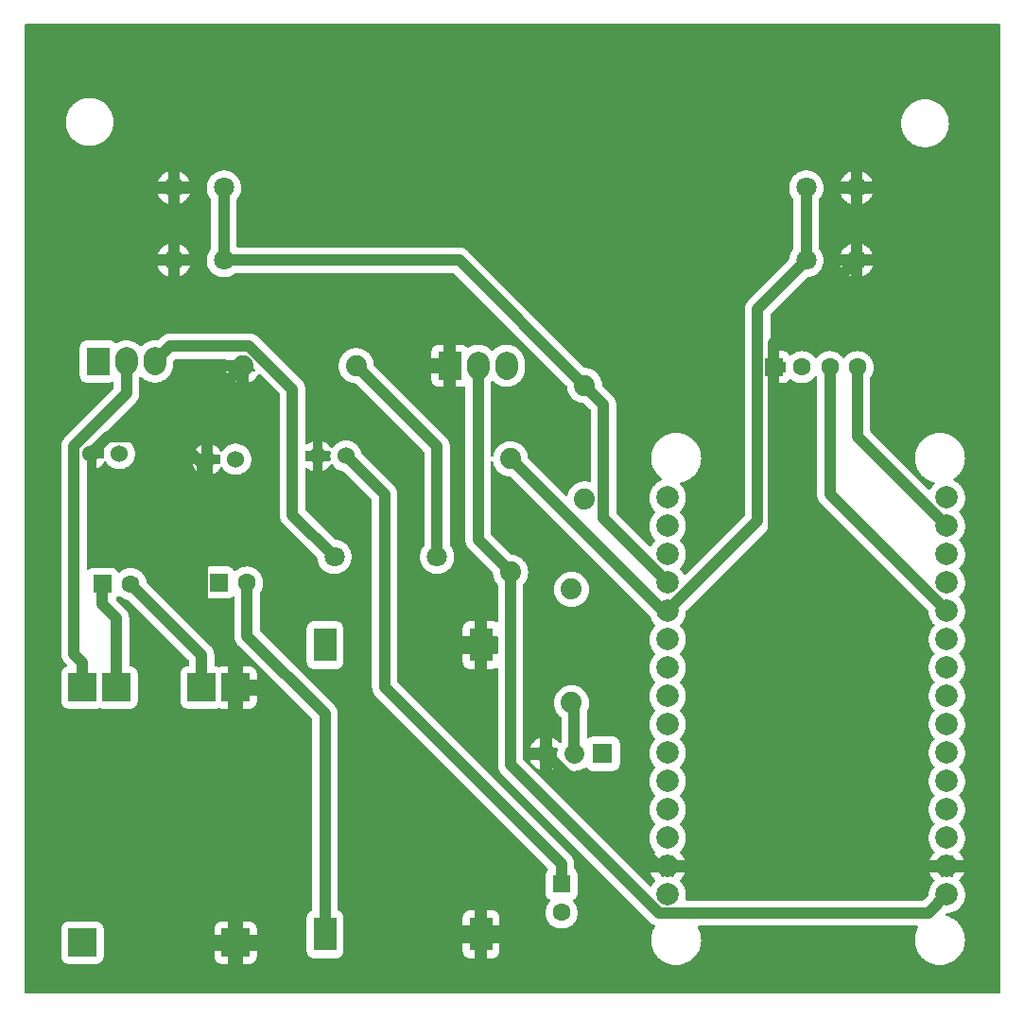
<source format=gbl>
G04 Layer: BottomLayer*
G04 EasyEDA v6.4.7, 2021-02-21T20:01:47+05:30*
G04 e3d0b1098bfb4b77ab9dba27c3ae41cd,c102caab13844b3dbbbf78dac792161f,10*
G04 Gerber Generator version 0.2*
G04 Scale: 100 percent, Rotated: No, Reflected: No *
G04 Dimensions in inches *
G04 leading zeros omitted , absolute positions ,2 integer and 4 decimal *
%FSLAX24Y24*%
%MOIN*%
G90*
D02*

%ADD11C,0.039370*%
%ADD13R,0.078740X0.118110*%
%ADD14R,0.062992X0.062992*%
%ADD15C,0.062992*%
%ADD16R,0.070866X0.070866*%
%ADD17C,0.070866*%
%ADD18C,0.078740*%
%ADD20C,0.074000*%
%ADD21C,0.060000*%
%ADD22R,0.098425X0.098425*%

%LPD*%
G36*
G01X34464Y34298D02*
G01X135Y34298D01*
G01X129Y34297D01*
G01X124Y34295D01*
G01X114Y34289D01*
G01X110Y34285D01*
G01X104Y34275D01*
G01X102Y34270D01*
G01X101Y34264D01*
G01X101Y135D01*
G01X102Y129D01*
G01X104Y124D01*
G01X110Y114D01*
G01X114Y110D01*
G01X124Y104D01*
G01X129Y102D01*
G01X135Y101D01*
G01X34464Y101D01*
G01X34470Y102D01*
G01X34475Y104D01*
G01X34485Y110D01*
G01X34489Y114D01*
G01X34495Y124D01*
G01X34497Y129D01*
G01X34498Y135D01*
G01X34498Y34264D01*
G01X34497Y34270D01*
G01X34495Y34275D01*
G01X34489Y34285D01*
G01X34485Y34289D01*
G01X34475Y34295D01*
G01X34470Y34297D01*
G01X34464Y34298D01*
G37*

%LPC*%
G36*
G01X2426Y31691D02*
G01X2373Y31691D01*
G01X2347Y31689D01*
G01X2320Y31687D01*
G01X2268Y31681D01*
G01X2216Y31671D01*
G01X2190Y31665D01*
G01X2165Y31658D01*
G01X2139Y31650D01*
G01X2114Y31641D01*
G01X2090Y31632D01*
G01X2065Y31622D01*
G01X2041Y31611D01*
G01X2018Y31599D01*
G01X1994Y31587D01*
G01X1971Y31574D01*
G01X1948Y31560D01*
G01X1927Y31546D01*
G01X1905Y31530D01*
G01X1884Y31515D01*
G01X1863Y31498D01*
G01X1843Y31481D01*
G01X1823Y31463D01*
G01X1805Y31444D01*
G01X1786Y31426D01*
G01X1768Y31406D01*
G01X1751Y31386D01*
G01X1703Y31323D01*
G01X1689Y31301D01*
G01X1675Y31278D01*
G01X1662Y31255D01*
G01X1650Y31232D01*
G01X1638Y31208D01*
G01X1627Y31184D01*
G01X1617Y31159D01*
G01X1599Y31109D01*
G01X1591Y31084D01*
G01X1584Y31059D01*
G01X1578Y31033D01*
G01X1568Y30981D01*
G01X1564Y30955D01*
G01X1562Y30929D01*
G01X1560Y30902D01*
G01X1558Y30876D01*
G01X1558Y30823D01*
G01X1560Y30797D01*
G01X1562Y30770D01*
G01X1564Y30744D01*
G01X1568Y30718D01*
G01X1578Y30666D01*
G01X1584Y30640D01*
G01X1591Y30615D01*
G01X1599Y30590D01*
G01X1617Y30540D01*
G01X1627Y30515D01*
G01X1638Y30491D01*
G01X1650Y30467D01*
G01X1662Y30444D01*
G01X1675Y30421D01*
G01X1689Y30398D01*
G01X1703Y30377D01*
G01X1719Y30355D01*
G01X1751Y30313D01*
G01X1768Y30293D01*
G01X1786Y30273D01*
G01X1805Y30255D01*
G01X1823Y30236D01*
G01X1843Y30218D01*
G01X1863Y30201D01*
G01X1884Y30184D01*
G01X1905Y30169D01*
G01X1927Y30153D01*
G01X1948Y30139D01*
G01X1971Y30125D01*
G01X1994Y30112D01*
G01X2018Y30100D01*
G01X2041Y30088D01*
G01X2065Y30077D01*
G01X2090Y30067D01*
G01X2114Y30058D01*
G01X2139Y30049D01*
G01X2165Y30041D01*
G01X2190Y30034D01*
G01X2216Y30028D01*
G01X2268Y30018D01*
G01X2320Y30012D01*
G01X2347Y30010D01*
G01X2373Y30008D01*
G01X2426Y30008D01*
G01X2452Y30010D01*
G01X2479Y30012D01*
G01X2531Y30018D01*
G01X2583Y30028D01*
G01X2609Y30034D01*
G01X2634Y30041D01*
G01X2660Y30049D01*
G01X2685Y30058D01*
G01X2709Y30067D01*
G01X2734Y30077D01*
G01X2758Y30088D01*
G01X2781Y30100D01*
G01X2805Y30112D01*
G01X2828Y30125D01*
G01X2851Y30139D01*
G01X2872Y30153D01*
G01X2894Y30169D01*
G01X2915Y30184D01*
G01X2936Y30201D01*
G01X2956Y30218D01*
G01X2976Y30236D01*
G01X2994Y30255D01*
G01X3013Y30273D01*
G01X3031Y30293D01*
G01X3048Y30313D01*
G01X3080Y30355D01*
G01X3096Y30377D01*
G01X3110Y30398D01*
G01X3124Y30421D01*
G01X3137Y30444D01*
G01X3149Y30467D01*
G01X3161Y30491D01*
G01X3172Y30515D01*
G01X3182Y30540D01*
G01X3200Y30590D01*
G01X3208Y30615D01*
G01X3215Y30640D01*
G01X3221Y30666D01*
G01X3231Y30718D01*
G01X3235Y30744D01*
G01X3237Y30770D01*
G01X3239Y30797D01*
G01X3241Y30823D01*
G01X3241Y30876D01*
G01X3239Y30902D01*
G01X3237Y30929D01*
G01X3235Y30955D01*
G01X3231Y30981D01*
G01X3221Y31033D01*
G01X3215Y31059D01*
G01X3208Y31084D01*
G01X3200Y31109D01*
G01X3182Y31159D01*
G01X3172Y31184D01*
G01X3161Y31208D01*
G01X3149Y31232D01*
G01X3137Y31255D01*
G01X3124Y31278D01*
G01X3110Y31301D01*
G01X3096Y31323D01*
G01X3048Y31386D01*
G01X3031Y31406D01*
G01X3013Y31426D01*
G01X2994Y31444D01*
G01X2976Y31463D01*
G01X2956Y31481D01*
G01X2936Y31498D01*
G01X2915Y31515D01*
G01X2894Y31530D01*
G01X2872Y31546D01*
G01X2851Y31560D01*
G01X2828Y31574D01*
G01X2805Y31587D01*
G01X2781Y31599D01*
G01X2758Y31611D01*
G01X2734Y31622D01*
G01X2709Y31632D01*
G01X2685Y31641D01*
G01X2660Y31650D01*
G01X2634Y31658D01*
G01X2609Y31665D01*
G01X2583Y31671D01*
G01X2531Y31681D01*
G01X2479Y31687D01*
G01X2452Y31689D01*
G01X2426Y31691D01*
G37*
G36*
G01X31876Y31641D02*
G01X31823Y31641D01*
G01X31797Y31639D01*
G01X31770Y31637D01*
G01X31718Y31631D01*
G01X31666Y31621D01*
G01X31640Y31615D01*
G01X31615Y31608D01*
G01X31589Y31600D01*
G01X31564Y31591D01*
G01X31540Y31582D01*
G01X31515Y31572D01*
G01X31491Y31561D01*
G01X31468Y31549D01*
G01X31444Y31537D01*
G01X31421Y31524D01*
G01X31398Y31510D01*
G01X31377Y31496D01*
G01X31355Y31480D01*
G01X31334Y31465D01*
G01X31313Y31448D01*
G01X31293Y31431D01*
G01X31273Y31413D01*
G01X31255Y31394D01*
G01X31236Y31376D01*
G01X31218Y31356D01*
G01X31201Y31336D01*
G01X31153Y31273D01*
G01X31139Y31251D01*
G01X31125Y31228D01*
G01X31112Y31205D01*
G01X31100Y31182D01*
G01X31088Y31158D01*
G01X31077Y31134D01*
G01X31067Y31109D01*
G01X31049Y31059D01*
G01X31041Y31034D01*
G01X31034Y31009D01*
G01X31028Y30983D01*
G01X31018Y30931D01*
G01X31014Y30905D01*
G01X31012Y30879D01*
G01X31010Y30852D01*
G01X31008Y30826D01*
G01X31008Y30773D01*
G01X31010Y30747D01*
G01X31012Y30720D01*
G01X31014Y30694D01*
G01X31018Y30668D01*
G01X31028Y30616D01*
G01X31034Y30590D01*
G01X31041Y30565D01*
G01X31049Y30540D01*
G01X31067Y30490D01*
G01X31077Y30465D01*
G01X31088Y30441D01*
G01X31100Y30417D01*
G01X31112Y30394D01*
G01X31125Y30371D01*
G01X31139Y30348D01*
G01X31153Y30327D01*
G01X31169Y30305D01*
G01X31201Y30263D01*
G01X31218Y30243D01*
G01X31236Y30223D01*
G01X31255Y30205D01*
G01X31273Y30186D01*
G01X31293Y30168D01*
G01X31313Y30151D01*
G01X31334Y30134D01*
G01X31355Y30119D01*
G01X31377Y30103D01*
G01X31398Y30089D01*
G01X31421Y30075D01*
G01X31444Y30062D01*
G01X31468Y30050D01*
G01X31491Y30038D01*
G01X31515Y30027D01*
G01X31540Y30017D01*
G01X31564Y30008D01*
G01X31589Y29999D01*
G01X31615Y29991D01*
G01X31640Y29984D01*
G01X31666Y29978D01*
G01X31718Y29968D01*
G01X31770Y29962D01*
G01X31797Y29960D01*
G01X31823Y29958D01*
G01X31876Y29958D01*
G01X31902Y29960D01*
G01X31929Y29962D01*
G01X31981Y29968D01*
G01X32033Y29978D01*
G01X32059Y29984D01*
G01X32084Y29991D01*
G01X32110Y29999D01*
G01X32135Y30008D01*
G01X32159Y30017D01*
G01X32184Y30027D01*
G01X32208Y30038D01*
G01X32231Y30050D01*
G01X32255Y30062D01*
G01X32278Y30075D01*
G01X32301Y30089D01*
G01X32322Y30103D01*
G01X32344Y30119D01*
G01X32365Y30134D01*
G01X32386Y30151D01*
G01X32406Y30168D01*
G01X32426Y30186D01*
G01X32444Y30205D01*
G01X32463Y30223D01*
G01X32481Y30243D01*
G01X32498Y30263D01*
G01X32530Y30305D01*
G01X32546Y30327D01*
G01X32560Y30348D01*
G01X32574Y30371D01*
G01X32587Y30394D01*
G01X32599Y30417D01*
G01X32611Y30441D01*
G01X32622Y30465D01*
G01X32632Y30490D01*
G01X32650Y30540D01*
G01X32658Y30565D01*
G01X32665Y30590D01*
G01X32671Y30616D01*
G01X32681Y30668D01*
G01X32685Y30694D01*
G01X32687Y30720D01*
G01X32689Y30747D01*
G01X32691Y30773D01*
G01X32691Y30826D01*
G01X32689Y30852D01*
G01X32687Y30879D01*
G01X32685Y30905D01*
G01X32681Y30931D01*
G01X32671Y30983D01*
G01X32665Y31009D01*
G01X32658Y31034D01*
G01X32650Y31059D01*
G01X32632Y31109D01*
G01X32622Y31134D01*
G01X32611Y31158D01*
G01X32599Y31182D01*
G01X32587Y31205D01*
G01X32574Y31228D01*
G01X32560Y31251D01*
G01X32546Y31273D01*
G01X32498Y31336D01*
G01X32481Y31356D01*
G01X32463Y31376D01*
G01X32444Y31394D01*
G01X32426Y31413D01*
G01X32406Y31431D01*
G01X32386Y31448D01*
G01X32365Y31465D01*
G01X32344Y31480D01*
G01X32322Y31496D01*
G01X32301Y31510D01*
G01X32278Y31524D01*
G01X32255Y31537D01*
G01X32231Y31549D01*
G01X32208Y31561D01*
G01X32184Y31572D01*
G01X32159Y31582D01*
G01X32135Y31591D01*
G01X32110Y31600D01*
G01X32084Y31608D01*
G01X32059Y31615D01*
G01X32033Y31621D01*
G01X31981Y31631D01*
G01X31929Y31637D01*
G01X31902Y31639D01*
G01X31876Y31641D01*
G37*
G36*
G01X7278Y1628D02*
G01X6806Y1628D01*
G01X6806Y1407D01*
G01X6807Y1393D01*
G01X6808Y1378D01*
G01X6810Y1364D01*
G01X6813Y1350D01*
G01X6817Y1335D01*
G01X6822Y1322D01*
G01X6827Y1308D01*
G01X6833Y1295D01*
G01X6840Y1282D01*
G01X6848Y1269D01*
G01X6856Y1257D01*
G01X6865Y1246D01*
G01X6875Y1235D01*
G01X6885Y1225D01*
G01X6896Y1215D01*
G01X6907Y1206D01*
G01X6919Y1198D01*
G01X6932Y1190D01*
G01X6945Y1183D01*
G01X6958Y1177D01*
G01X6972Y1172D01*
G01X6985Y1167D01*
G01X7000Y1163D01*
G01X7014Y1160D01*
G01X7028Y1158D01*
G01X7043Y1157D01*
G01X7057Y1156D01*
G01X7278Y1156D01*
G01X7278Y1628D01*
G37*
G36*
G01X8293Y1628D02*
G01X7821Y1628D01*
G01X7821Y1156D01*
G01X8042Y1156D01*
G01X8056Y1157D01*
G01X8071Y1158D01*
G01X8085Y1160D01*
G01X8100Y1163D01*
G01X8114Y1167D01*
G01X8127Y1172D01*
G01X8141Y1177D01*
G01X8154Y1183D01*
G01X8167Y1190D01*
G01X8180Y1198D01*
G01X8192Y1206D01*
G01X8203Y1215D01*
G01X8214Y1225D01*
G01X8224Y1235D01*
G01X8234Y1246D01*
G01X8243Y1257D01*
G01X8251Y1269D01*
G01X8259Y1282D01*
G01X8266Y1295D01*
G01X8272Y1308D01*
G01X8277Y1322D01*
G01X8282Y1335D01*
G01X8286Y1350D01*
G01X8289Y1364D01*
G01X8291Y1378D01*
G01X8292Y1393D01*
G01X8293Y1407D01*
G01X8293Y1628D01*
G37*
G36*
G01X2642Y2643D02*
G01X1657Y2643D01*
G01X1643Y2642D01*
G01X1628Y2641D01*
G01X1614Y2639D01*
G01X1600Y2636D01*
G01X1585Y2632D01*
G01X1572Y2627D01*
G01X1558Y2622D01*
G01X1545Y2616D01*
G01X1532Y2609D01*
G01X1519Y2601D01*
G01X1507Y2593D01*
G01X1496Y2584D01*
G01X1485Y2574D01*
G01X1475Y2564D01*
G01X1465Y2553D01*
G01X1456Y2542D01*
G01X1448Y2530D01*
G01X1440Y2517D01*
G01X1433Y2504D01*
G01X1427Y2491D01*
G01X1422Y2477D01*
G01X1417Y2464D01*
G01X1413Y2450D01*
G01X1410Y2435D01*
G01X1408Y2421D01*
G01X1407Y2406D01*
G01X1406Y2392D01*
G01X1406Y1407D01*
G01X1407Y1393D01*
G01X1408Y1378D01*
G01X1410Y1364D01*
G01X1413Y1350D01*
G01X1417Y1335D01*
G01X1422Y1322D01*
G01X1427Y1308D01*
G01X1433Y1295D01*
G01X1440Y1282D01*
G01X1448Y1269D01*
G01X1456Y1257D01*
G01X1465Y1246D01*
G01X1475Y1235D01*
G01X1485Y1225D01*
G01X1496Y1215D01*
G01X1507Y1206D01*
G01X1519Y1198D01*
G01X1532Y1190D01*
G01X1545Y1183D01*
G01X1558Y1177D01*
G01X1572Y1172D01*
G01X1585Y1167D01*
G01X1600Y1163D01*
G01X1614Y1160D01*
G01X1628Y1158D01*
G01X1643Y1157D01*
G01X1657Y1156D01*
G01X2642Y1156D01*
G01X2656Y1157D01*
G01X2671Y1158D01*
G01X2685Y1160D01*
G01X2700Y1163D01*
G01X2714Y1167D01*
G01X2727Y1172D01*
G01X2741Y1177D01*
G01X2754Y1183D01*
G01X2767Y1190D01*
G01X2780Y1198D01*
G01X2792Y1206D01*
G01X2803Y1215D01*
G01X2814Y1225D01*
G01X2824Y1235D01*
G01X2834Y1246D01*
G01X2843Y1257D01*
G01X2851Y1269D01*
G01X2859Y1282D01*
G01X2866Y1295D01*
G01X2872Y1308D01*
G01X2877Y1322D01*
G01X2882Y1335D01*
G01X2886Y1350D01*
G01X2889Y1364D01*
G01X2891Y1378D01*
G01X2892Y1393D01*
G01X2893Y1407D01*
G01X2893Y2392D01*
G01X2892Y2406D01*
G01X2891Y2421D01*
G01X2889Y2435D01*
G01X2886Y2450D01*
G01X2882Y2464D01*
G01X2877Y2477D01*
G01X2872Y2491D01*
G01X2866Y2504D01*
G01X2859Y2517D01*
G01X2851Y2530D01*
G01X2843Y2542D01*
G01X2834Y2553D01*
G01X2824Y2564D01*
G01X2814Y2574D01*
G01X2803Y2584D01*
G01X2792Y2593D01*
G01X2780Y2601D01*
G01X2767Y2609D01*
G01X2754Y2616D01*
G01X2741Y2622D01*
G01X2727Y2627D01*
G01X2714Y2632D01*
G01X2700Y2636D01*
G01X2685Y2639D01*
G01X2671Y2641D01*
G01X2656Y2642D01*
G01X2642Y2643D01*
G37*
G36*
G01X15978Y1879D02*
G01X15555Y1879D01*
G01X15555Y1594D01*
G01X15556Y1580D01*
G01X15559Y1565D01*
G01X15561Y1551D01*
G01X15565Y1537D01*
G01X15570Y1523D01*
G01X15575Y1510D01*
G01X15581Y1496D01*
G01X15589Y1484D01*
G01X15596Y1471D01*
G01X15605Y1459D01*
G01X15623Y1437D01*
G01X15634Y1426D01*
G01X15644Y1417D01*
G01X15668Y1399D01*
G01X15680Y1392D01*
G01X15706Y1378D01*
G01X15734Y1368D01*
G01X15762Y1362D01*
G01X15777Y1360D01*
G01X15791Y1358D01*
G01X15978Y1358D01*
G01X15978Y1879D01*
G37*
G36*
G01X16844Y1879D02*
G01X16421Y1879D01*
G01X16421Y1358D01*
G01X16608Y1358D01*
G01X16622Y1360D01*
G01X16637Y1362D01*
G01X16665Y1368D01*
G01X16693Y1378D01*
G01X16719Y1392D01*
G01X16731Y1399D01*
G01X16755Y1417D01*
G01X16765Y1426D01*
G01X16776Y1437D01*
G01X16794Y1459D01*
G01X16803Y1471D01*
G01X16810Y1484D01*
G01X16818Y1496D01*
G01X16824Y1510D01*
G01X16829Y1523D01*
G01X16834Y1537D01*
G01X16838Y1551D01*
G01X16840Y1565D01*
G01X16843Y1580D01*
G01X16844Y1594D01*
G01X16844Y1879D01*
G37*
G36*
G01X7279Y15165D02*
G01X6620Y15165D01*
G01X6605Y15164D01*
G01X6591Y15161D01*
G01X6577Y15159D01*
G01X6563Y15155D01*
G01X6535Y15145D01*
G01X6522Y15139D01*
G01X6509Y15132D01*
G01X6485Y15116D01*
G01X6473Y15107D01*
G01X6462Y15097D01*
G01X6452Y15087D01*
G01X6442Y15076D01*
G01X6433Y15064D01*
G01X6417Y15040D01*
G01X6410Y15027D01*
G01X6404Y15014D01*
G01X6394Y14986D01*
G01X6390Y14972D01*
G01X6387Y14958D01*
G01X6385Y14944D01*
G01X6384Y14929D01*
G01X6384Y14270D01*
G01X6385Y14255D01*
G01X6387Y14241D01*
G01X6390Y14227D01*
G01X6394Y14213D01*
G01X6404Y14185D01*
G01X6410Y14172D01*
G01X6417Y14159D01*
G01X6425Y14146D01*
G01X6433Y14135D01*
G01X6442Y14123D01*
G01X6452Y14112D01*
G01X6462Y14102D01*
G01X6473Y14092D01*
G01X6485Y14083D01*
G01X6509Y14067D01*
G01X6522Y14060D01*
G01X6535Y14054D01*
G01X6563Y14044D01*
G01X6577Y14040D01*
G01X6591Y14037D01*
G01X6605Y14035D01*
G01X6620Y14034D01*
G01X7279Y14034D01*
G01X7293Y14035D01*
G01X7307Y14037D01*
G01X7322Y14040D01*
G01X7335Y14044D01*
G01X7349Y14048D01*
G01X7363Y14053D01*
G01X7376Y14059D01*
G01X7388Y14066D01*
G01X7401Y14073D01*
G01X7412Y14082D01*
G01X7424Y14090D01*
G01X7435Y14100D01*
G01X7439Y14103D01*
G01X7444Y14107D01*
G01X7450Y14109D01*
G01X7462Y14111D01*
G01X7467Y14110D01*
G01X7473Y14109D01*
G01X7478Y14107D01*
G01X7488Y14101D01*
G01X7492Y14097D01*
G01X7498Y14087D01*
G01X7500Y14082D01*
G01X7501Y14076D01*
G01X7502Y14071D01*
G01X7502Y12708D01*
G01X7503Y12688D01*
G01X7509Y12650D01*
G01X7512Y12630D01*
G01X7517Y12611D01*
G01X7522Y12593D01*
G01X7529Y12574D01*
G01X7536Y12556D01*
G01X7544Y12538D01*
G01X7552Y12521D01*
G01X7562Y12503D01*
G01X7572Y12487D01*
G01X7594Y12455D01*
G01X7606Y12440D01*
G01X7619Y12425D01*
G01X10240Y9804D01*
G01X10244Y9799D01*
G01X10247Y9793D01*
G01X10250Y9788D01*
G01X10252Y9776D01*
G01X10252Y3065D01*
G01X10250Y3053D01*
G01X10247Y3047D01*
G01X10244Y3042D01*
G01X10240Y3037D01*
G01X10235Y3033D01*
G01X10225Y3027D01*
G01X10211Y3022D01*
G01X10197Y3016D01*
G01X10184Y3010D01*
G01X10171Y3002D01*
G01X10159Y2993D01*
G01X10147Y2985D01*
G01X10136Y2975D01*
G01X10125Y2964D01*
G01X10115Y2953D01*
G01X10106Y2942D01*
G01X10097Y2930D01*
G01X10089Y2917D01*
G01X10082Y2904D01*
G01X10076Y2891D01*
G01X10066Y2863D01*
G01X10062Y2849D01*
G01X10059Y2834D01*
G01X10056Y2820D01*
G01X10055Y2805D01*
G01X10055Y1594D01*
G01X10056Y1580D01*
G01X10059Y1565D01*
G01X10061Y1551D01*
G01X10065Y1537D01*
G01X10070Y1523D01*
G01X10075Y1510D01*
G01X10081Y1496D01*
G01X10089Y1484D01*
G01X10096Y1471D01*
G01X10105Y1459D01*
G01X10123Y1437D01*
G01X10134Y1426D01*
G01X10144Y1417D01*
G01X10168Y1399D01*
G01X10180Y1392D01*
G01X10206Y1378D01*
G01X10234Y1368D01*
G01X10262Y1362D01*
G01X10277Y1360D01*
G01X10291Y1358D01*
G01X11108Y1358D01*
G01X11122Y1360D01*
G01X11137Y1362D01*
G01X11165Y1368D01*
G01X11193Y1378D01*
G01X11219Y1392D01*
G01X11231Y1399D01*
G01X11255Y1417D01*
G01X11265Y1426D01*
G01X11276Y1437D01*
G01X11294Y1459D01*
G01X11303Y1471D01*
G01X11310Y1484D01*
G01X11318Y1496D01*
G01X11324Y1510D01*
G01X11329Y1523D01*
G01X11334Y1537D01*
G01X11338Y1551D01*
G01X11340Y1565D01*
G01X11343Y1580D01*
G01X11344Y1594D01*
G01X11344Y2805D01*
G01X11343Y2820D01*
G01X11340Y2834D01*
G01X11337Y2849D01*
G01X11333Y2863D01*
G01X11323Y2891D01*
G01X11317Y2904D01*
G01X11310Y2917D01*
G01X11302Y2930D01*
G01X11293Y2942D01*
G01X11284Y2953D01*
G01X11274Y2964D01*
G01X11263Y2975D01*
G01X11252Y2985D01*
G01X11240Y2993D01*
G01X11228Y3002D01*
G01X11215Y3010D01*
G01X11202Y3016D01*
G01X11188Y3022D01*
G01X11175Y3027D01*
G01X11169Y3030D01*
G01X11164Y3033D01*
G01X11159Y3037D01*
G01X11155Y3042D01*
G01X11152Y3047D01*
G01X11149Y3053D01*
G01X11147Y3065D01*
G01X11147Y9997D01*
G01X11146Y10017D01*
G01X11140Y10055D01*
G01X11137Y10075D01*
G01X11132Y10093D01*
G01X11127Y10112D01*
G01X11120Y10131D01*
G01X11113Y10149D01*
G01X11105Y10167D01*
G01X11097Y10184D01*
G01X11087Y10202D01*
G01X11077Y10218D01*
G01X11055Y10250D01*
G01X11043Y10265D01*
G01X11030Y10280D01*
G01X8409Y12901D01*
G01X8405Y12906D01*
G01X8402Y12911D01*
G01X8399Y12917D01*
G01X8398Y12923D01*
G01X8397Y12930D01*
G01X8397Y14240D01*
G01X8398Y14246D01*
G01X8399Y14253D01*
G01X8402Y14259D01*
G01X8405Y14264D01*
G01X8418Y14282D01*
G01X8442Y14320D01*
G01X8462Y14360D01*
G01X8472Y14381D01*
G01X8480Y14402D01*
G01X8494Y14444D01*
G01X8500Y14466D01*
G01X8508Y14510D01*
G01X8511Y14532D01*
G01X8514Y14555D01*
G01X8515Y14577D01*
G01X8515Y14621D01*
G01X8514Y14643D01*
G01X8512Y14665D01*
G01X8509Y14686D01*
G01X8501Y14728D01*
G01X8495Y14750D01*
G01X8489Y14770D01*
G01X8482Y14791D01*
G01X8475Y14811D01*
G01X8457Y14851D01*
G01X8447Y14870D01*
G01X8436Y14889D01*
G01X8425Y14907D01*
G01X8413Y14925D01*
G01X8400Y14942D01*
G01X8372Y14976D01*
G01X8357Y14992D01*
G01X8342Y15007D01*
G01X8326Y15022D01*
G01X8310Y15036D01*
G01X8293Y15050D01*
G01X8275Y15063D01*
G01X8257Y15075D01*
G01X8239Y15086D01*
G01X8220Y15097D01*
G01X8201Y15107D01*
G01X8161Y15125D01*
G01X8141Y15132D01*
G01X8120Y15139D01*
G01X8100Y15145D01*
G01X8078Y15151D01*
G01X8036Y15159D01*
G01X8014Y15162D01*
G01X7993Y15164D01*
G01X7971Y15165D01*
G01X7928Y15165D01*
G01X7906Y15164D01*
G01X7885Y15162D01*
G01X7863Y15159D01*
G01X7821Y15151D01*
G01X7799Y15145D01*
G01X7778Y15139D01*
G01X7758Y15132D01*
G01X7718Y15116D01*
G01X7698Y15107D01*
G01X7679Y15096D01*
G01X7660Y15086D01*
G01X7624Y15062D01*
G01X7606Y15049D01*
G01X7589Y15036D01*
G01X7573Y15022D01*
G01X7557Y15007D01*
G01X7552Y15003D01*
G01X7547Y15000D01*
G01X7535Y14996D01*
G01X7523Y14996D01*
G01X7518Y14998D01*
G01X7512Y14999D01*
G01X7507Y15002D01*
G01X7503Y15005D01*
G01X7499Y15009D01*
G01X7495Y15014D01*
G01X7493Y15019D01*
G01X7486Y15032D01*
G01X7479Y15044D01*
G01X7472Y15057D01*
G01X7454Y15079D01*
G01X7444Y15090D01*
G01X7434Y15100D01*
G01X7412Y15118D01*
G01X7400Y15126D01*
G01X7388Y15133D01*
G01X7375Y15140D01*
G01X7362Y15146D01*
G01X7349Y15151D01*
G01X7321Y15159D01*
G01X7307Y15162D01*
G01X7293Y15164D01*
G01X7279Y15165D01*
G37*
G36*
G01X7278Y2643D02*
G01X7057Y2643D01*
G01X7043Y2642D01*
G01X7028Y2641D01*
G01X7014Y2639D01*
G01X7000Y2636D01*
G01X6985Y2632D01*
G01X6972Y2627D01*
G01X6958Y2622D01*
G01X6945Y2616D01*
G01X6932Y2609D01*
G01X6919Y2601D01*
G01X6907Y2593D01*
G01X6896Y2584D01*
G01X6885Y2574D01*
G01X6875Y2564D01*
G01X6865Y2553D01*
G01X6856Y2542D01*
G01X6848Y2530D01*
G01X6840Y2517D01*
G01X6833Y2504D01*
G01X6827Y2491D01*
G01X6822Y2477D01*
G01X6817Y2464D01*
G01X6813Y2450D01*
G01X6810Y2435D01*
G01X6808Y2421D01*
G01X6807Y2406D01*
G01X6806Y2392D01*
G01X6806Y2171D01*
G01X7278Y2171D01*
G01X7278Y2643D01*
G37*
G36*
G01X8042Y2643D02*
G01X7821Y2643D01*
G01X7821Y2171D01*
G01X8293Y2171D01*
G01X8293Y2392D01*
G01X8292Y2406D01*
G01X8291Y2421D01*
G01X8289Y2435D01*
G01X8286Y2450D01*
G01X8282Y2464D01*
G01X8277Y2477D01*
G01X8272Y2491D01*
G01X8266Y2504D01*
G01X8259Y2517D01*
G01X8251Y2530D01*
G01X8243Y2542D01*
G01X8234Y2553D01*
G01X8224Y2564D01*
G01X8214Y2574D01*
G01X8203Y2584D01*
G01X8192Y2593D01*
G01X8180Y2601D01*
G01X8167Y2609D01*
G01X8154Y2616D01*
G01X8141Y2622D01*
G01X8127Y2627D01*
G01X8114Y2632D01*
G01X8100Y2636D01*
G01X8085Y2639D01*
G01X8071Y2641D01*
G01X8056Y2642D01*
G01X8042Y2643D01*
G37*
G36*
G01X11460Y19615D02*
G01X11417Y19615D01*
G01X11396Y19614D01*
G01X11375Y19612D01*
G01X11353Y19609D01*
G01X11311Y19601D01*
G01X11291Y19595D01*
G01X11270Y19589D01*
G01X11250Y19582D01*
G01X11230Y19574D01*
G01X11211Y19566D01*
G01X11191Y19557D01*
G01X11172Y19547D01*
G01X11136Y19525D01*
G01X11118Y19513D01*
G01X11101Y19500D01*
G01X11085Y19486D01*
G01X11068Y19472D01*
G01X11053Y19458D01*
G01X11038Y19442D01*
G01X11023Y19427D01*
G01X10984Y19376D01*
G01X10972Y19358D01*
G01X10969Y19353D01*
G01X10965Y19349D01*
G01X10955Y19343D01*
G01X10950Y19341D01*
G01X10944Y19340D01*
G01X10933Y19340D01*
G01X10927Y19341D01*
G01X10922Y19343D01*
G01X10912Y19349D01*
G01X10908Y19353D01*
G01X10905Y19358D01*
G01X10893Y19377D01*
G01X10880Y19395D01*
G01X10852Y19429D01*
G01X10836Y19446D01*
G01X10821Y19461D01*
G01X10805Y19476D01*
G01X10788Y19491D01*
G01X10770Y19505D01*
G01X10752Y19517D01*
G01X10734Y19530D01*
G01X10715Y19541D01*
G01X10695Y19552D01*
G01X10675Y19562D01*
G01X10655Y19571D01*
G01X10635Y19579D01*
G01X10614Y19587D01*
G01X10614Y19239D01*
G01X10869Y19239D01*
G01X10875Y19238D01*
G01X10880Y19236D01*
G01X10885Y19233D01*
G01X10889Y19230D01*
G01X10893Y19226D01*
G01X10897Y19221D01*
G01X10900Y19216D01*
G01X10902Y19211D01*
G01X10903Y19205D01*
G01X10903Y19199D01*
G01X10902Y19190D01*
G01X10898Y19169D01*
G01X10894Y19149D01*
G01X10891Y19128D01*
G01X10889Y19107D01*
G01X10888Y19086D01*
G01X10888Y19043D01*
G01X10889Y19022D01*
G01X10891Y19001D01*
G01X10894Y18980D01*
G01X10902Y18938D01*
G01X10903Y18929D01*
G01X10903Y18924D01*
G01X10902Y18918D01*
G01X10900Y18913D01*
G01X10897Y18908D01*
G01X10893Y18903D01*
G01X10889Y18899D01*
G01X10885Y18896D01*
G01X10880Y18893D01*
G01X10875Y18891D01*
G01X10863Y18889D01*
G01X10614Y18889D01*
G01X10614Y18542D01*
G01X10635Y18549D01*
G01X10675Y18567D01*
G01X10695Y18577D01*
G01X10715Y18588D01*
G01X10734Y18599D01*
G01X10752Y18611D01*
G01X10770Y18624D01*
G01X10788Y18638D01*
G01X10805Y18652D01*
G01X10821Y18667D01*
G01X10836Y18683D01*
G01X10852Y18700D01*
G01X10880Y18734D01*
G01X10893Y18752D01*
G01X10905Y18771D01*
G01X10908Y18775D01*
G01X10912Y18779D01*
G01X10917Y18783D01*
G01X10922Y18786D01*
G01X10927Y18788D01*
G01X10933Y18789D01*
G01X10944Y18789D01*
G01X10950Y18788D01*
G01X10955Y18786D01*
G01X10960Y18783D01*
G01X10965Y18779D01*
G01X10969Y18775D01*
G01X10972Y18771D01*
G01X10984Y18753D01*
G01X10997Y18735D01*
G01X11010Y18718D01*
G01X11024Y18701D01*
G01X11039Y18686D01*
G01X11054Y18670D01*
G01X11069Y18655D01*
G01X11086Y18641D01*
G01X11120Y18615D01*
G01X11156Y18591D01*
G01X11175Y18580D01*
G01X11194Y18571D01*
G01X11214Y18561D01*
G01X11254Y18545D01*
G01X11274Y18538D01*
G01X11295Y18532D01*
G01X11316Y18527D01*
G01X11337Y18523D01*
G01X11343Y18521D01*
G01X11348Y18519D01*
G01X11353Y18516D01*
G01X11358Y18512D01*
G01X12345Y17525D01*
G01X12349Y17520D01*
G01X12352Y17515D01*
G01X12355Y17509D01*
G01X12356Y17503D01*
G01X12357Y17496D01*
G01X12357Y10888D01*
G01X12358Y10868D01*
G01X12360Y10849D01*
G01X12364Y10830D01*
G01X12367Y10810D01*
G01X12372Y10792D01*
G01X12377Y10773D01*
G01X12384Y10754D01*
G01X12391Y10736D01*
G01X12399Y10718D01*
G01X12407Y10701D01*
G01X12427Y10667D01*
G01X12449Y10635D01*
G01X12461Y10620D01*
G01X12474Y10605D01*
G01X18556Y4523D01*
G01X18560Y4518D01*
G01X18563Y4513D01*
G01X18566Y4507D01*
G01X18567Y4501D01*
G01X18568Y4494D01*
G01X18567Y4488D01*
G01X18565Y4481D01*
G01X18563Y4475D01*
G01X18555Y4465D01*
G01X18544Y4455D01*
G01X18534Y4443D01*
G01X18525Y4432D01*
G01X18516Y4420D01*
G01X18508Y4407D01*
G01X18494Y4381D01*
G01X18484Y4353D01*
G01X18480Y4338D01*
G01X18477Y4324D01*
G01X18473Y4294D01*
G01X18473Y3635D01*
G01X18474Y3621D01*
G01X18476Y3606D01*
G01X18479Y3593D01*
G01X18487Y3565D01*
G01X18493Y3552D01*
G01X18498Y3539D01*
G01X18505Y3526D01*
G01X18512Y3514D01*
G01X18521Y3502D01*
G01X18529Y3491D01*
G01X18539Y3480D01*
G01X18548Y3469D01*
G01X18570Y3451D01*
G01X18582Y3442D01*
G01X18594Y3435D01*
G01X18606Y3427D01*
G01X18619Y3421D01*
G01X18624Y3418D01*
G01X18628Y3415D01*
G01X18632Y3411D01*
G01X18636Y3406D01*
G01X18639Y3401D01*
G01X18641Y3396D01*
G01X18642Y3390D01*
G01X18642Y3379D01*
G01X18638Y3367D01*
G01X18635Y3362D01*
G01X18631Y3357D01*
G01X18616Y3341D01*
G01X18602Y3325D01*
G01X18589Y3308D01*
G01X18576Y3290D01*
G01X18552Y3254D01*
G01X18542Y3235D01*
G01X18531Y3216D01*
G01X18522Y3196D01*
G01X18506Y3156D01*
G01X18499Y3135D01*
G01X18493Y3114D01*
G01X18483Y3072D01*
G01X18479Y3051D01*
G01X18477Y3029D01*
G01X18474Y3008D01*
G01X18473Y2986D01*
G01X18473Y2943D01*
G01X18474Y2921D01*
G01X18477Y2900D01*
G01X18479Y2878D01*
G01X18483Y2856D01*
G01X18493Y2814D01*
G01X18499Y2793D01*
G01X18506Y2773D01*
G01X18522Y2733D01*
G01X18531Y2713D01*
G01X18542Y2694D01*
G01X18552Y2675D01*
G01X18576Y2639D01*
G01X18589Y2621D01*
G01X18602Y2604D01*
G01X18616Y2588D01*
G01X18646Y2556D01*
G01X18678Y2528D01*
G01X18696Y2514D01*
G01X18713Y2502D01*
G01X18731Y2489D01*
G01X18750Y2478D01*
G01X18768Y2467D01*
G01X18788Y2457D01*
G01X18807Y2448D01*
G01X18827Y2439D01*
G01X18847Y2432D01*
G01X18868Y2425D01*
G01X18910Y2413D01*
G01X18952Y2405D01*
G01X18974Y2402D01*
G01X18995Y2400D01*
G01X19039Y2398D01*
G01X19060Y2399D01*
G01X19082Y2400D01*
G01X19103Y2402D01*
G01X19125Y2405D01*
G01X19146Y2409D01*
G01X19168Y2413D01*
G01X19189Y2419D01*
G01X19209Y2425D01*
G01X19230Y2432D01*
G01X19250Y2439D01*
G01X19290Y2457D01*
G01X19309Y2467D01*
G01X19328Y2478D01*
G01X19346Y2489D01*
G01X19364Y2502D01*
G01X19382Y2514D01*
G01X19399Y2528D01*
G01X19431Y2556D01*
G01X19447Y2572D01*
G01X19475Y2604D01*
G01X19489Y2621D01*
G01X19502Y2639D01*
G01X19514Y2657D01*
G01X19525Y2675D01*
G01X19536Y2694D01*
G01X19546Y2713D01*
G01X19564Y2753D01*
G01X19578Y2793D01*
G01X19590Y2835D01*
G01X19594Y2856D01*
G01X19598Y2878D01*
G01X19601Y2900D01*
G01X19603Y2921D01*
G01X19604Y2943D01*
G01X19605Y2964D01*
G01X19603Y3008D01*
G01X19601Y3029D01*
G01X19598Y3051D01*
G01X19590Y3093D01*
G01X19578Y3135D01*
G01X19571Y3156D01*
G01X19564Y3176D01*
G01X19546Y3216D01*
G01X19536Y3235D01*
G01X19525Y3254D01*
G01X19514Y3272D01*
G01X19501Y3290D01*
G01X19489Y3308D01*
G01X19475Y3325D01*
G01X19461Y3341D01*
G01X19446Y3357D01*
G01X19442Y3362D01*
G01X19439Y3367D01*
G01X19435Y3379D01*
G01X19435Y3390D01*
G01X19436Y3396D01*
G01X19439Y3401D01*
G01X19441Y3406D01*
G01X19445Y3411D01*
G01X19449Y3415D01*
G01X19453Y3418D01*
G01X19458Y3421D01*
G01X19471Y3427D01*
G01X19484Y3435D01*
G01X19496Y3442D01*
G01X19529Y3469D01*
G01X19539Y3480D01*
G01X19557Y3502D01*
G01X19565Y3514D01*
G01X19572Y3526D01*
G01X19579Y3539D01*
G01X19585Y3552D01*
G01X19590Y3565D01*
G01X19598Y3593D01*
G01X19601Y3606D01*
G01X19603Y3621D01*
G01X19605Y3649D01*
G01X19605Y4279D01*
G01X19603Y4309D01*
G01X19601Y4323D01*
G01X19598Y4338D01*
G01X19594Y4352D01*
G01X19589Y4365D01*
G01X19584Y4379D01*
G01X19578Y4393D01*
G01X19571Y4405D01*
G01X19563Y4418D01*
G01X19555Y4430D01*
G01X19525Y4463D01*
G01X19503Y4481D01*
G01X19498Y4485D01*
G01X19494Y4490D01*
G01X19491Y4496D01*
G01X19488Y4501D01*
G01X19487Y4507D01*
G01X19486Y4514D01*
G01X19486Y4693D01*
G01X19485Y4713D01*
G01X19482Y4732D01*
G01X19480Y4751D01*
G01X19476Y4771D01*
G01X19471Y4789D01*
G01X19466Y4808D01*
G01X19459Y4827D01*
G01X19452Y4845D01*
G01X19444Y4863D01*
G01X19436Y4880D01*
G01X19416Y4914D01*
G01X19394Y4946D01*
G01X19381Y4961D01*
G01X19369Y4976D01*
G01X13264Y11081D01*
G01X13260Y11086D01*
G01X13257Y11092D01*
G01X13254Y11097D01*
G01X13253Y11103D01*
G01X13252Y11110D01*
G01X13252Y17718D01*
G01X13251Y17738D01*
G01X13248Y17757D01*
G01X13246Y17776D01*
G01X13242Y17796D01*
G01X13237Y17815D01*
G01X13232Y17833D01*
G01X13225Y17852D01*
G01X13218Y17870D01*
G01X13210Y17888D01*
G01X13202Y17905D01*
G01X13192Y17923D01*
G01X13182Y17939D01*
G01X13160Y17971D01*
G01X13147Y17986D01*
G01X13135Y18001D01*
G01X11991Y19145D01*
G01X11987Y19150D01*
G01X11984Y19155D01*
G01X11982Y19160D01*
G01X11980Y19166D01*
G01X11976Y19187D01*
G01X11971Y19207D01*
G01X11965Y19228D01*
G01X11951Y19268D01*
G01X11943Y19287D01*
G01X11934Y19307D01*
G01X11924Y19325D01*
G01X11914Y19344D01*
G01X11890Y19380D01*
G01X11878Y19397D01*
G01X11865Y19413D01*
G01X11851Y19430D01*
G01X11837Y19445D01*
G01X11822Y19460D01*
G01X11806Y19475D01*
G01X11790Y19488D01*
G01X11774Y19502D01*
G01X11757Y19514D01*
G01X11739Y19526D01*
G01X11703Y19548D01*
G01X11684Y19558D01*
G01X11665Y19567D01*
G01X11646Y19575D01*
G01X11626Y19583D01*
G01X11606Y19590D01*
G01X11585Y19596D01*
G01X11565Y19601D01*
G01X11523Y19609D01*
G01X11502Y19612D01*
G01X11481Y19614D01*
G01X11460Y19615D01*
G37*
G36*
G01X15978Y3041D02*
G01X15791Y3041D01*
G01X15777Y3039D01*
G01X15762Y3037D01*
G01X15734Y3031D01*
G01X15706Y3021D01*
G01X15680Y3007D01*
G01X15668Y3000D01*
G01X15644Y2982D01*
G01X15634Y2973D01*
G01X15623Y2962D01*
G01X15605Y2940D01*
G01X15596Y2928D01*
G01X15589Y2915D01*
G01X15581Y2903D01*
G01X15575Y2889D01*
G01X15570Y2876D01*
G01X15565Y2862D01*
G01X15561Y2848D01*
G01X15559Y2834D01*
G01X15556Y2819D01*
G01X15555Y2805D01*
G01X15555Y2520D01*
G01X15978Y2520D01*
G01X15978Y3041D01*
G37*
G36*
G01X16608Y3041D02*
G01X16421Y3041D01*
G01X16421Y2520D01*
G01X16844Y2520D01*
G01X16844Y2805D01*
G01X16843Y2819D01*
G01X16840Y2834D01*
G01X16838Y2848D01*
G01X16834Y2862D01*
G01X16829Y2876D01*
G01X16824Y2889D01*
G01X16818Y2903D01*
G01X16810Y2915D01*
G01X16803Y2928D01*
G01X16794Y2940D01*
G01X16776Y2962D01*
G01X16765Y2973D01*
G01X16755Y2982D01*
G01X16731Y3000D01*
G01X16719Y3007D01*
G01X16693Y3021D01*
G01X16665Y3031D01*
G01X16637Y3037D01*
G01X16622Y3039D01*
G01X16608Y3041D01*
G37*
G36*
G01X29233Y28732D02*
G01X29233Y29100D01*
G01X29212Y29092D01*
G01X29192Y29084D01*
G01X29171Y29074D01*
G01X29151Y29064D01*
G01X29113Y29042D01*
G01X29094Y29029D01*
G01X29076Y29016D01*
G01X29040Y28988D01*
G01X29024Y28973D01*
G01X29007Y28957D01*
G01X28977Y28925D01*
G01X28963Y28907D01*
G01X28949Y28890D01*
G01X28936Y28871D01*
G01X28923Y28853D01*
G01X28912Y28833D01*
G01X28901Y28814D01*
G01X28891Y28794D01*
G01X28881Y28773D01*
G01X28873Y28753D01*
G01X28865Y28732D01*
G01X29233Y28732D01*
G37*
G36*
G01X5587Y29092D02*
G01X5566Y29100D01*
G01X5566Y28732D01*
G01X5934Y28732D01*
G01X5926Y28753D01*
G01X5918Y28773D01*
G01X5908Y28794D01*
G01X5898Y28814D01*
G01X5887Y28833D01*
G01X5876Y28853D01*
G01X5863Y28871D01*
G01X5850Y28890D01*
G01X5836Y28907D01*
G01X5822Y28925D01*
G01X5792Y28957D01*
G01X5775Y28973D01*
G01X5759Y28988D01*
G01X5723Y29016D01*
G01X5705Y29029D01*
G01X5686Y29042D01*
G01X5648Y29064D01*
G01X5628Y29074D01*
G01X5607Y29084D01*
G01X5587Y29092D01*
G37*
G36*
G01X29659Y29092D02*
G01X29638Y29100D01*
G01X29638Y28732D01*
G01X30006Y28732D01*
G01X29998Y28753D01*
G01X29989Y28773D01*
G01X29980Y28794D01*
G01X29970Y28814D01*
G01X29959Y28833D01*
G01X29947Y28853D01*
G01X29935Y28871D01*
G01X29922Y28890D01*
G01X29908Y28907D01*
G01X29894Y28925D01*
G01X29864Y28957D01*
G01X29847Y28973D01*
G01X29831Y28988D01*
G01X29813Y29002D01*
G01X29796Y29016D01*
G01X29777Y29029D01*
G01X29759Y29042D01*
G01X29739Y29053D01*
G01X29720Y29064D01*
G01X29700Y29074D01*
G01X29679Y29084D01*
G01X29659Y29092D01*
G37*
G36*
G01X5161Y28732D02*
G01X5161Y29100D01*
G01X5140Y29092D01*
G01X5120Y29084D01*
G01X5099Y29074D01*
G01X5079Y29064D01*
G01X5060Y29053D01*
G01X5040Y29042D01*
G01X5022Y29029D01*
G01X5003Y29016D01*
G01X4986Y29002D01*
G01X4968Y28988D01*
G01X4952Y28973D01*
G01X4935Y28957D01*
G01X4905Y28925D01*
G01X4891Y28907D01*
G01X4877Y28890D01*
G01X4864Y28871D01*
G01X4852Y28853D01*
G01X4840Y28833D01*
G01X4829Y28814D01*
G01X4819Y28794D01*
G01X4810Y28773D01*
G01X4801Y28753D01*
G01X4793Y28732D01*
G01X5161Y28732D01*
G37*
G36*
G01X5934Y28327D02*
G01X5566Y28327D01*
G01X5566Y27959D01*
G01X5587Y27967D01*
G01X5607Y27976D01*
G01X5628Y27985D01*
G01X5648Y27995D01*
G01X5686Y28017D01*
G01X5705Y28030D01*
G01X5723Y28043D01*
G01X5759Y28071D01*
G01X5775Y28086D01*
G01X5792Y28102D01*
G01X5822Y28134D01*
G01X5836Y28152D01*
G01X5850Y28169D01*
G01X5876Y28207D01*
G01X5898Y28245D01*
G01X5908Y28265D01*
G01X5918Y28286D01*
G01X5926Y28306D01*
G01X5934Y28327D01*
G37*
G36*
G01X29233Y28327D02*
G01X28865Y28327D01*
G01X28873Y28306D01*
G01X28881Y28286D01*
G01X28891Y28265D01*
G01X28901Y28245D01*
G01X28923Y28207D01*
G01X28949Y28169D01*
G01X28963Y28152D01*
G01X28977Y28134D01*
G01X29007Y28102D01*
G01X29024Y28086D01*
G01X29040Y28071D01*
G01X29076Y28043D01*
G01X29094Y28030D01*
G01X29113Y28017D01*
G01X29151Y27995D01*
G01X29171Y27985D01*
G01X29192Y27976D01*
G01X29212Y27967D01*
G01X29233Y27959D01*
G01X29233Y28327D01*
G37*
G36*
G01X26853Y22765D02*
G01X26706Y22765D01*
G01X26706Y22382D01*
G01X26924Y22382D01*
G01X26930Y22380D01*
G01X26940Y22376D01*
G01X26945Y22372D01*
G01X26949Y22368D01*
G01X26952Y22364D01*
G01X26955Y22359D01*
G01X26957Y22353D01*
G01X26958Y22348D01*
G01X26959Y22342D01*
G01X26957Y22332D01*
G01X26952Y22311D01*
G01X26948Y22289D01*
G01X26945Y22267D01*
G01X26943Y22244D01*
G01X26942Y22222D01*
G01X26942Y22177D01*
G01X26943Y22155D01*
G01X26945Y22132D01*
G01X26948Y22110D01*
G01X26952Y22088D01*
G01X26957Y22067D01*
G01X26958Y22057D01*
G01X26958Y22051D01*
G01X26957Y22046D01*
G01X26955Y22040D01*
G01X26952Y22035D01*
G01X26949Y22031D01*
G01X26944Y22027D01*
G01X26940Y22023D01*
G01X26930Y22019D01*
G01X26924Y22017D01*
G01X26706Y22017D01*
G01X26706Y21634D01*
G01X26853Y21634D01*
G01X26867Y21635D01*
G01X26881Y21637D01*
G01X26896Y21640D01*
G01X26924Y21648D01*
G01X26937Y21654D01*
G01X26951Y21660D01*
G01X26963Y21667D01*
G01X26976Y21675D01*
G01X26988Y21683D01*
G01X26999Y21692D01*
G01X27010Y21702D01*
G01X27020Y21712D01*
G01X27030Y21723D01*
G01X27039Y21734D01*
G01X27055Y21758D01*
G01X27062Y21771D01*
G01X27065Y21777D01*
G01X27069Y21781D01*
G01X27074Y21785D01*
G01X27080Y21789D01*
G01X27085Y21791D01*
G01X27092Y21792D01*
G01X27098Y21793D01*
G01X27103Y21792D01*
G01X27109Y21791D01*
G01X27115Y21789D01*
G01X27120Y21786D01*
G01X27125Y21782D01*
G01X27141Y21768D01*
G01X27159Y21754D01*
G01X27176Y21740D01*
G01X27194Y21728D01*
G01X27213Y21716D01*
G01X27232Y21705D01*
G01X27252Y21694D01*
G01X27292Y21676D01*
G01X27313Y21668D01*
G01X27333Y21661D01*
G01X27355Y21655D01*
G01X27376Y21649D01*
G01X27397Y21644D01*
G01X27419Y21640D01*
G01X27441Y21637D01*
G01X27463Y21635D01*
G01X27485Y21634D01*
G01X27529Y21634D01*
G01X27550Y21635D01*
G01X27572Y21637D01*
G01X27593Y21640D01*
G01X27635Y21648D01*
G01X27656Y21653D01*
G01X27677Y21659D01*
G01X27697Y21666D01*
G01X27737Y21682D01*
G01X27756Y21691D01*
G01X27794Y21711D01*
G01X27812Y21723D01*
G01X27830Y21734D01*
G01X27864Y21760D01*
G01X27881Y21774D01*
G01X27897Y21788D01*
G01X27912Y21803D01*
G01X27927Y21819D01*
G01X27941Y21835D01*
G01X27967Y21869D01*
G01X27971Y21874D01*
G01X27981Y21882D01*
G01X27993Y21886D01*
G01X28006Y21886D01*
G01X28018Y21882D01*
G01X28028Y21874D01*
G01X28036Y21864D01*
G01X28039Y21859D01*
G01X28042Y21853D01*
G01X28043Y21846D01*
G01X28044Y21840D01*
G01X28044Y17709D01*
G01X28045Y17690D01*
G01X28047Y17670D01*
G01X28051Y17651D01*
G01X28054Y17632D01*
G01X28064Y17594D01*
G01X28071Y17575D01*
G01X28078Y17557D01*
G01X28086Y17539D01*
G01X28094Y17522D01*
G01X28114Y17488D01*
G01X28136Y17456D01*
G01X28148Y17441D01*
G01X28161Y17426D01*
G01X28175Y17412D01*
G01X31964Y13622D01*
G01X31972Y13612D01*
G01X31974Y13607D01*
G01X31976Y13601D01*
G01X31976Y13594D01*
G01X31977Y13572D01*
G01X31978Y13549D01*
G01X31980Y13526D01*
G01X31983Y13504D01*
G01X31987Y13481D01*
G01X31997Y13437D01*
G01X32003Y13415D01*
G01X32010Y13394D01*
G01X32018Y13372D01*
G01X32026Y13351D01*
G01X32035Y13330D01*
G01X32045Y13310D01*
G01X32067Y13270D01*
G01X32091Y13232D01*
G01X32105Y13213D01*
G01X32118Y13195D01*
G01X32148Y13161D01*
G01X32164Y13144D01*
G01X32180Y13129D01*
G01X32185Y13124D01*
G01X32191Y13112D01*
G01X32193Y13106D01*
G01X32193Y13093D01*
G01X32191Y13087D01*
G01X32185Y13075D01*
G01X32148Y13038D01*
G01X32133Y13021D01*
G01X32118Y13003D01*
G01X32104Y12985D01*
G01X32090Y12966D01*
G01X32066Y12928D01*
G01X32055Y12908D01*
G01X32044Y12887D01*
G01X32034Y12867D01*
G01X32025Y12846D01*
G01X32017Y12824D01*
G01X32009Y12803D01*
G01X32002Y12781D01*
G01X31996Y12759D01*
G01X31991Y12736D01*
G01X31986Y12714D01*
G01X31982Y12691D01*
G01X31978Y12645D01*
G01X31977Y12623D01*
G01X31976Y12600D01*
G01X31977Y12576D01*
G01X31978Y12554D01*
G01X31982Y12508D01*
G01X31986Y12485D01*
G01X31991Y12463D01*
G01X31996Y12440D01*
G01X32002Y12418D01*
G01X32009Y12396D01*
G01X32017Y12375D01*
G01X32025Y12353D01*
G01X32034Y12332D01*
G01X32044Y12312D01*
G01X32055Y12291D01*
G01X32066Y12271D01*
G01X32090Y12233D01*
G01X32104Y12214D01*
G01X32118Y12196D01*
G01X32133Y12178D01*
G01X32148Y12161D01*
G01X32185Y12124D01*
G01X32191Y12112D01*
G01X32193Y12106D01*
G01X32193Y12093D01*
G01X32191Y12087D01*
G01X32185Y12075D01*
G01X32148Y12038D01*
G01X32133Y12021D01*
G01X32118Y12003D01*
G01X32104Y11985D01*
G01X32090Y11966D01*
G01X32078Y11947D01*
G01X32066Y11927D01*
G01X32055Y11908D01*
G01X32044Y11887D01*
G01X32034Y11867D01*
G01X32025Y11846D01*
G01X32009Y11802D01*
G01X32002Y11781D01*
G01X31996Y11759D01*
G01X31991Y11736D01*
G01X31986Y11714D01*
G01X31982Y11691D01*
G01X31978Y11645D01*
G01X31977Y11622D01*
G01X31976Y11600D01*
G01X31978Y11554D01*
G01X31982Y11508D01*
G01X31986Y11485D01*
G01X31991Y11463D01*
G01X31996Y11440D01*
G01X32002Y11418D01*
G01X32009Y11397D01*
G01X32025Y11353D01*
G01X32034Y11332D01*
G01X32044Y11312D01*
G01X32055Y11291D01*
G01X32066Y11272D01*
G01X32078Y11252D01*
G01X32090Y11233D01*
G01X32104Y11214D01*
G01X32118Y11196D01*
G01X32133Y11178D01*
G01X32148Y11161D01*
G01X32185Y11124D01*
G01X32191Y11112D01*
G01X32193Y11106D01*
G01X32193Y11093D01*
G01X32191Y11087D01*
G01X32185Y11075D01*
G01X32148Y11038D01*
G01X32133Y11021D01*
G01X32118Y11003D01*
G01X32104Y10985D01*
G01X32090Y10966D01*
G01X32078Y10947D01*
G01X32066Y10927D01*
G01X32055Y10908D01*
G01X32044Y10887D01*
G01X32034Y10867D01*
G01X32025Y10846D01*
G01X32009Y10802D01*
G01X32002Y10781D01*
G01X31996Y10759D01*
G01X31991Y10736D01*
G01X31986Y10714D01*
G01X31982Y10691D01*
G01X31978Y10645D01*
G01X31977Y10622D01*
G01X31976Y10600D01*
G01X31978Y10554D01*
G01X31982Y10508D01*
G01X31986Y10485D01*
G01X31991Y10463D01*
G01X31996Y10440D01*
G01X32002Y10418D01*
G01X32009Y10397D01*
G01X32025Y10353D01*
G01X32034Y10332D01*
G01X32044Y10312D01*
G01X32055Y10291D01*
G01X32066Y10272D01*
G01X32078Y10252D01*
G01X32090Y10233D01*
G01X32104Y10214D01*
G01X32118Y10196D01*
G01X32133Y10178D01*
G01X32148Y10161D01*
G01X32185Y10124D01*
G01X32191Y10112D01*
G01X32193Y10106D01*
G01X32193Y10093D01*
G01X32191Y10087D01*
G01X32185Y10075D01*
G01X32148Y10038D01*
G01X32133Y10021D01*
G01X32118Y10003D01*
G01X32104Y9985D01*
G01X32090Y9966D01*
G01X32078Y9947D01*
G01X32066Y9927D01*
G01X32055Y9908D01*
G01X32044Y9887D01*
G01X32034Y9867D01*
G01X32025Y9846D01*
G01X32009Y9802D01*
G01X32002Y9781D01*
G01X31996Y9759D01*
G01X31991Y9736D01*
G01X31986Y9714D01*
G01X31982Y9691D01*
G01X31978Y9645D01*
G01X31977Y9622D01*
G01X31976Y9600D01*
G01X31978Y9554D01*
G01X31982Y9508D01*
G01X31986Y9485D01*
G01X31991Y9463D01*
G01X31996Y9440D01*
G01X32002Y9418D01*
G01X32009Y9397D01*
G01X32025Y9353D01*
G01X32034Y9332D01*
G01X32044Y9312D01*
G01X32055Y9291D01*
G01X32066Y9272D01*
G01X32078Y9252D01*
G01X32090Y9233D01*
G01X32104Y9214D01*
G01X32118Y9196D01*
G01X32133Y9178D01*
G01X32148Y9161D01*
G01X32185Y9124D01*
G01X32191Y9112D01*
G01X32193Y9106D01*
G01X32193Y9093D01*
G01X32191Y9087D01*
G01X32185Y9075D01*
G01X32148Y9038D01*
G01X32133Y9021D01*
G01X32118Y9003D01*
G01X32104Y8985D01*
G01X32090Y8966D01*
G01X32078Y8947D01*
G01X32066Y8927D01*
G01X32055Y8908D01*
G01X32044Y8887D01*
G01X32034Y8867D01*
G01X32025Y8846D01*
G01X32009Y8802D01*
G01X32002Y8781D01*
G01X31996Y8759D01*
G01X31991Y8736D01*
G01X31986Y8714D01*
G01X31982Y8691D01*
G01X31978Y8645D01*
G01X31977Y8622D01*
G01X31976Y8600D01*
G01X31978Y8554D01*
G01X31982Y8508D01*
G01X31986Y8485D01*
G01X31991Y8463D01*
G01X31996Y8440D01*
G01X32002Y8418D01*
G01X32009Y8397D01*
G01X32025Y8353D01*
G01X32034Y8332D01*
G01X32044Y8312D01*
G01X32055Y8291D01*
G01X32066Y8272D01*
G01X32078Y8252D01*
G01X32090Y8233D01*
G01X32104Y8214D01*
G01X32118Y8196D01*
G01X32133Y8178D01*
G01X32148Y8161D01*
G01X32185Y8124D01*
G01X32191Y8112D01*
G01X32193Y8106D01*
G01X32193Y8093D01*
G01X32191Y8087D01*
G01X32185Y8075D01*
G01X32148Y8038D01*
G01X32133Y8021D01*
G01X32118Y8003D01*
G01X32104Y7985D01*
G01X32090Y7966D01*
G01X32078Y7947D01*
G01X32066Y7927D01*
G01X32055Y7908D01*
G01X32044Y7887D01*
G01X32034Y7867D01*
G01X32025Y7846D01*
G01X32009Y7802D01*
G01X32002Y7781D01*
G01X31996Y7759D01*
G01X31991Y7736D01*
G01X31986Y7714D01*
G01X31982Y7691D01*
G01X31978Y7645D01*
G01X31977Y7622D01*
G01X31976Y7600D01*
G01X31978Y7554D01*
G01X31982Y7508D01*
G01X31986Y7485D01*
G01X31991Y7463D01*
G01X31996Y7440D01*
G01X32002Y7418D01*
G01X32009Y7397D01*
G01X32025Y7353D01*
G01X32034Y7332D01*
G01X32044Y7312D01*
G01X32055Y7291D01*
G01X32066Y7272D01*
G01X32078Y7252D01*
G01X32090Y7233D01*
G01X32104Y7214D01*
G01X32118Y7196D01*
G01X32133Y7178D01*
G01X32148Y7161D01*
G01X32185Y7124D01*
G01X32191Y7112D01*
G01X32193Y7106D01*
G01X32193Y7093D01*
G01X32191Y7087D01*
G01X32185Y7075D01*
G01X32148Y7038D01*
G01X32133Y7021D01*
G01X32118Y7003D01*
G01X32104Y6985D01*
G01X32090Y6966D01*
G01X32078Y6947D01*
G01X32066Y6927D01*
G01X32055Y6908D01*
G01X32044Y6887D01*
G01X32034Y6867D01*
G01X32025Y6846D01*
G01X32009Y6802D01*
G01X32002Y6781D01*
G01X31996Y6759D01*
G01X31991Y6736D01*
G01X31986Y6714D01*
G01X31982Y6691D01*
G01X31978Y6645D01*
G01X31977Y6622D01*
G01X31976Y6600D01*
G01X31978Y6554D01*
G01X31982Y6508D01*
G01X31986Y6485D01*
G01X31991Y6463D01*
G01X31996Y6440D01*
G01X32002Y6418D01*
G01X32009Y6397D01*
G01X32025Y6353D01*
G01X32034Y6332D01*
G01X32044Y6312D01*
G01X32055Y6291D01*
G01X32066Y6272D01*
G01X32078Y6252D01*
G01X32090Y6233D01*
G01X32104Y6214D01*
G01X32118Y6196D01*
G01X32133Y6178D01*
G01X32148Y6161D01*
G01X32185Y6124D01*
G01X32191Y6112D01*
G01X32193Y6106D01*
G01X32193Y6093D01*
G01X32191Y6087D01*
G01X32185Y6075D01*
G01X32148Y6038D01*
G01X32133Y6021D01*
G01X32118Y6003D01*
G01X32104Y5985D01*
G01X32090Y5966D01*
G01X32078Y5947D01*
G01X32066Y5927D01*
G01X32055Y5908D01*
G01X32044Y5887D01*
G01X32034Y5867D01*
G01X32025Y5846D01*
G01X32009Y5802D01*
G01X32002Y5781D01*
G01X31996Y5759D01*
G01X31991Y5736D01*
G01X31986Y5714D01*
G01X31982Y5691D01*
G01X31978Y5645D01*
G01X31977Y5622D01*
G01X31976Y5600D01*
G01X31978Y5554D01*
G01X31982Y5508D01*
G01X31986Y5485D01*
G01X31991Y5463D01*
G01X31996Y5440D01*
G01X32002Y5418D01*
G01X32009Y5397D01*
G01X32025Y5353D01*
G01X32034Y5332D01*
G01X32044Y5312D01*
G01X32055Y5291D01*
G01X32066Y5272D01*
G01X32078Y5252D01*
G01X32090Y5233D01*
G01X32104Y5214D01*
G01X32118Y5196D01*
G01X32133Y5178D01*
G01X32148Y5161D01*
G01X32185Y5124D01*
G01X32191Y5112D01*
G01X32193Y5106D01*
G01X32193Y5093D01*
G01X32191Y5087D01*
G01X32185Y5075D01*
G01X32148Y5038D01*
G01X32132Y5020D01*
G01X32117Y5002D01*
G01X32103Y4984D01*
G01X32077Y4946D01*
G01X32053Y4906D01*
G01X32033Y4864D01*
G01X32024Y4843D01*
G01X32015Y4821D01*
G01X32399Y4821D01*
G01X32399Y4945D01*
G01X32401Y4951D01*
G01X32402Y4956D01*
G01X32405Y4961D01*
G01X32409Y4965D01*
G01X32413Y4970D01*
G01X32417Y4973D01*
G01X32422Y4976D01*
G01X32428Y4978D01*
G01X32433Y4979D01*
G01X32439Y4979D01*
G01X32450Y4978D01*
G01X32473Y4972D01*
G01X32498Y4967D01*
G01X32522Y4962D01*
G01X32547Y4959D01*
G01X32571Y4957D01*
G01X32596Y4955D01*
G01X32646Y4955D01*
G01X32670Y4957D01*
G01X32695Y4959D01*
G01X32719Y4962D01*
G01X32744Y4967D01*
G01X32768Y4972D01*
G01X32792Y4978D01*
G01X32803Y4979D01*
G01X32808Y4979D01*
G01X32814Y4978D01*
G01X32819Y4976D01*
G01X32829Y4970D01*
G01X32833Y4965D01*
G01X32836Y4961D01*
G01X32839Y4956D01*
G01X32841Y4951D01*
G01X32843Y4939D01*
G01X32843Y4821D01*
G01X33226Y4821D01*
G01X33218Y4843D01*
G01X33209Y4864D01*
G01X33199Y4885D01*
G01X33188Y4906D01*
G01X33177Y4926D01*
G01X33164Y4946D01*
G01X33152Y4965D01*
G01X33138Y4984D01*
G01X33124Y5002D01*
G01X33094Y5038D01*
G01X33078Y5054D01*
G01X33061Y5070D01*
G01X33057Y5075D01*
G01X33053Y5081D01*
G01X33049Y5093D01*
G01X33048Y5100D01*
G01X33049Y5106D01*
G01X33053Y5118D01*
G01X33057Y5124D01*
G01X33061Y5129D01*
G01X33078Y5145D01*
G01X33093Y5161D01*
G01X33109Y5178D01*
G01X33123Y5196D01*
G01X33138Y5214D01*
G01X33164Y5252D01*
G01X33176Y5272D01*
G01X33187Y5291D01*
G01X33198Y5312D01*
G01X33207Y5332D01*
G01X33217Y5353D01*
G01X33233Y5397D01*
G01X33239Y5418D01*
G01X33246Y5440D01*
G01X33251Y5463D01*
G01X33255Y5485D01*
G01X33259Y5508D01*
G01X33262Y5531D01*
G01X33264Y5554D01*
G01X33265Y5577D01*
G01X33265Y5622D01*
G01X33264Y5645D01*
G01X33262Y5668D01*
G01X33259Y5691D01*
G01X33255Y5714D01*
G01X33251Y5736D01*
G01X33246Y5759D01*
G01X33239Y5781D01*
G01X33233Y5802D01*
G01X33217Y5846D01*
G01X33207Y5867D01*
G01X33198Y5887D01*
G01X33187Y5908D01*
G01X33176Y5927D01*
G01X33164Y5947D01*
G01X33138Y5985D01*
G01X33123Y6003D01*
G01X33109Y6021D01*
G01X33093Y6038D01*
G01X33078Y6054D01*
G01X33061Y6070D01*
G01X33057Y6075D01*
G01X33053Y6081D01*
G01X33049Y6093D01*
G01X33048Y6100D01*
G01X33049Y6106D01*
G01X33053Y6118D01*
G01X33057Y6124D01*
G01X33061Y6129D01*
G01X33078Y6145D01*
G01X33093Y6161D01*
G01X33109Y6178D01*
G01X33123Y6196D01*
G01X33138Y6214D01*
G01X33164Y6252D01*
G01X33176Y6272D01*
G01X33187Y6291D01*
G01X33198Y6312D01*
G01X33207Y6332D01*
G01X33217Y6353D01*
G01X33233Y6397D01*
G01X33239Y6418D01*
G01X33246Y6440D01*
G01X33251Y6463D01*
G01X33255Y6485D01*
G01X33259Y6508D01*
G01X33262Y6531D01*
G01X33264Y6554D01*
G01X33265Y6577D01*
G01X33265Y6622D01*
G01X33264Y6645D01*
G01X33262Y6668D01*
G01X33259Y6691D01*
G01X33255Y6714D01*
G01X33251Y6736D01*
G01X33246Y6759D01*
G01X33239Y6781D01*
G01X33233Y6802D01*
G01X33217Y6846D01*
G01X33207Y6867D01*
G01X33198Y6887D01*
G01X33187Y6908D01*
G01X33176Y6927D01*
G01X33164Y6947D01*
G01X33138Y6985D01*
G01X33123Y7003D01*
G01X33109Y7021D01*
G01X33093Y7038D01*
G01X33078Y7054D01*
G01X33061Y7070D01*
G01X33057Y7075D01*
G01X33053Y7081D01*
G01X33049Y7093D01*
G01X33048Y7100D01*
G01X33049Y7106D01*
G01X33053Y7118D01*
G01X33057Y7124D01*
G01X33061Y7129D01*
G01X33078Y7145D01*
G01X33093Y7161D01*
G01X33109Y7178D01*
G01X33123Y7196D01*
G01X33138Y7214D01*
G01X33164Y7252D01*
G01X33176Y7272D01*
G01X33187Y7291D01*
G01X33198Y7312D01*
G01X33207Y7332D01*
G01X33217Y7353D01*
G01X33233Y7397D01*
G01X33239Y7418D01*
G01X33246Y7440D01*
G01X33251Y7463D01*
G01X33255Y7485D01*
G01X33259Y7508D01*
G01X33262Y7531D01*
G01X33264Y7554D01*
G01X33265Y7577D01*
G01X33265Y7622D01*
G01X33264Y7645D01*
G01X33262Y7668D01*
G01X33259Y7691D01*
G01X33255Y7714D01*
G01X33251Y7736D01*
G01X33246Y7759D01*
G01X33239Y7781D01*
G01X33233Y7802D01*
G01X33217Y7846D01*
G01X33207Y7867D01*
G01X33198Y7887D01*
G01X33187Y7908D01*
G01X33176Y7927D01*
G01X33164Y7947D01*
G01X33138Y7985D01*
G01X33123Y8003D01*
G01X33109Y8021D01*
G01X33093Y8038D01*
G01X33078Y8054D01*
G01X33061Y8070D01*
G01X33057Y8075D01*
G01X33053Y8081D01*
G01X33049Y8093D01*
G01X33048Y8100D01*
G01X33049Y8106D01*
G01X33053Y8118D01*
G01X33057Y8124D01*
G01X33061Y8129D01*
G01X33078Y8145D01*
G01X33093Y8161D01*
G01X33109Y8178D01*
G01X33123Y8196D01*
G01X33138Y8214D01*
G01X33164Y8252D01*
G01X33176Y8272D01*
G01X33187Y8291D01*
G01X33198Y8312D01*
G01X33207Y8332D01*
G01X33217Y8353D01*
G01X33233Y8397D01*
G01X33239Y8418D01*
G01X33246Y8440D01*
G01X33251Y8463D01*
G01X33255Y8485D01*
G01X33259Y8508D01*
G01X33262Y8531D01*
G01X33264Y8554D01*
G01X33265Y8577D01*
G01X33265Y8622D01*
G01X33264Y8645D01*
G01X33262Y8668D01*
G01X33259Y8691D01*
G01X33255Y8714D01*
G01X33251Y8736D01*
G01X33246Y8759D01*
G01X33239Y8781D01*
G01X33233Y8802D01*
G01X33217Y8846D01*
G01X33207Y8867D01*
G01X33198Y8887D01*
G01X33187Y8908D01*
G01X33176Y8927D01*
G01X33164Y8947D01*
G01X33138Y8985D01*
G01X33123Y9003D01*
G01X33109Y9021D01*
G01X33093Y9038D01*
G01X33078Y9054D01*
G01X33061Y9070D01*
G01X33057Y9075D01*
G01X33053Y9081D01*
G01X33049Y9093D01*
G01X33048Y9100D01*
G01X33049Y9106D01*
G01X33053Y9118D01*
G01X33057Y9124D01*
G01X33061Y9129D01*
G01X33078Y9145D01*
G01X33093Y9161D01*
G01X33109Y9178D01*
G01X33123Y9196D01*
G01X33138Y9214D01*
G01X33164Y9252D01*
G01X33176Y9272D01*
G01X33187Y9291D01*
G01X33198Y9312D01*
G01X33207Y9332D01*
G01X33217Y9353D01*
G01X33233Y9397D01*
G01X33239Y9418D01*
G01X33246Y9440D01*
G01X33251Y9463D01*
G01X33255Y9485D01*
G01X33259Y9508D01*
G01X33262Y9531D01*
G01X33264Y9554D01*
G01X33265Y9577D01*
G01X33265Y9622D01*
G01X33264Y9645D01*
G01X33262Y9668D01*
G01X33259Y9691D01*
G01X33255Y9714D01*
G01X33251Y9736D01*
G01X33246Y9759D01*
G01X33239Y9781D01*
G01X33233Y9802D01*
G01X33217Y9846D01*
G01X33207Y9867D01*
G01X33198Y9887D01*
G01X33187Y9908D01*
G01X33176Y9927D01*
G01X33164Y9947D01*
G01X33138Y9985D01*
G01X33123Y10003D01*
G01X33109Y10021D01*
G01X33093Y10038D01*
G01X33078Y10054D01*
G01X33061Y10070D01*
G01X33057Y10075D01*
G01X33053Y10081D01*
G01X33049Y10093D01*
G01X33048Y10100D01*
G01X33049Y10106D01*
G01X33053Y10118D01*
G01X33057Y10124D01*
G01X33061Y10129D01*
G01X33078Y10145D01*
G01X33093Y10161D01*
G01X33109Y10178D01*
G01X33123Y10196D01*
G01X33138Y10214D01*
G01X33164Y10252D01*
G01X33176Y10272D01*
G01X33187Y10291D01*
G01X33198Y10312D01*
G01X33207Y10332D01*
G01X33217Y10353D01*
G01X33233Y10397D01*
G01X33239Y10418D01*
G01X33246Y10440D01*
G01X33251Y10463D01*
G01X33255Y10485D01*
G01X33259Y10508D01*
G01X33262Y10531D01*
G01X33264Y10554D01*
G01X33265Y10577D01*
G01X33265Y10622D01*
G01X33264Y10645D01*
G01X33262Y10668D01*
G01X33259Y10691D01*
G01X33255Y10714D01*
G01X33251Y10736D01*
G01X33246Y10759D01*
G01X33239Y10781D01*
G01X33233Y10802D01*
G01X33217Y10846D01*
G01X33207Y10867D01*
G01X33198Y10887D01*
G01X33187Y10908D01*
G01X33176Y10927D01*
G01X33164Y10947D01*
G01X33138Y10985D01*
G01X33123Y11003D01*
G01X33109Y11021D01*
G01X33093Y11038D01*
G01X33078Y11054D01*
G01X33061Y11070D01*
G01X33057Y11075D01*
G01X33053Y11081D01*
G01X33049Y11093D01*
G01X33048Y11100D01*
G01X33049Y11106D01*
G01X33053Y11118D01*
G01X33057Y11124D01*
G01X33061Y11129D01*
G01X33078Y11145D01*
G01X33093Y11161D01*
G01X33109Y11178D01*
G01X33123Y11196D01*
G01X33138Y11214D01*
G01X33164Y11252D01*
G01X33176Y11272D01*
G01X33187Y11291D01*
G01X33198Y11312D01*
G01X33207Y11332D01*
G01X33217Y11353D01*
G01X33233Y11397D01*
G01X33239Y11418D01*
G01X33246Y11440D01*
G01X33251Y11463D01*
G01X33255Y11485D01*
G01X33259Y11508D01*
G01X33262Y11531D01*
G01X33264Y11554D01*
G01X33265Y11577D01*
G01X33265Y11622D01*
G01X33264Y11645D01*
G01X33262Y11668D01*
G01X33259Y11691D01*
G01X33255Y11714D01*
G01X33251Y11736D01*
G01X33246Y11759D01*
G01X33239Y11781D01*
G01X33233Y11802D01*
G01X33217Y11846D01*
G01X33207Y11867D01*
G01X33198Y11887D01*
G01X33187Y11908D01*
G01X33176Y11927D01*
G01X33164Y11947D01*
G01X33138Y11985D01*
G01X33123Y12003D01*
G01X33109Y12021D01*
G01X33093Y12038D01*
G01X33078Y12054D01*
G01X33061Y12070D01*
G01X33057Y12075D01*
G01X33053Y12081D01*
G01X33049Y12093D01*
G01X33048Y12100D01*
G01X33049Y12106D01*
G01X33053Y12118D01*
G01X33057Y12124D01*
G01X33061Y12129D01*
G01X33078Y12145D01*
G01X33093Y12161D01*
G01X33109Y12178D01*
G01X33123Y12196D01*
G01X33138Y12214D01*
G01X33164Y12252D01*
G01X33176Y12271D01*
G01X33187Y12291D01*
G01X33198Y12312D01*
G01X33207Y12332D01*
G01X33217Y12353D01*
G01X33225Y12375D01*
G01X33233Y12396D01*
G01X33239Y12418D01*
G01X33246Y12440D01*
G01X33251Y12463D01*
G01X33255Y12485D01*
G01X33259Y12508D01*
G01X33262Y12531D01*
G01X33264Y12554D01*
G01X33265Y12576D01*
G01X33265Y12623D01*
G01X33264Y12645D01*
G01X33262Y12668D01*
G01X33259Y12691D01*
G01X33255Y12714D01*
G01X33251Y12736D01*
G01X33246Y12759D01*
G01X33239Y12781D01*
G01X33233Y12803D01*
G01X33225Y12824D01*
G01X33217Y12846D01*
G01X33207Y12867D01*
G01X33198Y12887D01*
G01X33187Y12908D01*
G01X33176Y12928D01*
G01X33164Y12947D01*
G01X33138Y12985D01*
G01X33123Y13003D01*
G01X33109Y13021D01*
G01X33093Y13038D01*
G01X33078Y13054D01*
G01X33061Y13070D01*
G01X33057Y13075D01*
G01X33053Y13081D01*
G01X33049Y13093D01*
G01X33048Y13100D01*
G01X33049Y13106D01*
G01X33053Y13118D01*
G01X33057Y13124D01*
G01X33061Y13129D01*
G01X33078Y13145D01*
G01X33093Y13161D01*
G01X33109Y13178D01*
G01X33123Y13196D01*
G01X33138Y13214D01*
G01X33164Y13252D01*
G01X33176Y13271D01*
G01X33187Y13291D01*
G01X33198Y13312D01*
G01X33207Y13332D01*
G01X33217Y13353D01*
G01X33225Y13375D01*
G01X33233Y13396D01*
G01X33239Y13418D01*
G01X33246Y13440D01*
G01X33251Y13463D01*
G01X33255Y13485D01*
G01X33259Y13508D01*
G01X33262Y13531D01*
G01X33264Y13554D01*
G01X33265Y13576D01*
G01X33265Y13623D01*
G01X33264Y13645D01*
G01X33262Y13668D01*
G01X33259Y13691D01*
G01X33255Y13714D01*
G01X33251Y13736D01*
G01X33246Y13759D01*
G01X33239Y13781D01*
G01X33233Y13803D01*
G01X33225Y13824D01*
G01X33217Y13846D01*
G01X33207Y13867D01*
G01X33198Y13887D01*
G01X33187Y13908D01*
G01X33176Y13928D01*
G01X33164Y13947D01*
G01X33138Y13985D01*
G01X33123Y14003D01*
G01X33109Y14021D01*
G01X33093Y14038D01*
G01X33078Y14054D01*
G01X33061Y14070D01*
G01X33057Y14075D01*
G01X33053Y14081D01*
G01X33049Y14093D01*
G01X33048Y14100D01*
G01X33049Y14106D01*
G01X33053Y14118D01*
G01X33057Y14124D01*
G01X33061Y14129D01*
G01X33078Y14145D01*
G01X33093Y14161D01*
G01X33109Y14178D01*
G01X33123Y14196D01*
G01X33138Y14214D01*
G01X33164Y14252D01*
G01X33176Y14271D01*
G01X33187Y14291D01*
G01X33198Y14312D01*
G01X33207Y14332D01*
G01X33217Y14353D01*
G01X33225Y14375D01*
G01X33233Y14396D01*
G01X33239Y14418D01*
G01X33246Y14440D01*
G01X33251Y14463D01*
G01X33255Y14485D01*
G01X33259Y14508D01*
G01X33262Y14531D01*
G01X33264Y14554D01*
G01X33265Y14576D01*
G01X33265Y14623D01*
G01X33264Y14645D01*
G01X33262Y14668D01*
G01X33259Y14691D01*
G01X33255Y14714D01*
G01X33251Y14736D01*
G01X33246Y14759D01*
G01X33239Y14781D01*
G01X33233Y14803D01*
G01X33225Y14824D01*
G01X33217Y14846D01*
G01X33207Y14867D01*
G01X33198Y14887D01*
G01X33187Y14908D01*
G01X33176Y14928D01*
G01X33164Y14947D01*
G01X33138Y14985D01*
G01X33123Y15003D01*
G01X33109Y15021D01*
G01X33093Y15038D01*
G01X33078Y15054D01*
G01X33061Y15070D01*
G01X33057Y15075D01*
G01X33053Y15081D01*
G01X33049Y15093D01*
G01X33048Y15100D01*
G01X33049Y15106D01*
G01X33053Y15118D01*
G01X33057Y15124D01*
G01X33061Y15129D01*
G01X33078Y15145D01*
G01X33093Y15161D01*
G01X33109Y15178D01*
G01X33123Y15196D01*
G01X33138Y15214D01*
G01X33164Y15252D01*
G01X33176Y15271D01*
G01X33187Y15291D01*
G01X33198Y15312D01*
G01X33207Y15332D01*
G01X33217Y15353D01*
G01X33225Y15375D01*
G01X33233Y15396D01*
G01X33239Y15418D01*
G01X33246Y15440D01*
G01X33251Y15463D01*
G01X33255Y15485D01*
G01X33259Y15508D01*
G01X33262Y15531D01*
G01X33264Y15554D01*
G01X33265Y15576D01*
G01X33265Y15623D01*
G01X33264Y15645D01*
G01X33262Y15668D01*
G01X33259Y15691D01*
G01X33255Y15714D01*
G01X33251Y15736D01*
G01X33246Y15759D01*
G01X33239Y15781D01*
G01X33233Y15803D01*
G01X33225Y15824D01*
G01X33217Y15846D01*
G01X33207Y15867D01*
G01X33198Y15887D01*
G01X33187Y15908D01*
G01X33176Y15928D01*
G01X33164Y15947D01*
G01X33138Y15985D01*
G01X33123Y16003D01*
G01X33109Y16021D01*
G01X33093Y16038D01*
G01X33078Y16054D01*
G01X33061Y16070D01*
G01X33057Y16075D01*
G01X33053Y16081D01*
G01X33049Y16093D01*
G01X33048Y16100D01*
G01X33049Y16106D01*
G01X33053Y16118D01*
G01X33057Y16124D01*
G01X33061Y16129D01*
G01X33078Y16145D01*
G01X33093Y16161D01*
G01X33109Y16178D01*
G01X33123Y16196D01*
G01X33138Y16214D01*
G01X33164Y16252D01*
G01X33176Y16271D01*
G01X33187Y16291D01*
G01X33198Y16312D01*
G01X33207Y16332D01*
G01X33217Y16353D01*
G01X33225Y16375D01*
G01X33233Y16396D01*
G01X33239Y16418D01*
G01X33246Y16440D01*
G01X33251Y16463D01*
G01X33255Y16485D01*
G01X33259Y16508D01*
G01X33262Y16531D01*
G01X33264Y16554D01*
G01X33265Y16577D01*
G01X33265Y16623D01*
G01X33264Y16645D01*
G01X33262Y16668D01*
G01X33259Y16691D01*
G01X33255Y16714D01*
G01X33251Y16736D01*
G01X33246Y16759D01*
G01X33239Y16781D01*
G01X33233Y16803D01*
G01X33225Y16824D01*
G01X33217Y16846D01*
G01X33207Y16867D01*
G01X33198Y16887D01*
G01X33187Y16908D01*
G01X33176Y16928D01*
G01X33164Y16947D01*
G01X33138Y16985D01*
G01X33123Y17003D01*
G01X33109Y17021D01*
G01X33093Y17038D01*
G01X33078Y17054D01*
G01X33061Y17070D01*
G01X33057Y17075D01*
G01X33053Y17081D01*
G01X33049Y17093D01*
G01X33048Y17100D01*
G01X33049Y17106D01*
G01X33053Y17118D01*
G01X33057Y17124D01*
G01X33061Y17129D01*
G01X33078Y17145D01*
G01X33093Y17161D01*
G01X33109Y17178D01*
G01X33123Y17196D01*
G01X33138Y17214D01*
G01X33164Y17252D01*
G01X33176Y17271D01*
G01X33187Y17291D01*
G01X33198Y17312D01*
G01X33207Y17332D01*
G01X33217Y17353D01*
G01X33225Y17375D01*
G01X33233Y17396D01*
G01X33239Y17418D01*
G01X33246Y17440D01*
G01X33251Y17463D01*
G01X33255Y17485D01*
G01X33259Y17508D01*
G01X33262Y17531D01*
G01X33264Y17554D01*
G01X33265Y17577D01*
G01X33265Y17623D01*
G01X33264Y17645D01*
G01X33262Y17668D01*
G01X33259Y17691D01*
G01X33255Y17713D01*
G01X33251Y17736D01*
G01X33246Y17758D01*
G01X33239Y17780D01*
G01X33233Y17802D01*
G01X33225Y17824D01*
G01X33217Y17845D01*
G01X33208Y17866D01*
G01X33198Y17887D01*
G01X33176Y17927D01*
G01X33164Y17947D01*
G01X33138Y17985D01*
G01X33124Y18003D01*
G01X33109Y18021D01*
G01X33094Y18038D01*
G01X33078Y18054D01*
G01X33044Y18086D01*
G01X33027Y18100D01*
G01X33009Y18114D01*
G01X32990Y18128D01*
G01X32971Y18140D01*
G01X32952Y18153D01*
G01X32912Y18175D01*
G01X32891Y18185D01*
G01X32870Y18194D01*
G01X32860Y18200D01*
G01X32856Y18204D01*
G01X32852Y18209D01*
G01X32849Y18214D01*
G01X32847Y18219D01*
G01X32846Y18225D01*
G01X32846Y18238D01*
G01X32850Y18250D01*
G01X32858Y18260D01*
G01X32864Y18264D01*
G01X32908Y18296D01*
G01X32929Y18312D01*
G01X32971Y18348D01*
G01X32990Y18366D01*
G01X33029Y18405D01*
G01X33047Y18426D01*
G01X33064Y18446D01*
G01X33081Y18468D01*
G01X33097Y18490D01*
G01X33112Y18512D01*
G01X33127Y18535D01*
G01X33141Y18558D01*
G01X33167Y18606D01*
G01X33178Y18631D01*
G01X33189Y18655D01*
G01X33200Y18681D01*
G01X33209Y18706D01*
G01X33218Y18732D01*
G01X33232Y18784D01*
G01X33239Y18811D01*
G01X33244Y18837D01*
G01X33249Y18864D01*
G01X33255Y18918D01*
G01X33259Y18972D01*
G01X33259Y19026D01*
G01X33257Y19053D01*
G01X33256Y19079D01*
G01X33253Y19106D01*
G01X33245Y19158D01*
G01X33239Y19184D01*
G01X33234Y19210D01*
G01X33227Y19236D01*
G01X33219Y19261D01*
G01X33211Y19287D01*
G01X33202Y19312D01*
G01X33192Y19337D01*
G01X33170Y19385D01*
G01X33158Y19409D01*
G01X33146Y19432D01*
G01X33118Y19478D01*
G01X33103Y19500D01*
G01X33088Y19521D01*
G01X33072Y19543D01*
G01X33055Y19563D01*
G01X33038Y19584D01*
G01X33020Y19603D01*
G01X32982Y19641D01*
G01X32962Y19659D01*
G01X32922Y19693D01*
G01X32900Y19709D01*
G01X32879Y19725D01*
G01X32856Y19739D01*
G01X32834Y19753D01*
G01X32811Y19767D01*
G01X32788Y19780D01*
G01X32764Y19792D01*
G01X32740Y19803D01*
G01X32690Y19823D01*
G01X32665Y19832D01*
G01X32615Y19848D01*
G01X32589Y19855D01*
G01X32563Y19861D01*
G01X32537Y19866D01*
G01X32511Y19870D01*
G01X32484Y19874D01*
G01X32458Y19877D01*
G01X32431Y19879D01*
G01X32405Y19880D01*
G01X32352Y19880D01*
G01X32325Y19879D01*
G01X32298Y19877D01*
G01X32272Y19874D01*
G01X32246Y19870D01*
G01X32219Y19866D01*
G01X32193Y19861D01*
G01X32167Y19855D01*
G01X32142Y19848D01*
G01X32116Y19840D01*
G01X32091Y19832D01*
G01X32066Y19823D01*
G01X32041Y19813D01*
G01X32017Y19803D01*
G01X31993Y19792D01*
G01X31969Y19780D01*
G01X31946Y19767D01*
G01X31922Y19753D01*
G01X31878Y19725D01*
G01X31856Y19709D01*
G01X31835Y19693D01*
G01X31814Y19676D01*
G01X31794Y19659D01*
G01X31775Y19641D01*
G01X31755Y19622D01*
G01X31719Y19584D01*
G01X31702Y19563D01*
G01X31685Y19543D01*
G01X31669Y19521D01*
G01X31653Y19500D01*
G01X31639Y19478D01*
G01X31624Y19455D01*
G01X31598Y19409D01*
G01X31586Y19385D01*
G01X31564Y19337D01*
G01X31546Y19287D01*
G01X31537Y19261D01*
G01X31530Y19236D01*
G01X31523Y19210D01*
G01X31517Y19184D01*
G01X31507Y19132D01*
G01X31504Y19106D01*
G01X31501Y19079D01*
G01X31499Y19053D01*
G01X31498Y19026D01*
G01X31497Y19000D01*
G01X31499Y18946D01*
G01X31501Y18920D01*
G01X31504Y18893D01*
G01X31507Y18867D01*
G01X31512Y18840D01*
G01X31517Y18815D01*
G01X31523Y18788D01*
G01X31530Y18763D01*
G01X31537Y18737D01*
G01X31564Y18662D01*
G01X31575Y18638D01*
G01X31586Y18613D01*
G01X31598Y18590D01*
G01X31611Y18566D01*
G01X31625Y18543D01*
G01X31653Y18499D01*
G01X31669Y18477D01*
G01X31685Y18456D01*
G01X31702Y18435D01*
G01X31719Y18415D01*
G01X31737Y18395D01*
G01X31775Y18357D01*
G01X31795Y18340D01*
G01X31815Y18322D01*
G01X31835Y18305D01*
G01X31857Y18290D01*
G01X31878Y18274D01*
G01X31901Y18259D01*
G01X31923Y18245D01*
G01X31946Y18232D01*
G01X31970Y18219D01*
G01X31993Y18207D01*
G01X32018Y18196D01*
G01X32042Y18185D01*
G01X32117Y18158D01*
G01X32143Y18151D01*
G01X32168Y18144D01*
G01X32180Y18140D01*
G01X32184Y18136D01*
G01X32189Y18132D01*
G01X32195Y18122D01*
G01X32197Y18117D01*
G01X32199Y18105D01*
G01X32198Y18098D01*
G01X32197Y18092D01*
G01X32194Y18086D01*
G01X32190Y18080D01*
G01X32152Y18042D01*
G01X32120Y18006D01*
G01X32092Y17968D01*
G01X32078Y17948D01*
G01X32066Y17927D01*
G01X32054Y17907D01*
G01X32043Y17885D01*
G01X32035Y17875D01*
G01X32031Y17871D01*
G01X32025Y17867D01*
G01X32013Y17863D01*
G01X32001Y17863D01*
G01X31989Y17867D01*
G01X31979Y17875D01*
G01X29935Y19918D01*
G01X29931Y19923D01*
G01X29928Y19928D01*
G01X29925Y19934D01*
G01X29923Y19946D01*
G01X29923Y21840D01*
G01X29925Y21852D01*
G01X29928Y21858D01*
G01X29931Y21863D01*
G01X29944Y21882D01*
G01X29968Y21920D01*
G01X29979Y21940D01*
G01X29989Y21960D01*
G01X29998Y21980D01*
G01X30006Y22001D01*
G01X30014Y22023D01*
G01X30020Y22044D01*
G01X30026Y22066D01*
G01X30031Y22088D01*
G01X30035Y22110D01*
G01X30038Y22132D01*
G01X30040Y22155D01*
G01X30041Y22177D01*
G01X30042Y22200D01*
G01X30042Y22221D01*
G01X30040Y22243D01*
G01X30038Y22264D01*
G01X30035Y22286D01*
G01X30027Y22328D01*
G01X30022Y22350D01*
G01X30015Y22370D01*
G01X30009Y22391D01*
G01X30001Y22411D01*
G01X29983Y22451D01*
G01X29973Y22470D01*
G01X29962Y22489D01*
G01X29951Y22507D01*
G01X29939Y22525D01*
G01X29913Y22559D01*
G01X29898Y22576D01*
G01X29884Y22592D01*
G01X29852Y22622D01*
G01X29836Y22636D01*
G01X29819Y22650D01*
G01X29802Y22662D01*
G01X29784Y22675D01*
G01X29746Y22697D01*
G01X29727Y22707D01*
G01X29707Y22716D01*
G01X29688Y22724D01*
G01X29667Y22732D01*
G01X29647Y22739D01*
G01X29605Y22751D01*
G01X29584Y22755D01*
G01X29562Y22759D01*
G01X29541Y22762D01*
G01X29519Y22764D01*
G01X29497Y22765D01*
G01X29455Y22765D01*
G01X29433Y22764D01*
G01X29412Y22762D01*
G01X29390Y22759D01*
G01X29348Y22751D01*
G01X29327Y22746D01*
G01X29307Y22740D01*
G01X29286Y22733D01*
G01X29267Y22725D01*
G01X29247Y22717D01*
G01X29227Y22708D01*
G01X29189Y22688D01*
G01X29171Y22676D01*
G01X29153Y22665D01*
G01X29119Y22639D01*
G01X29102Y22625D01*
G01X29057Y22580D01*
G01X29043Y22563D01*
G01X29029Y22547D01*
G01X29016Y22530D01*
G01X29012Y22525D01*
G01X29002Y22517D01*
G01X28990Y22513D01*
G01X28977Y22513D01*
G01X28965Y22517D01*
G01X28955Y22525D01*
G01X28951Y22530D01*
G01X28939Y22547D01*
G01X28925Y22563D01*
G01X28911Y22580D01*
G01X28881Y22610D01*
G01X28865Y22625D01*
G01X28848Y22639D01*
G01X28832Y22652D01*
G01X28814Y22665D01*
G01X28797Y22676D01*
G01X28778Y22688D01*
G01X28760Y22698D01*
G01X28740Y22708D01*
G01X28721Y22717D01*
G01X28681Y22733D01*
G01X28661Y22740D01*
G01X28640Y22746D01*
G01X28619Y22751D01*
G01X28577Y22759D01*
G01X28556Y22762D01*
G01X28535Y22764D01*
G01X28513Y22765D01*
G01X28470Y22765D01*
G01X28449Y22764D01*
G01X28427Y22762D01*
G01X28406Y22759D01*
G01X28364Y22751D01*
G01X28343Y22746D01*
G01X28322Y22740D01*
G01X28302Y22733D01*
G01X28262Y22717D01*
G01X28243Y22708D01*
G01X28205Y22688D01*
G01X28187Y22676D01*
G01X28169Y22665D01*
G01X28135Y22639D01*
G01X28118Y22625D01*
G01X28102Y22610D01*
G01X28072Y22580D01*
G01X28058Y22563D01*
G01X28045Y22547D01*
G01X28032Y22530D01*
G01X28028Y22525D01*
G01X28018Y22517D01*
G01X28006Y22513D01*
G01X27993Y22513D01*
G01X27981Y22517D01*
G01X27971Y22525D01*
G01X27967Y22530D01*
G01X27954Y22547D01*
G01X27941Y22563D01*
G01X27927Y22580D01*
G01X27897Y22610D01*
G01X27881Y22625D01*
G01X27864Y22639D01*
G01X27830Y22665D01*
G01X27812Y22676D01*
G01X27794Y22688D01*
G01X27756Y22708D01*
G01X27737Y22717D01*
G01X27697Y22733D01*
G01X27677Y22740D01*
G01X27656Y22746D01*
G01X27635Y22751D01*
G01X27593Y22759D01*
G01X27572Y22762D01*
G01X27550Y22764D01*
G01X27529Y22765D01*
G01X27485Y22765D01*
G01X27463Y22764D01*
G01X27441Y22761D01*
G01X27419Y22759D01*
G01X27397Y22755D01*
G01X27376Y22750D01*
G01X27355Y22744D01*
G01X27333Y22738D01*
G01X27313Y22731D01*
G01X27292Y22723D01*
G01X27272Y22714D01*
G01X27232Y22694D01*
G01X27213Y22683D01*
G01X27194Y22671D01*
G01X27176Y22658D01*
G01X27159Y22645D01*
G01X27141Y22631D01*
G01X27125Y22617D01*
G01X27120Y22613D01*
G01X27115Y22610D01*
G01X27110Y22608D01*
G01X27104Y22606D01*
G01X27098Y22606D01*
G01X27092Y22607D01*
G01X27085Y22608D01*
G01X27080Y22610D01*
G01X27074Y22614D01*
G01X27069Y22618D01*
G01X27065Y22623D01*
G01X27062Y22628D01*
G01X27055Y22641D01*
G01X27039Y22665D01*
G01X27030Y22676D01*
G01X27010Y22698D01*
G01X26988Y22716D01*
G01X26976Y22725D01*
G01X26963Y22732D01*
G01X26951Y22739D01*
G01X26937Y22745D01*
G01X26924Y22751D01*
G01X26896Y22759D01*
G01X26881Y22762D01*
G01X26867Y22764D01*
G01X26853Y22765D01*
G37*
G36*
G01X30006Y28327D02*
G01X29638Y28327D01*
G01X29638Y27959D01*
G01X29659Y27967D01*
G01X29679Y27976D01*
G01X29700Y27985D01*
G01X29720Y27995D01*
G01X29739Y28006D01*
G01X29759Y28017D01*
G01X29777Y28030D01*
G01X29796Y28043D01*
G01X29813Y28057D01*
G01X29831Y28071D01*
G01X29847Y28086D01*
G01X29864Y28102D01*
G01X29894Y28134D01*
G01X29908Y28152D01*
G01X29922Y28169D01*
G01X29935Y28188D01*
G01X29959Y28226D01*
G01X29970Y28245D01*
G01X29980Y28265D01*
G01X29989Y28286D01*
G01X29998Y28306D01*
G01X30006Y28327D01*
G37*
G36*
G01X5161Y28327D02*
G01X4793Y28327D01*
G01X4801Y28306D01*
G01X4810Y28286D01*
G01X4819Y28265D01*
G01X4829Y28245D01*
G01X4840Y28226D01*
G01X4864Y28188D01*
G01X4877Y28169D01*
G01X4891Y28152D01*
G01X4905Y28134D01*
G01X4935Y28102D01*
G01X4952Y28086D01*
G01X4968Y28071D01*
G01X4986Y28057D01*
G01X5003Y28043D01*
G01X5022Y28030D01*
G01X5040Y28017D01*
G01X5060Y28006D01*
G01X5079Y27995D01*
G01X5099Y27985D01*
G01X5120Y27976D01*
G01X5140Y27967D01*
G01X5161Y27959D01*
G01X5161Y28327D01*
G37*
G36*
G01X29233Y26172D02*
G01X29233Y26540D01*
G01X29212Y26532D01*
G01X29192Y26523D01*
G01X29171Y26514D01*
G01X29151Y26504D01*
G01X29113Y26482D01*
G01X29094Y26469D01*
G01X29076Y26456D01*
G01X29040Y26428D01*
G01X29024Y26413D01*
G01X29007Y26398D01*
G01X28992Y26381D01*
G01X28977Y26365D01*
G01X28963Y26347D01*
G01X28949Y26330D01*
G01X28923Y26292D01*
G01X28901Y26254D01*
G01X28891Y26234D01*
G01X28881Y26213D01*
G01X28873Y26193D01*
G01X28865Y26172D01*
G01X29233Y26172D01*
G37*
G36*
G01X5587Y26532D02*
G01X5566Y26540D01*
G01X5566Y26172D01*
G01X5934Y26172D01*
G01X5926Y26193D01*
G01X5918Y26213D01*
G01X5908Y26234D01*
G01X5898Y26254D01*
G01X5876Y26292D01*
G01X5850Y26330D01*
G01X5836Y26347D01*
G01X5822Y26365D01*
G01X5807Y26381D01*
G01X5792Y26398D01*
G01X5775Y26413D01*
G01X5759Y26428D01*
G01X5723Y26456D01*
G01X5705Y26469D01*
G01X5686Y26482D01*
G01X5648Y26504D01*
G01X5628Y26514D01*
G01X5607Y26523D01*
G01X5587Y26532D01*
G37*
G36*
G01X29659Y26532D02*
G01X29638Y26540D01*
G01X29638Y26172D01*
G01X30006Y26172D01*
G01X29998Y26193D01*
G01X29989Y26213D01*
G01X29980Y26234D01*
G01X29970Y26254D01*
G01X29959Y26273D01*
G01X29935Y26311D01*
G01X29922Y26330D01*
G01X29908Y26347D01*
G01X29894Y26365D01*
G01X29879Y26381D01*
G01X29864Y26398D01*
G01X29847Y26413D01*
G01X29831Y26428D01*
G01X29813Y26442D01*
G01X29796Y26456D01*
G01X29777Y26469D01*
G01X29759Y26482D01*
G01X29739Y26493D01*
G01X29720Y26504D01*
G01X29700Y26514D01*
G01X29679Y26523D01*
G01X29659Y26532D01*
G37*
G36*
G01X19411Y10985D02*
G01X19366Y10985D01*
G01X19343Y10984D01*
G01X19321Y10982D01*
G01X19298Y10979D01*
G01X19254Y10971D01*
G01X19231Y10965D01*
G01X19210Y10959D01*
G01X19188Y10952D01*
G01X19146Y10936D01*
G01X19125Y10927D01*
G01X19105Y10917D01*
G01X19085Y10906D01*
G01X19065Y10894D01*
G01X19046Y10882D01*
G01X19027Y10869D01*
G01X19009Y10856D01*
G01X18991Y10842D01*
G01X18974Y10827D01*
G01X18926Y10779D01*
G01X18911Y10761D01*
G01X18897Y10744D01*
G01X18884Y10726D01*
G01X18871Y10707D01*
G01X18859Y10688D01*
G01X18847Y10668D01*
G01X18836Y10648D01*
G01X18826Y10628D01*
G01X18817Y10607D01*
G01X18801Y10565D01*
G01X18794Y10543D01*
G01X18788Y10522D01*
G01X18782Y10499D01*
G01X18774Y10455D01*
G01X18771Y10432D01*
G01X18769Y10410D01*
G01X18768Y10387D01*
G01X18768Y10342D01*
G01X18769Y10319D01*
G01X18771Y10297D01*
G01X18774Y10275D01*
G01X18778Y10252D01*
G01X18782Y10230D01*
G01X18794Y10186D01*
G01X18808Y10144D01*
G01X18826Y10102D01*
G01X18835Y10082D01*
G01X18846Y10062D01*
G01X18857Y10043D01*
G01X18869Y10024D01*
G01X18882Y10005D01*
G01X18910Y9969D01*
G01X18924Y9952D01*
G01X18939Y9935D01*
G01X18955Y9919D01*
G01X18989Y9889D01*
G01X19006Y9875D01*
G01X19024Y9861D01*
G01X19029Y9857D01*
G01X19033Y9853D01*
G01X19036Y9847D01*
G01X19039Y9842D01*
G01X19040Y9835D01*
G01X19041Y9829D01*
G01X19041Y8987D01*
G01X19039Y8975D01*
G01X19037Y8970D01*
G01X19031Y8960D01*
G01X19020Y8947D01*
G01X19015Y8943D01*
G01X19011Y8939D01*
G01X19006Y8936D01*
G01X19000Y8934D01*
G01X18994Y8933D01*
G01X18989Y8932D01*
G01X18977Y8934D01*
G01X18972Y8936D01*
G01X18966Y8939D01*
G01X18958Y8947D01*
G01X18943Y8964D01*
G01X18913Y8996D01*
G01X18881Y9026D01*
G01X18864Y9039D01*
G01X18846Y9053D01*
G01X18810Y9077D01*
G01X18791Y9089D01*
G01X18772Y9100D01*
G01X18752Y9110D01*
G01X18732Y9119D01*
G01X18711Y9127D01*
G01X18691Y9135D01*
G01X18691Y8767D01*
G01X18864Y8767D01*
G01X18870Y8766D01*
G01X18875Y8765D01*
G01X18881Y8763D01*
G01X18886Y8760D01*
G01X18890Y8757D01*
G01X18894Y8753D01*
G01X18898Y8748D01*
G01X18902Y8738D01*
G01X18903Y8732D01*
G01X18904Y8727D01*
G01X18903Y8717D01*
G01X18897Y8692D01*
G01X18892Y8666D01*
G01X18888Y8641D01*
G01X18885Y8615D01*
G01X18884Y8590D01*
G01X18883Y8564D01*
G01X18884Y8539D01*
G01X18885Y8513D01*
G01X18888Y8488D01*
G01X18892Y8462D01*
G01X18897Y8437D01*
G01X18903Y8412D01*
G01X18904Y8402D01*
G01X18903Y8397D01*
G01X18902Y8391D01*
G01X18900Y8385D01*
G01X18898Y8381D01*
G01X18894Y8376D01*
G01X18886Y8368D01*
G01X18881Y8366D01*
G01X18875Y8364D01*
G01X18870Y8363D01*
G01X18864Y8362D01*
G01X18691Y8362D01*
G01X18691Y7994D01*
G01X18711Y8002D01*
G01X18732Y8010D01*
G01X18752Y8019D01*
G01X18772Y8029D01*
G01X18810Y8051D01*
G01X18828Y8063D01*
G01X18864Y8089D01*
G01X18881Y8103D01*
G01X18913Y8133D01*
G01X18928Y8148D01*
G01X18958Y8182D01*
G01X18962Y8186D01*
G01X18966Y8189D01*
G01X18972Y8193D01*
G01X18977Y8195D01*
G01X18983Y8196D01*
G01X18994Y8196D01*
G01X19000Y8195D01*
G01X19006Y8193D01*
G01X19011Y8189D01*
G01X19015Y8186D01*
G01X19020Y8182D01*
G01X19034Y8164D01*
G01X19049Y8148D01*
G01X19065Y8132D01*
G01X19081Y8117D01*
G01X19098Y8102D01*
G01X19115Y8088D01*
G01X19151Y8062D01*
G01X19189Y8038D01*
G01X19209Y8027D01*
G01X19229Y8018D01*
G01X19250Y8008D01*
G01X19270Y8000D01*
G01X19291Y7992D01*
G01X19312Y7985D01*
G01X19334Y7979D01*
G01X19356Y7974D01*
G01X19377Y7969D01*
G01X19400Y7965D01*
G01X19444Y7961D01*
G01X19466Y7960D01*
G01X19489Y7959D01*
G01X19533Y7961D01*
G01X19556Y7963D01*
G01X19600Y7969D01*
G01X19622Y7974D01*
G01X19643Y7979D01*
G01X19665Y7985D01*
G01X19686Y7992D01*
G01X19728Y8008D01*
G01X19748Y8018D01*
G01X19768Y8027D01*
G01X19788Y8038D01*
G01X19826Y8062D01*
G01X19862Y8088D01*
G01X19868Y8092D01*
G01X19880Y8096D01*
G01X19887Y8097D01*
G01X19893Y8096D01*
G01X19898Y8095D01*
G01X19904Y8093D01*
G01X19909Y8090D01*
G01X19914Y8086D01*
G01X19918Y8082D01*
G01X19921Y8078D01*
G01X19929Y8065D01*
G01X19938Y8053D01*
G01X19958Y8031D01*
G01X19969Y8021D01*
G01X19981Y8011D01*
G01X19993Y8002D01*
G01X20006Y7994D01*
G01X20019Y7987D01*
G01X20032Y7981D01*
G01X20046Y7975D01*
G01X20060Y7970D01*
G01X20075Y7966D01*
G01X20089Y7963D01*
G01X20104Y7961D01*
G01X20134Y7959D01*
G01X20843Y7959D01*
G01X20857Y7960D01*
G01X20872Y7961D01*
G01X20886Y7963D01*
G01X20901Y7966D01*
G01X20915Y7969D01*
G01X20929Y7974D01*
G01X20942Y7980D01*
G01X20956Y7986D01*
G01X20968Y7993D01*
G01X20981Y8000D01*
G01X20993Y8009D01*
G01X21015Y8027D01*
G01X21026Y8038D01*
G01X21044Y8060D01*
G01X21053Y8072D01*
G01X21060Y8085D01*
G01X21067Y8097D01*
G01X21073Y8110D01*
G01X21079Y8124D01*
G01X21084Y8138D01*
G01X21087Y8152D01*
G01X21090Y8167D01*
G01X21092Y8181D01*
G01X21093Y8196D01*
G01X21094Y8210D01*
G01X21094Y8919D01*
G01X21093Y8933D01*
G01X21092Y8948D01*
G01X21090Y8962D01*
G01X21087Y8977D01*
G01X21084Y8991D01*
G01X21079Y9005D01*
G01X21067Y9031D01*
G01X21060Y9044D01*
G01X21053Y9056D01*
G01X21035Y9080D01*
G01X21026Y9091D01*
G01X21004Y9111D01*
G01X20993Y9120D01*
G01X20981Y9128D01*
G01X20968Y9136D01*
G01X20956Y9143D01*
G01X20942Y9149D01*
G01X20929Y9155D01*
G01X20901Y9163D01*
G01X20886Y9166D01*
G01X20872Y9168D01*
G01X20857Y9169D01*
G01X20843Y9170D01*
G01X20134Y9170D01*
G01X20106Y9168D01*
G01X20091Y9166D01*
G01X20063Y9160D01*
G01X20050Y9155D01*
G01X20036Y9150D01*
G01X20023Y9144D01*
G01X20010Y9137D01*
G01X19998Y9130D01*
G01X19993Y9127D01*
G01X19988Y9125D01*
G01X19982Y9123D01*
G01X19971Y9123D01*
G01X19965Y9125D01*
G01X19960Y9127D01*
G01X19950Y9133D01*
G01X19946Y9137D01*
G01X19940Y9147D01*
G01X19938Y9152D01*
G01X19937Y9157D01*
G01X19936Y9163D01*
G01X19936Y10062D01*
G01X19938Y10074D01*
G01X19941Y10080D01*
G01X19951Y10101D01*
G01X19960Y10121D01*
G01X19968Y10142D01*
G01X19976Y10164D01*
G01X19983Y10185D01*
G01X19995Y10229D01*
G01X19999Y10252D01*
G01X20003Y10274D01*
G01X20006Y10296D01*
G01X20008Y10319D01*
G01X20009Y10342D01*
G01X20010Y10364D01*
G01X20008Y10410D01*
G01X20006Y10432D01*
G01X20003Y10455D01*
G01X19995Y10499D01*
G01X19989Y10522D01*
G01X19983Y10543D01*
G01X19976Y10565D01*
G01X19969Y10586D01*
G01X19951Y10628D01*
G01X19941Y10648D01*
G01X19919Y10688D01*
G01X19906Y10707D01*
G01X19894Y10726D01*
G01X19880Y10744D01*
G01X19866Y10761D01*
G01X19851Y10779D01*
G01X19836Y10795D01*
G01X19820Y10811D01*
G01X19803Y10827D01*
G01X19786Y10842D01*
G01X19768Y10856D01*
G01X19750Y10869D01*
G01X19731Y10882D01*
G01X19693Y10906D01*
G01X19672Y10917D01*
G01X19652Y10927D01*
G01X19631Y10936D01*
G01X19589Y10952D01*
G01X19568Y10959D01*
G01X19524Y10971D01*
G01X19502Y10975D01*
G01X19479Y10979D01*
G01X19456Y10982D01*
G01X19434Y10984D01*
G01X19411Y10985D01*
G37*
G36*
G01X5161Y26172D02*
G01X5161Y26540D01*
G01X5140Y26532D01*
G01X5120Y26523D01*
G01X5099Y26514D01*
G01X5079Y26504D01*
G01X5060Y26493D01*
G01X5040Y26482D01*
G01X5022Y26469D01*
G01X5003Y26456D01*
G01X4986Y26442D01*
G01X4968Y26428D01*
G01X4952Y26413D01*
G01X4935Y26398D01*
G01X4920Y26381D01*
G01X4905Y26365D01*
G01X4891Y26347D01*
G01X4877Y26330D01*
G01X4864Y26311D01*
G01X4840Y26273D01*
G01X4829Y26254D01*
G01X4819Y26234D01*
G01X4810Y26213D01*
G01X4801Y26193D01*
G01X4793Y26172D01*
G01X5161Y26172D01*
G37*
G36*
G01X18286Y8362D02*
G01X17918Y8362D01*
G01X17926Y8341D01*
G01X17935Y8321D01*
G01X17944Y8300D01*
G01X17954Y8280D01*
G01X17965Y8260D01*
G01X17989Y8222D01*
G01X18002Y8204D01*
G01X18016Y8186D01*
G01X18030Y8169D01*
G01X18045Y8152D01*
G01X18060Y8136D01*
G01X18077Y8121D01*
G01X18093Y8106D01*
G01X18111Y8092D01*
G01X18128Y8078D01*
G01X18147Y8065D01*
G01X18165Y8052D01*
G01X18185Y8041D01*
G01X18204Y8030D01*
G01X18224Y8020D01*
G01X18245Y8010D01*
G01X18265Y8002D01*
G01X18286Y7994D01*
G01X18286Y8362D01*
G37*
G36*
G01X29233Y25767D02*
G01X28865Y25767D01*
G01X28873Y25746D01*
G01X28881Y25726D01*
G01X28891Y25705D01*
G01X28901Y25685D01*
G01X28912Y25666D01*
G01X28923Y25646D01*
G01X28936Y25628D01*
G01X28949Y25609D01*
G01X28963Y25592D01*
G01X28977Y25574D01*
G01X29007Y25542D01*
G01X29024Y25526D01*
G01X29040Y25511D01*
G01X29076Y25483D01*
G01X29094Y25470D01*
G01X29113Y25457D01*
G01X29151Y25435D01*
G01X29171Y25425D01*
G01X29192Y25415D01*
G01X29212Y25407D01*
G01X29233Y25399D01*
G01X29233Y25767D01*
G37*
G36*
G01X18286Y8767D02*
G01X18286Y9135D01*
G01X18265Y9127D01*
G01X18245Y9118D01*
G01X18224Y9109D01*
G01X18204Y9099D01*
G01X18185Y9088D01*
G01X18165Y9076D01*
G01X18147Y9064D01*
G01X18128Y9051D01*
G01X18111Y9037D01*
G01X18093Y9023D01*
G01X18077Y9008D01*
G01X18060Y8992D01*
G01X18030Y8960D01*
G01X18016Y8942D01*
G01X18002Y8925D01*
G01X17989Y8906D01*
G01X17965Y8868D01*
G01X17954Y8848D01*
G01X17944Y8828D01*
G01X17926Y8788D01*
G01X17918Y8767D01*
G01X18286Y8767D01*
G37*
G36*
G01X30006Y25767D02*
G01X29638Y25767D01*
G01X29638Y25399D01*
G01X29659Y25407D01*
G01X29679Y25415D01*
G01X29700Y25425D01*
G01X29720Y25435D01*
G01X29739Y25446D01*
G01X29759Y25457D01*
G01X29777Y25470D01*
G01X29796Y25483D01*
G01X29813Y25497D01*
G01X29831Y25511D01*
G01X29847Y25526D01*
G01X29864Y25542D01*
G01X29894Y25574D01*
G01X29908Y25592D01*
G01X29922Y25609D01*
G01X29935Y25628D01*
G01X29947Y25646D01*
G01X29959Y25666D01*
G01X29970Y25685D01*
G01X29980Y25705D01*
G01X29989Y25726D01*
G01X29998Y25746D01*
G01X30006Y25767D01*
G37*
G36*
G01X5161Y25767D02*
G01X4793Y25767D01*
G01X4801Y25746D01*
G01X4810Y25726D01*
G01X4819Y25705D01*
G01X4829Y25685D01*
G01X4840Y25666D01*
G01X4852Y25646D01*
G01X4864Y25628D01*
G01X4877Y25609D01*
G01X4891Y25592D01*
G01X4905Y25574D01*
G01X4935Y25542D01*
G01X4952Y25526D01*
G01X4968Y25511D01*
G01X4986Y25497D01*
G01X5003Y25483D01*
G01X5022Y25470D01*
G01X5040Y25457D01*
G01X5060Y25446D01*
G01X5079Y25435D01*
G01X5099Y25425D01*
G01X5120Y25415D01*
G01X5140Y25407D01*
G01X5161Y25399D01*
G01X5161Y25767D01*
G37*
G36*
G01X8293Y10628D02*
G01X7821Y10628D01*
G01X7821Y10156D01*
G01X8042Y10156D01*
G01X8056Y10157D01*
G01X8071Y10158D01*
G01X8085Y10160D01*
G01X8100Y10163D01*
G01X8114Y10167D01*
G01X8127Y10172D01*
G01X8141Y10177D01*
G01X8154Y10183D01*
G01X8167Y10190D01*
G01X8180Y10198D01*
G01X8192Y10206D01*
G01X8203Y10215D01*
G01X8214Y10225D01*
G01X8224Y10235D01*
G01X8234Y10246D01*
G01X8243Y10257D01*
G01X8251Y10269D01*
G01X8259Y10282D01*
G01X8266Y10295D01*
G01X8272Y10308D01*
G01X8277Y10322D01*
G01X8282Y10335D01*
G01X8286Y10350D01*
G01X8289Y10364D01*
G01X8291Y10378D01*
G01X8292Y10393D01*
G01X8293Y10407D01*
G01X8293Y10628D01*
G37*
G36*
G01X8078Y23379D02*
G01X5212Y23379D01*
G01X5193Y23378D01*
G01X5173Y23376D01*
G01X5154Y23373D01*
G01X5135Y23369D01*
G01X5115Y23364D01*
G01X5097Y23359D01*
G01X5078Y23352D01*
G01X5060Y23345D01*
G01X5042Y23337D01*
G01X5025Y23329D01*
G01X5007Y23319D01*
G01X4991Y23309D01*
G01X4959Y23287D01*
G01X4944Y23275D01*
G01X4929Y23262D01*
G01X4915Y23248D01*
G01X4815Y23149D01*
G01X4805Y23141D01*
G01X4800Y23139D01*
G01X4793Y23138D01*
G01X4787Y23137D01*
G01X4782Y23137D01*
G01X4755Y23140D01*
G01X4727Y23142D01*
G01X4700Y23143D01*
G01X4654Y23141D01*
G01X4631Y23139D01*
G01X4608Y23136D01*
G01X4585Y23132D01*
G01X4563Y23128D01*
G01X4540Y23123D01*
G01X4518Y23117D01*
G01X4497Y23110D01*
G01X4453Y23094D01*
G01X4432Y23085D01*
G01X4412Y23075D01*
G01X4391Y23064D01*
G01X4372Y23053D01*
G01X4352Y23041D01*
G01X4314Y23015D01*
G01X4296Y23001D01*
G01X4278Y22986D01*
G01X4261Y22971D01*
G01X4245Y22955D01*
G01X4229Y22938D01*
G01X4224Y22934D01*
G01X4218Y22930D01*
G01X4206Y22926D01*
G01X4193Y22926D01*
G01X4181Y22930D01*
G01X4175Y22934D01*
G01X4170Y22938D01*
G01X4154Y22955D01*
G01X4138Y22971D01*
G01X4121Y22986D01*
G01X4103Y23001D01*
G01X4085Y23015D01*
G01X4047Y23041D01*
G01X4028Y23053D01*
G01X4008Y23064D01*
G01X3987Y23075D01*
G01X3967Y23085D01*
G01X3946Y23094D01*
G01X3902Y23110D01*
G01X3881Y23117D01*
G01X3859Y23123D01*
G01X3836Y23128D01*
G01X3814Y23132D01*
G01X3791Y23136D01*
G01X3768Y23139D01*
G01X3745Y23141D01*
G01X3722Y23142D01*
G01X3700Y23143D01*
G01X3676Y23142D01*
G01X3653Y23141D01*
G01X3629Y23139D01*
G01X3606Y23136D01*
G01X3583Y23132D01*
G01X3537Y23122D01*
G01X3515Y23115D01*
G01X3492Y23109D01*
G01X3470Y23101D01*
G01X3448Y23092D01*
G01X3406Y23072D01*
G01X3385Y23061D01*
G01X3365Y23049D01*
G01X3345Y23036D01*
G01X3335Y23032D01*
G01X3329Y23030D01*
G01X3317Y23030D01*
G01X3311Y23032D01*
G01X3306Y23034D01*
G01X3301Y23037D01*
G01X3296Y23041D01*
G01X3292Y23046D01*
G01X3283Y23057D01*
G01X3263Y23077D01*
G01X3252Y23086D01*
G01X3240Y23095D01*
G01X3229Y23103D01*
G01X3217Y23110D01*
G01X3204Y23117D01*
G01X3191Y23123D01*
G01X3177Y23128D01*
G01X3164Y23132D01*
G01X3150Y23136D01*
G01X3136Y23139D01*
G01X3122Y23141D01*
G01X3108Y23142D01*
G01X2291Y23142D01*
G01X2276Y23141D01*
G01X2262Y23139D01*
G01X2248Y23136D01*
G01X2234Y23132D01*
G01X2206Y23122D01*
G01X2193Y23116D01*
G01X2180Y23109D01*
G01X2156Y23093D01*
G01X2144Y23084D01*
G01X2133Y23074D01*
G01X2123Y23064D01*
G01X2113Y23053D01*
G01X2104Y23041D01*
G01X2096Y23030D01*
G01X2088Y23017D01*
G01X2081Y23004D01*
G01X2075Y22991D01*
G01X2065Y22963D01*
G01X2061Y22949D01*
G01X2058Y22935D01*
G01X2056Y22921D01*
G01X2055Y22906D01*
G01X2055Y21893D01*
G01X2056Y21878D01*
G01X2058Y21864D01*
G01X2061Y21850D01*
G01X2065Y21836D01*
G01X2075Y21808D01*
G01X2081Y21795D01*
G01X2088Y21782D01*
G01X2096Y21769D01*
G01X2104Y21758D01*
G01X2113Y21746D01*
G01X2123Y21735D01*
G01X2133Y21725D01*
G01X2144Y21715D01*
G01X2156Y21706D01*
G01X2180Y21690D01*
G01X2193Y21683D01*
G01X2206Y21677D01*
G01X2234Y21667D01*
G01X2248Y21663D01*
G01X2262Y21660D01*
G01X2276Y21658D01*
G01X2291Y21657D01*
G01X3109Y21657D01*
G01X3123Y21658D01*
G01X3153Y21664D01*
G01X3167Y21668D01*
G01X3181Y21673D01*
G01X3196Y21678D01*
G01X3203Y21681D01*
G01X3212Y21682D01*
G01X3217Y21681D01*
G01X3223Y21680D01*
G01X3228Y21678D01*
G01X3238Y21672D01*
G01X3242Y21668D01*
G01X3248Y21658D01*
G01X3250Y21653D01*
G01X3251Y21647D01*
G01X3252Y21642D01*
G01X3252Y21473D01*
G01X3251Y21466D01*
G01X3250Y21460D01*
G01X3247Y21455D01*
G01X3244Y21449D01*
G01X3240Y21444D01*
G01X1516Y19720D01*
G01X1503Y19705D01*
G01X1491Y19690D01*
G01X1469Y19658D01*
G01X1459Y19642D01*
G01X1449Y19624D01*
G01X1441Y19607D01*
G01X1433Y19589D01*
G01X1426Y19571D01*
G01X1419Y19552D01*
G01X1414Y19534D01*
G01X1409Y19515D01*
G01X1406Y19495D01*
G01X1402Y19476D01*
G01X1400Y19457D01*
G01X1399Y19437D01*
G01X1399Y12069D01*
G01X1400Y12050D01*
G01X1402Y12030D01*
G01X1406Y12011D01*
G01X1409Y11992D01*
G01X1414Y11972D01*
G01X1419Y11954D01*
G01X1426Y11935D01*
G01X1433Y11917D01*
G01X1441Y11899D01*
G01X1449Y11882D01*
G01X1459Y11864D01*
G01X1469Y11848D01*
G01X1491Y11816D01*
G01X1503Y11801D01*
G01X1516Y11786D01*
G01X1603Y11699D01*
G01X1607Y11694D01*
G01X1610Y11689D01*
G01X1613Y11683D01*
G01X1614Y11677D01*
G01X1614Y11665D01*
G01X1613Y11659D01*
G01X1611Y11654D01*
G01X1605Y11644D01*
G01X1601Y11640D01*
G01X1591Y11634D01*
G01X1586Y11632D01*
G01X1572Y11628D01*
G01X1559Y11622D01*
G01X1545Y11616D01*
G01X1532Y11609D01*
G01X1520Y11602D01*
G01X1496Y11584D01*
G01X1485Y11575D01*
G01X1465Y11553D01*
G01X1456Y11542D01*
G01X1448Y11530D01*
G01X1440Y11517D01*
G01X1433Y11505D01*
G01X1427Y11491D01*
G01X1422Y11477D01*
G01X1417Y11464D01*
G01X1413Y11450D01*
G01X1410Y11435D01*
G01X1408Y11421D01*
G01X1407Y11406D01*
G01X1406Y11392D01*
G01X1406Y10407D01*
G01X1407Y10393D01*
G01X1408Y10378D01*
G01X1410Y10364D01*
G01X1413Y10350D01*
G01X1417Y10335D01*
G01X1422Y10322D01*
G01X1427Y10308D01*
G01X1433Y10295D01*
G01X1440Y10282D01*
G01X1448Y10269D01*
G01X1456Y10257D01*
G01X1465Y10246D01*
G01X1475Y10235D01*
G01X1485Y10225D01*
G01X1496Y10215D01*
G01X1507Y10206D01*
G01X1519Y10198D01*
G01X1532Y10190D01*
G01X1545Y10183D01*
G01X1558Y10177D01*
G01X1572Y10172D01*
G01X1585Y10167D01*
G01X1600Y10163D01*
G01X1614Y10160D01*
G01X1628Y10158D01*
G01X1643Y10157D01*
G01X1657Y10156D01*
G01X2642Y10156D01*
G01X2657Y10157D01*
G01X2689Y10161D01*
G01X2705Y10164D01*
G01X2735Y10174D01*
G01X2742Y10177D01*
G01X2757Y10177D01*
G01X2764Y10174D01*
G01X2794Y10164D01*
G01X2810Y10161D01*
G01X2842Y10157D01*
G01X2857Y10156D01*
G01X3842Y10156D01*
G01X3856Y10157D01*
G01X3871Y10158D01*
G01X3885Y10160D01*
G01X3900Y10163D01*
G01X3914Y10167D01*
G01X3927Y10172D01*
G01X3941Y10177D01*
G01X3954Y10183D01*
G01X3967Y10190D01*
G01X3980Y10198D01*
G01X3992Y10206D01*
G01X4003Y10215D01*
G01X4014Y10225D01*
G01X4024Y10235D01*
G01X4034Y10246D01*
G01X4043Y10257D01*
G01X4051Y10269D01*
G01X4059Y10282D01*
G01X4066Y10295D01*
G01X4072Y10308D01*
G01X4077Y10322D01*
G01X4082Y10335D01*
G01X4086Y10350D01*
G01X4089Y10364D01*
G01X4091Y10378D01*
G01X4092Y10393D01*
G01X4093Y10407D01*
G01X4093Y11392D01*
G01X4092Y11406D01*
G01X4091Y11421D01*
G01X4089Y11435D01*
G01X4086Y11450D01*
G01X4082Y11464D01*
G01X4077Y11477D01*
G01X4072Y11491D01*
G01X4066Y11504D01*
G01X4059Y11517D01*
G01X4051Y11530D01*
G01X4043Y11542D01*
G01X4034Y11553D01*
G01X4024Y11564D01*
G01X4014Y11574D01*
G01X4003Y11584D01*
G01X3992Y11593D01*
G01X3980Y11601D01*
G01X3967Y11609D01*
G01X3954Y11616D01*
G01X3941Y11622D01*
G01X3927Y11627D01*
G01X3914Y11632D01*
G01X3900Y11636D01*
G01X3885Y11639D01*
G01X3871Y11641D01*
G01X3856Y11642D01*
G01X3842Y11643D01*
G01X3832Y11643D01*
G01X3826Y11644D01*
G01X3821Y11646D01*
G01X3811Y11652D01*
G01X3807Y11656D01*
G01X3801Y11666D01*
G01X3799Y11671D01*
G01X3798Y11677D01*
G01X3797Y11682D01*
G01X3797Y13360D01*
G01X3796Y13380D01*
G01X3790Y13418D01*
G01X3787Y13438D01*
G01X3782Y13457D01*
G01X3777Y13475D01*
G01X3770Y13494D01*
G01X3763Y13512D01*
G01X3755Y13530D01*
G01X3747Y13547D01*
G01X3737Y13565D01*
G01X3727Y13581D01*
G01X3705Y13613D01*
G01X3693Y13628D01*
G01X3680Y13643D01*
G01X3332Y13991D01*
G01X3328Y13996D01*
G01X3325Y14001D01*
G01X3322Y14007D01*
G01X3321Y14013D01*
G01X3321Y14026D01*
G01X3325Y14038D01*
G01X3329Y14044D01*
G01X3354Y14069D01*
G01X3363Y14081D01*
G01X3371Y14092D01*
G01X3379Y14105D01*
G01X3386Y14117D01*
G01X3393Y14130D01*
G01X3395Y14135D01*
G01X3399Y14140D01*
G01X3403Y14144D01*
G01X3407Y14147D01*
G01X3413Y14150D01*
G01X3418Y14151D01*
G01X3423Y14153D01*
G01X3435Y14153D01*
G01X3447Y14149D01*
G01X3452Y14146D01*
G01X3457Y14142D01*
G01X3473Y14127D01*
G01X3489Y14113D01*
G01X3506Y14100D01*
G01X3524Y14086D01*
G01X3542Y14074D01*
G01X3560Y14063D01*
G01X3580Y14052D01*
G01X3599Y14042D01*
G01X3639Y14024D01*
G01X3659Y14017D01*
G01X3680Y14009D01*
G01X3701Y14003D01*
G01X3722Y13998D01*
G01X3743Y13994D01*
G01X3765Y13990D01*
G01X3777Y13986D01*
G01X3782Y13983D01*
G01X3787Y13979D01*
G01X5890Y11876D01*
G01X5894Y11871D01*
G01X5897Y11865D01*
G01X5900Y11860D01*
G01X5901Y11854D01*
G01X5902Y11847D01*
G01X5902Y11682D01*
G01X5901Y11677D01*
G01X5900Y11671D01*
G01X5898Y11666D01*
G01X5892Y11656D01*
G01X5888Y11652D01*
G01X5878Y11646D01*
G01X5873Y11644D01*
G01X5867Y11643D01*
G01X5857Y11643D01*
G01X5843Y11642D01*
G01X5828Y11641D01*
G01X5814Y11639D01*
G01X5800Y11636D01*
G01X5785Y11632D01*
G01X5772Y11627D01*
G01X5758Y11622D01*
G01X5745Y11616D01*
G01X5732Y11609D01*
G01X5719Y11601D01*
G01X5707Y11593D01*
G01X5696Y11584D01*
G01X5685Y11574D01*
G01X5675Y11564D01*
G01X5665Y11553D01*
G01X5656Y11542D01*
G01X5648Y11530D01*
G01X5640Y11517D01*
G01X5633Y11504D01*
G01X5627Y11491D01*
G01X5622Y11477D01*
G01X5617Y11464D01*
G01X5613Y11450D01*
G01X5610Y11435D01*
G01X5608Y11421D01*
G01X5607Y11406D01*
G01X5606Y11392D01*
G01X5606Y10407D01*
G01X5607Y10393D01*
G01X5608Y10378D01*
G01X5610Y10364D01*
G01X5613Y10350D01*
G01X5617Y10335D01*
G01X5622Y10322D01*
G01X5627Y10308D01*
G01X5633Y10295D01*
G01X5640Y10282D01*
G01X5648Y10269D01*
G01X5656Y10257D01*
G01X5665Y10246D01*
G01X5675Y10235D01*
G01X5685Y10225D01*
G01X5696Y10215D01*
G01X5707Y10206D01*
G01X5719Y10198D01*
G01X5732Y10190D01*
G01X5745Y10183D01*
G01X5758Y10177D01*
G01X5772Y10172D01*
G01X5785Y10167D01*
G01X5800Y10163D01*
G01X5814Y10160D01*
G01X5828Y10158D01*
G01X5843Y10157D01*
G01X5857Y10156D01*
G01X6842Y10156D01*
G01X6857Y10157D01*
G01X6889Y10161D01*
G01X6905Y10164D01*
G01X6935Y10174D01*
G01X6942Y10177D01*
G01X6957Y10177D01*
G01X6964Y10174D01*
G01X6994Y10164D01*
G01X7010Y10161D01*
G01X7042Y10157D01*
G01X7057Y10156D01*
G01X7278Y10156D01*
G01X7278Y10628D01*
G01X7133Y10628D01*
G01X7121Y10630D01*
G01X7116Y10632D01*
G01X7106Y10638D01*
G01X7102Y10642D01*
G01X7096Y10652D01*
G01X7094Y10657D01*
G01X7093Y10663D01*
G01X7093Y11136D01*
G01X7094Y11142D01*
G01X7096Y11147D01*
G01X7102Y11157D01*
G01X7106Y11161D01*
G01X7116Y11167D01*
G01X7121Y11169D01*
G01X7133Y11171D01*
G01X7278Y11171D01*
G01X7278Y11643D01*
G01X7057Y11643D01*
G01X7042Y11642D01*
G01X7010Y11638D01*
G01X6994Y11635D01*
G01X6964Y11625D01*
G01X6957Y11622D01*
G01X6942Y11622D01*
G01X6935Y11625D01*
G01X6905Y11635D01*
G01X6889Y11638D01*
G01X6857Y11642D01*
G01X6842Y11643D01*
G01X6832Y11643D01*
G01X6826Y11644D01*
G01X6821Y11646D01*
G01X6811Y11652D01*
G01X6807Y11656D01*
G01X6801Y11666D01*
G01X6799Y11671D01*
G01X6798Y11677D01*
G01X6797Y11682D01*
G01X6797Y12069D01*
G01X6796Y12089D01*
G01X6790Y12127D01*
G01X6787Y12147D01*
G01X6782Y12165D01*
G01X6777Y12184D01*
G01X6770Y12203D01*
G01X6763Y12221D01*
G01X6755Y12239D01*
G01X6747Y12256D01*
G01X6727Y12290D01*
G01X6705Y12322D01*
G01X6693Y12337D01*
G01X6680Y12352D01*
G01X4420Y14612D01*
G01X4416Y14617D01*
G01X4413Y14622D01*
G01X4410Y14628D01*
G01X4409Y14634D01*
G01X4406Y14656D01*
G01X4396Y14698D01*
G01X4389Y14719D01*
G01X4383Y14740D01*
G01X4367Y14780D01*
G01X4357Y14800D01*
G01X4347Y14819D01*
G01X4336Y14838D01*
G01X4325Y14856D01*
G01X4313Y14874D01*
G01X4300Y14892D01*
G01X4287Y14909D01*
G01X4273Y14925D01*
G01X4243Y14957D01*
G01X4227Y14971D01*
G01X4210Y14986D01*
G01X4176Y15012D01*
G01X4158Y15024D01*
G01X4139Y15036D01*
G01X4120Y15046D01*
G01X4101Y15057D01*
G01X4081Y15066D01*
G01X4041Y15082D01*
G01X4021Y15089D01*
G01X3979Y15101D01*
G01X3957Y15105D01*
G01X3936Y15109D01*
G01X3914Y15112D01*
G01X3893Y15114D01*
G01X3871Y15115D01*
G01X3828Y15115D01*
G01X3806Y15114D01*
G01X3785Y15112D01*
G01X3763Y15109D01*
G01X3721Y15101D01*
G01X3699Y15095D01*
G01X3678Y15089D01*
G01X3658Y15082D01*
G01X3618Y15066D01*
G01X3598Y15057D01*
G01X3579Y15046D01*
G01X3560Y15036D01*
G01X3524Y15012D01*
G01X3506Y14999D01*
G01X3489Y14986D01*
G01X3473Y14972D01*
G01X3457Y14957D01*
G01X3452Y14953D01*
G01X3447Y14950D01*
G01X3435Y14946D01*
G01X3423Y14946D01*
G01X3418Y14948D01*
G01X3412Y14949D01*
G01X3407Y14952D01*
G01X3403Y14955D01*
G01X3399Y14959D01*
G01X3395Y14964D01*
G01X3393Y14969D01*
G01X3386Y14982D01*
G01X3379Y14994D01*
G01X3372Y15007D01*
G01X3354Y15029D01*
G01X3344Y15040D01*
G01X3334Y15050D01*
G01X3312Y15068D01*
G01X3300Y15076D01*
G01X3288Y15083D01*
G01X3275Y15090D01*
G01X3262Y15096D01*
G01X3249Y15101D01*
G01X3221Y15109D01*
G01X3207Y15112D01*
G01X3193Y15114D01*
G01X3179Y15115D01*
G01X2520Y15115D01*
G01X2505Y15114D01*
G01X2491Y15111D01*
G01X2477Y15109D01*
G01X2462Y15105D01*
G01X2448Y15100D01*
G01X2435Y15095D01*
G01X2422Y15088D01*
G01X2409Y15082D01*
G01X2396Y15074D01*
G01X2384Y15065D01*
G01X2362Y15047D01*
G01X2357Y15043D01*
G01X2352Y15040D01*
G01X2340Y15036D01*
G01X2329Y15036D01*
G01X2323Y15037D01*
G01X2318Y15039D01*
G01X2313Y15042D01*
G01X2308Y15046D01*
G01X2304Y15050D01*
G01X2301Y15054D01*
G01X2298Y15059D01*
G01X2296Y15064D01*
G01X2294Y15076D01*
G01X2294Y19215D01*
G01X2295Y19222D01*
G01X2296Y19228D01*
G01X2299Y19234D01*
G01X2302Y19239D01*
G01X2306Y19244D01*
G01X2556Y19494D01*
G01X2561Y19498D01*
G01X2566Y19501D01*
G01X2572Y19504D01*
G01X2578Y19505D01*
G01X2590Y19505D01*
G01X2596Y19504D01*
G01X2601Y19502D01*
G01X2611Y19496D01*
G01X2615Y19492D01*
G01X2621Y19482D01*
G01X2623Y19477D01*
G01X2625Y19465D01*
G01X2625Y19325D01*
G01X2874Y19325D01*
G01X2880Y19324D01*
G01X2885Y19323D01*
G01X2891Y19321D01*
G01X2896Y19318D01*
G01X2900Y19315D01*
G01X2904Y19311D01*
G01X2908Y19306D01*
G01X2910Y19301D01*
G01X2913Y19296D01*
G01X2914Y19290D01*
G01X2914Y19284D01*
G01X2913Y19275D01*
G01X2909Y19255D01*
G01X2905Y19234D01*
G01X2902Y19213D01*
G01X2900Y19192D01*
G01X2898Y19150D01*
G01X2899Y19128D01*
G01X2900Y19107D01*
G01X2902Y19086D01*
G01X2905Y19065D01*
G01X2909Y19044D01*
G01X2913Y19024D01*
G01X2914Y19015D01*
G01X2914Y19009D01*
G01X2913Y19003D01*
G01X2910Y18998D01*
G01X2908Y18993D01*
G01X2904Y18988D01*
G01X2900Y18984D01*
G01X2896Y18981D01*
G01X2891Y18978D01*
G01X2885Y18976D01*
G01X2880Y18975D01*
G01X2625Y18975D01*
G01X2625Y18627D01*
G01X2646Y18634D01*
G01X2686Y18652D01*
G01X2706Y18662D01*
G01X2726Y18673D01*
G01X2744Y18684D01*
G01X2763Y18696D01*
G01X2781Y18709D01*
G01X2798Y18723D01*
G01X2832Y18753D01*
G01X2847Y18768D01*
G01X2863Y18785D01*
G01X2877Y18802D01*
G01X2890Y18819D01*
G01X2903Y18837D01*
G01X2916Y18856D01*
G01X2919Y18860D01*
G01X2923Y18865D01*
G01X2933Y18871D01*
G01X2938Y18873D01*
G01X2950Y18875D01*
G01X2955Y18874D01*
G01X2961Y18873D01*
G01X2966Y18871D01*
G01X2976Y18865D01*
G01X2980Y18860D01*
G01X2983Y18856D01*
G01X2995Y18838D01*
G01X3007Y18821D01*
G01X3021Y18804D01*
G01X3034Y18787D01*
G01X3049Y18771D01*
G01X3064Y18756D01*
G01X3079Y18742D01*
G01X3095Y18728D01*
G01X3112Y18714D01*
G01X3129Y18701D01*
G01X3147Y18689D01*
G01X3183Y18667D01*
G01X3202Y18657D01*
G01X3222Y18648D01*
G01X3241Y18640D01*
G01X3261Y18632D01*
G01X3281Y18625D01*
G01X3302Y18619D01*
G01X3322Y18613D01*
G01X3364Y18605D01*
G01X3385Y18602D01*
G01X3407Y18600D01*
G01X3428Y18599D01*
G01X3450Y18598D01*
G01X3492Y18600D01*
G01X3513Y18602D01*
G01X3534Y18605D01*
G01X3555Y18609D01*
G01X3575Y18613D01*
G01X3596Y18618D01*
G01X3616Y18624D01*
G01X3656Y18638D01*
G01X3713Y18665D01*
G01X3749Y18687D01*
G01X3767Y18699D01*
G01X3784Y18711D01*
G01X3800Y18725D01*
G01X3816Y18738D01*
G01X3831Y18753D01*
G01X3847Y18767D01*
G01X3875Y18799D01*
G01X3888Y18815D01*
G01X3900Y18832D01*
G01X3912Y18850D01*
G01X3934Y18886D01*
G01X3952Y18924D01*
G01X3960Y18944D01*
G01X3968Y18963D01*
G01X3975Y18983D01*
G01X3981Y19003D01*
G01X3986Y19024D01*
G01X3990Y19044D01*
G01X3994Y19065D01*
G01X3997Y19086D01*
G01X3999Y19107D01*
G01X4000Y19128D01*
G01X4001Y19150D01*
G01X3999Y19192D01*
G01X3997Y19213D01*
G01X3994Y19234D01*
G01X3990Y19255D01*
G01X3986Y19275D01*
G01X3981Y19296D01*
G01X3975Y19316D01*
G01X3968Y19336D01*
G01X3960Y19355D01*
G01X3952Y19375D01*
G01X3934Y19413D01*
G01X3912Y19449D01*
G01X3900Y19467D01*
G01X3888Y19484D01*
G01X3875Y19500D01*
G01X3847Y19532D01*
G01X3831Y19546D01*
G01X3816Y19561D01*
G01X3800Y19575D01*
G01X3784Y19588D01*
G01X3767Y19600D01*
G01X3749Y19612D01*
G01X3713Y19634D01*
G01X3656Y19661D01*
G01X3616Y19675D01*
G01X3596Y19681D01*
G01X3575Y19686D01*
G01X3555Y19690D01*
G01X3534Y19694D01*
G01X3513Y19697D01*
G01X3492Y19699D01*
G01X3450Y19701D01*
G01X3428Y19700D01*
G01X3407Y19699D01*
G01X3385Y19697D01*
G01X3364Y19694D01*
G01X3322Y19686D01*
G01X3302Y19680D01*
G01X3281Y19674D01*
G01X3261Y19667D01*
G01X3241Y19659D01*
G01X3222Y19651D01*
G01X3202Y19642D01*
G01X3183Y19632D01*
G01X3147Y19610D01*
G01X3129Y19598D01*
G01X3112Y19585D01*
G01X3095Y19571D01*
G01X3079Y19557D01*
G01X3064Y19543D01*
G01X3049Y19528D01*
G01X3034Y19512D01*
G01X3021Y19495D01*
G01X3007Y19478D01*
G01X2995Y19461D01*
G01X2983Y19443D01*
G01X2980Y19439D01*
G01X2976Y19434D01*
G01X2966Y19428D01*
G01X2961Y19426D01*
G01X2955Y19425D01*
G01X2944Y19425D01*
G01X2938Y19426D01*
G01X2933Y19428D01*
G01X2923Y19434D01*
G01X2919Y19439D01*
G01X2916Y19443D01*
G01X2903Y19462D01*
G01X2891Y19480D01*
G01X2863Y19514D01*
G01X2848Y19530D01*
G01X2832Y19546D01*
G01X2816Y19561D01*
G01X2782Y19589D01*
G01X2764Y19602D01*
G01X2746Y19614D01*
G01X2741Y19618D01*
G01X2733Y19626D01*
G01X2731Y19631D01*
G01X2728Y19637D01*
G01X2727Y19642D01*
G01X2727Y19654D01*
G01X2731Y19666D01*
G01X2739Y19676D01*
G01X4016Y20954D01*
G01X4030Y20968D01*
G01X4043Y20983D01*
G01X4055Y20998D01*
G01X4077Y21030D01*
G01X4087Y21046D01*
G01X4097Y21064D01*
G01X4105Y21081D01*
G01X4113Y21099D01*
G01X4120Y21117D01*
G01X4127Y21136D01*
G01X4132Y21155D01*
G01X4137Y21173D01*
G01X4140Y21193D01*
G01X4143Y21212D01*
G01X4146Y21232D01*
G01X4147Y21251D01*
G01X4147Y21821D01*
G01X4149Y21833D01*
G01X4152Y21839D01*
G01X4155Y21844D01*
G01X4159Y21849D01*
G01X4170Y21861D01*
G01X4175Y21865D01*
G01X4181Y21869D01*
G01X4193Y21873D01*
G01X4206Y21873D01*
G01X4218Y21869D01*
G01X4224Y21865D01*
G01X4229Y21861D01*
G01X4245Y21844D01*
G01X4261Y21828D01*
G01X4278Y21813D01*
G01X4296Y21798D01*
G01X4314Y21784D01*
G01X4352Y21758D01*
G01X4372Y21746D01*
G01X4391Y21735D01*
G01X4412Y21724D01*
G01X4432Y21714D01*
G01X4453Y21705D01*
G01X4497Y21689D01*
G01X4518Y21682D01*
G01X4540Y21676D01*
G01X4563Y21671D01*
G01X4585Y21667D01*
G01X4608Y21663D01*
G01X4631Y21660D01*
G01X4654Y21658D01*
G01X4700Y21656D01*
G01X4722Y21657D01*
G01X4746Y21658D01*
G01X4768Y21660D01*
G01X4791Y21663D01*
G01X4814Y21667D01*
G01X4836Y21671D01*
G01X4859Y21677D01*
G01X4881Y21682D01*
G01X4903Y21689D01*
G01X4925Y21697D01*
G01X4946Y21705D01*
G01X5009Y21735D01*
G01X5028Y21747D01*
G01X5048Y21759D01*
G01X5067Y21771D01*
G01X5086Y21785D01*
G01X5104Y21799D01*
G01X5122Y21814D01*
G01X5139Y21829D01*
G01X5155Y21845D01*
G01X5187Y21879D01*
G01X5202Y21896D01*
G01X5216Y21915D01*
G01X5229Y21933D01*
G01X5242Y21953D01*
G01X5254Y21972D01*
G01X5265Y21992D01*
G01X5276Y22013D01*
G01X5286Y22033D01*
G01X5295Y22054D01*
G01X5311Y22098D01*
G01X5318Y22119D01*
G01X5324Y22142D01*
G01X5330Y22164D01*
G01X5334Y22187D01*
G01X5338Y22209D01*
G01X5340Y22232D01*
G01X5343Y22255D01*
G01X5344Y22278D01*
G01X5344Y22394D01*
G01X5345Y22401D01*
G01X5346Y22407D01*
G01X5348Y22413D01*
G01X5356Y22423D01*
G01X5405Y22472D01*
G01X5410Y22476D01*
G01X5415Y22479D01*
G01X5421Y22482D01*
G01X5427Y22483D01*
G01X5434Y22484D01*
G01X7168Y22484D01*
G01X7173Y22483D01*
G01X7179Y22482D01*
G01X7185Y22480D01*
G01X7190Y22477D01*
G01X7202Y22465D01*
G01X7204Y22459D01*
G01X7593Y22459D01*
G01X7596Y22465D01*
G01X7599Y22469D01*
G01X7607Y22477D01*
G01X7613Y22480D01*
G01X7618Y22482D01*
G01X7630Y22484D01*
G01X7856Y22484D01*
G01X7863Y22483D01*
G01X7869Y22482D01*
G01X7875Y22479D01*
G01X7880Y22476D01*
G01X7885Y22472D01*
G01X8249Y22108D01*
G01X8253Y22103D01*
G01X8256Y22098D01*
G01X8259Y22092D01*
G01X8260Y22086D01*
G01X8260Y22074D01*
G01X8259Y22068D01*
G01X8257Y22063D01*
G01X8251Y22053D01*
G01X8247Y22049D01*
G01X8237Y22043D01*
G01X8232Y22041D01*
G01X8226Y22040D01*
G01X8010Y22040D01*
G01X8010Y21665D01*
G01X8031Y21673D01*
G01X8053Y21682D01*
G01X8074Y21692D01*
G01X8094Y21703D01*
G01X8115Y21715D01*
G01X8135Y21727D01*
G01X8173Y21753D01*
G01X8191Y21767D01*
G01X8209Y21782D01*
G01X8226Y21798D01*
G01X8243Y21815D01*
G01X8259Y21832D01*
G01X8274Y21849D01*
G01X8289Y21867D01*
G01X8303Y21886D01*
G01X8316Y21905D01*
G01X8329Y21925D01*
G01X8340Y21944D01*
G01X8344Y21950D01*
G01X8352Y21958D01*
G01X8358Y21961D01*
G01X8363Y21963D01*
G01X8375Y21965D01*
G01X8381Y21964D01*
G01X8388Y21963D01*
G01X8393Y21961D01*
G01X8399Y21957D01*
G01X8403Y21953D01*
G01X9092Y21265D01*
G01X9096Y21260D01*
G01X9099Y21255D01*
G01X9102Y21249D01*
G01X9103Y21243D01*
G01X9104Y21236D01*
G01X9104Y16971D01*
G01X9105Y16952D01*
G01X9107Y16932D01*
G01X9110Y16913D01*
G01X9114Y16894D01*
G01X9124Y16856D01*
G01X9131Y16837D01*
G01X9138Y16819D01*
G01X9146Y16801D01*
G01X9154Y16784D01*
G01X9174Y16750D01*
G01X9196Y16718D01*
G01X9209Y16703D01*
G01X9221Y16688D01*
G01X9235Y16674D01*
G01X10412Y15496D01*
G01X10416Y15492D01*
G01X10422Y15482D01*
G01X10423Y15477D01*
G01X10424Y15471D01*
G01X10426Y15449D01*
G01X10432Y15405D01*
G01X10436Y15384D01*
G01X10442Y15362D01*
G01X10448Y15341D01*
G01X10455Y15319D01*
G01X10462Y15299D01*
G01X10470Y15278D01*
G01X10479Y15258D01*
G01X10489Y15238D01*
G01X10500Y15219D01*
G01X10510Y15200D01*
G01X10522Y15181D01*
G01X10548Y15145D01*
G01X10562Y15128D01*
G01X10592Y15094D01*
G01X10607Y15079D01*
G01X10623Y15064D01*
G01X10640Y15049D01*
G01X10657Y15036D01*
G01X10675Y15022D01*
G01X10693Y15010D01*
G01X10731Y14986D01*
G01X10771Y14966D01*
G01X10791Y14957D01*
G01X10811Y14949D01*
G01X10853Y14935D01*
G01X10874Y14929D01*
G01X10896Y14923D01*
G01X10918Y14919D01*
G01X10939Y14915D01*
G01X10983Y14911D01*
G01X11006Y14909D01*
G01X11050Y14909D01*
G01X11116Y14915D01*
G01X11138Y14919D01*
G01X11159Y14923D01*
G01X11181Y14929D01*
G01X11202Y14935D01*
G01X11244Y14949D01*
G01X11264Y14957D01*
G01X11285Y14966D01*
G01X11304Y14976D01*
G01X11324Y14986D01*
G01X11343Y14998D01*
G01X11362Y15009D01*
G01X11380Y15022D01*
G01X11397Y15035D01*
G01X11415Y15049D01*
G01X11431Y15063D01*
G01X11448Y15078D01*
G01X11478Y15110D01*
G01X11493Y15127D01*
G01X11507Y15144D01*
G01X11520Y15162D01*
G01X11532Y15180D01*
G01X11556Y15218D01*
G01X11566Y15238D01*
G01X11576Y15257D01*
G01X11585Y15278D01*
G01X11593Y15298D01*
G01X11601Y15319D01*
G01X11613Y15361D01*
G01X11618Y15383D01*
G01X11623Y15404D01*
G01X11627Y15426D01*
G01X11631Y15470D01*
G01X11633Y15514D01*
G01X11632Y15536D01*
G01X11631Y15559D01*
G01X11629Y15580D01*
G01X11627Y15603D01*
G01X11623Y15624D01*
G01X11618Y15646D01*
G01X11613Y15667D01*
G01X11607Y15689D01*
G01X11601Y15710D01*
G01X11593Y15731D01*
G01X11585Y15751D01*
G01X11576Y15771D01*
G01X11566Y15791D01*
G01X11555Y15811D01*
G01X11544Y15830D01*
G01X11532Y15848D01*
G01X11520Y15867D01*
G01X11506Y15884D01*
G01X11493Y15902D01*
G01X11478Y15919D01*
G01X11463Y15935D01*
G01X11431Y15965D01*
G01X11414Y15980D01*
G01X11397Y15994D01*
G01X11380Y16007D01*
G01X11361Y16019D01*
G01X11343Y16031D01*
G01X11323Y16042D01*
G01X11304Y16053D01*
G01X11284Y16063D01*
G01X11264Y16072D01*
G01X11222Y16088D01*
G01X11180Y16100D01*
G01X11159Y16105D01*
G01X11137Y16110D01*
G01X11093Y16116D01*
G01X11071Y16118D01*
G01X11065Y16119D01*
G01X11055Y16123D01*
G01X11050Y16126D01*
G01X11046Y16130D01*
G01X10011Y17164D01*
G01X10007Y17169D01*
G01X10004Y17175D01*
G01X10001Y17180D01*
G01X9999Y17192D01*
G01X9999Y18629D01*
G01X10000Y18634D01*
G01X10001Y18640D01*
G01X10003Y18645D01*
G01X10009Y18655D01*
G01X10013Y18659D01*
G01X10023Y18665D01*
G01X10028Y18667D01*
G01X10034Y18668D01*
G01X10039Y18669D01*
G01X10051Y18667D01*
G01X10056Y18665D01*
G01X10062Y18662D01*
G01X10066Y18658D01*
G01X10102Y18628D01*
G01X10120Y18615D01*
G01X10139Y18602D01*
G01X10179Y18578D01*
G01X10221Y18558D01*
G01X10242Y18550D01*
G01X10264Y18542D01*
G01X10264Y18889D01*
G01X10039Y18889D01*
G01X10034Y18890D01*
G01X10028Y18891D01*
G01X10023Y18893D01*
G01X10013Y18899D01*
G01X10009Y18903D01*
G01X10003Y18913D01*
G01X10001Y18918D01*
G01X10000Y18924D01*
G01X9999Y18929D01*
G01X9999Y19199D01*
G01X10001Y19211D01*
G01X10003Y19216D01*
G01X10009Y19226D01*
G01X10013Y19230D01*
G01X10023Y19236D01*
G01X10028Y19238D01*
G01X10034Y19239D01*
G01X10264Y19239D01*
G01X10264Y19587D01*
G01X10242Y19579D01*
G01X10200Y19561D01*
G01X10179Y19550D01*
G01X10159Y19539D01*
G01X10139Y19527D01*
G01X10120Y19514D01*
G01X10084Y19486D01*
G01X10066Y19471D01*
G01X10062Y19467D01*
G01X10056Y19464D01*
G01X10051Y19462D01*
G01X10039Y19460D01*
G01X10034Y19461D01*
G01X10028Y19462D01*
G01X10023Y19464D01*
G01X10013Y19470D01*
G01X10009Y19474D01*
G01X10006Y19478D01*
G01X10003Y19484D01*
G01X10001Y19489D01*
G01X10000Y19494D01*
G01X9999Y19500D01*
G01X9999Y21458D01*
G01X9998Y21478D01*
G01X9996Y21497D01*
G01X9993Y21516D01*
G01X9989Y21536D01*
G01X9984Y21555D01*
G01X9979Y21573D01*
G01X9972Y21592D01*
G01X9965Y21610D01*
G01X9957Y21628D01*
G01X9949Y21645D01*
G01X9939Y21663D01*
G01X9929Y21679D01*
G01X9907Y21711D01*
G01X9894Y21726D01*
G01X9882Y21741D01*
G01X8361Y23262D01*
G01X8346Y23275D01*
G01X8331Y23287D01*
G01X8299Y23309D01*
G01X8265Y23329D01*
G01X8248Y23337D01*
G01X8230Y23345D01*
G01X8212Y23352D01*
G01X8193Y23359D01*
G01X8175Y23364D01*
G01X8156Y23369D01*
G01X8136Y23373D01*
G01X8117Y23376D01*
G01X8097Y23378D01*
G01X8078Y23379D01*
G37*
G36*
G01X5934Y25767D02*
G01X5566Y25767D01*
G01X5566Y25399D01*
G01X5587Y25407D01*
G01X5607Y25415D01*
G01X5628Y25425D01*
G01X5648Y25435D01*
G01X5686Y25457D01*
G01X5705Y25470D01*
G01X5723Y25483D01*
G01X5759Y25511D01*
G01X5775Y25526D01*
G01X5792Y25542D01*
G01X5822Y25574D01*
G01X5836Y25592D01*
G01X5850Y25609D01*
G01X5863Y25628D01*
G01X5876Y25646D01*
G01X5887Y25666D01*
G01X5898Y25685D01*
G01X5908Y25705D01*
G01X5918Y25726D01*
G01X5926Y25746D01*
G01X5934Y25767D01*
G37*
G36*
G01X14877Y22992D02*
G01X14691Y22992D01*
G01X14676Y22991D01*
G01X14662Y22989D01*
G01X14648Y22986D01*
G01X14634Y22982D01*
G01X14606Y22972D01*
G01X14593Y22966D01*
G01X14580Y22959D01*
G01X14556Y22943D01*
G01X14544Y22934D01*
G01X14533Y22924D01*
G01X14523Y22914D01*
G01X14513Y22903D01*
G01X14504Y22891D01*
G01X14496Y22880D01*
G01X14488Y22867D01*
G01X14481Y22854D01*
G01X14475Y22841D01*
G01X14465Y22813D01*
G01X14461Y22799D01*
G01X14458Y22785D01*
G01X14456Y22771D01*
G01X14455Y22756D01*
G01X14455Y22521D01*
G01X14877Y22521D01*
G01X14877Y22992D01*
G37*
G36*
G01X7589Y22040D02*
G01X7215Y22040D01*
G01X7223Y22018D01*
G01X7232Y21997D01*
G01X7242Y21977D01*
G01X7252Y21956D01*
G01X7263Y21936D01*
G01X7275Y21917D01*
G01X7301Y21879D01*
G01X7315Y21861D01*
G01X7329Y21844D01*
G01X7344Y21827D01*
G01X7360Y21810D01*
G01X7377Y21794D01*
G01X7394Y21779D01*
G01X7411Y21765D01*
G01X7429Y21751D01*
G01X7467Y21725D01*
G01X7486Y21713D01*
G01X7506Y21702D01*
G01X7527Y21692D01*
G01X7547Y21682D01*
G01X7568Y21673D01*
G01X7589Y21665D01*
G01X7589Y22040D01*
G37*
G36*
G01X8042Y11643D02*
G01X7821Y11643D01*
G01X7821Y11171D01*
G01X8293Y11171D01*
G01X8293Y11392D01*
G01X8292Y11406D01*
G01X8291Y11421D01*
G01X8289Y11435D01*
G01X8286Y11450D01*
G01X8282Y11464D01*
G01X8277Y11477D01*
G01X8272Y11491D01*
G01X8266Y11504D01*
G01X8259Y11517D01*
G01X8251Y11530D01*
G01X8243Y11542D01*
G01X8234Y11553D01*
G01X8224Y11564D01*
G01X8214Y11574D01*
G01X8203Y11584D01*
G01X8192Y11593D01*
G01X8180Y11601D01*
G01X8167Y11609D01*
G01X8154Y11616D01*
G01X8141Y11622D01*
G01X8127Y11627D01*
G01X8114Y11632D01*
G01X8100Y11636D01*
G01X8085Y11639D01*
G01X8071Y11641D01*
G01X8056Y11642D01*
G01X8042Y11643D01*
G37*
G36*
G01X15978Y12079D02*
G01X15555Y12079D01*
G01X15555Y11794D01*
G01X15556Y11780D01*
G01X15559Y11765D01*
G01X15561Y11751D01*
G01X15565Y11737D01*
G01X15570Y11723D01*
G01X15575Y11710D01*
G01X15581Y11696D01*
G01X15589Y11684D01*
G01X15596Y11671D01*
G01X15605Y11659D01*
G01X15623Y11637D01*
G01X15634Y11626D01*
G01X15644Y11617D01*
G01X15668Y11599D01*
G01X15680Y11592D01*
G01X15706Y11578D01*
G01X15734Y11568D01*
G01X15762Y11562D01*
G01X15777Y11560D01*
G01X15791Y11558D01*
G01X15978Y11558D01*
G01X15978Y12079D01*
G37*
G36*
G01X11108Y13241D02*
G01X10291Y13241D01*
G01X10277Y13239D01*
G01X10262Y13237D01*
G01X10248Y13234D01*
G01X10220Y13226D01*
G01X10206Y13221D01*
G01X10180Y13207D01*
G01X10168Y13200D01*
G01X10144Y13182D01*
G01X10134Y13173D01*
G01X10123Y13162D01*
G01X10105Y13140D01*
G01X10096Y13128D01*
G01X10089Y13115D01*
G01X10081Y13103D01*
G01X10075Y13090D01*
G01X10065Y13062D01*
G01X10061Y13048D01*
G01X10059Y13034D01*
G01X10056Y13019D01*
G01X10055Y13005D01*
G01X10055Y11794D01*
G01X10056Y11780D01*
G01X10059Y11765D01*
G01X10061Y11751D01*
G01X10065Y11737D01*
G01X10070Y11723D01*
G01X10075Y11710D01*
G01X10081Y11696D01*
G01X10089Y11684D01*
G01X10096Y11671D01*
G01X10105Y11659D01*
G01X10123Y11637D01*
G01X10134Y11626D01*
G01X10144Y11617D01*
G01X10168Y11599D01*
G01X10180Y11592D01*
G01X10206Y11578D01*
G01X10234Y11568D01*
G01X10262Y11562D01*
G01X10277Y11560D01*
G01X10291Y11558D01*
G01X11108Y11558D01*
G01X11122Y11560D01*
G01X11137Y11562D01*
G01X11165Y11568D01*
G01X11193Y11578D01*
G01X11219Y11592D01*
G01X11231Y11599D01*
G01X11255Y11617D01*
G01X11265Y11626D01*
G01X11276Y11637D01*
G01X11294Y11659D01*
G01X11303Y11671D01*
G01X11310Y11684D01*
G01X11318Y11696D01*
G01X11324Y11710D01*
G01X11329Y11723D01*
G01X11334Y11737D01*
G01X11338Y11751D01*
G01X11340Y11765D01*
G01X11343Y11780D01*
G01X11344Y11794D01*
G01X11344Y13005D01*
G01X11343Y13019D01*
G01X11340Y13034D01*
G01X11338Y13048D01*
G01X11334Y13062D01*
G01X11324Y13090D01*
G01X11318Y13103D01*
G01X11310Y13115D01*
G01X11303Y13128D01*
G01X11294Y13140D01*
G01X11276Y13162D01*
G01X11265Y13173D01*
G01X11255Y13182D01*
G01X11231Y13200D01*
G01X11219Y13207D01*
G01X11193Y13221D01*
G01X11179Y13226D01*
G01X11151Y13234D01*
G01X11137Y13237D01*
G01X11122Y13239D01*
G01X11108Y13241D01*
G37*
G36*
G01X14877Y21978D02*
G01X14455Y21978D01*
G01X14455Y21743D01*
G01X14456Y21728D01*
G01X14458Y21714D01*
G01X14461Y21700D01*
G01X14465Y21686D01*
G01X14475Y21658D01*
G01X14481Y21645D01*
G01X14488Y21632D01*
G01X14496Y21619D01*
G01X14504Y21608D01*
G01X14513Y21596D01*
G01X14523Y21585D01*
G01X14533Y21575D01*
G01X14544Y21565D01*
G01X14556Y21556D01*
G01X14580Y21540D01*
G01X14593Y21533D01*
G01X14606Y21527D01*
G01X14634Y21517D01*
G01X14648Y21513D01*
G01X14662Y21510D01*
G01X14676Y21508D01*
G01X14691Y21507D01*
G01X14877Y21507D01*
G01X14877Y21978D01*
G37*
G36*
G01X6375Y19125D02*
G01X6375Y19472D01*
G01X6355Y19465D01*
G01X6335Y19457D01*
G01X6315Y19448D01*
G01X6296Y19439D01*
G01X6278Y19429D01*
G01X6242Y19407D01*
G01X6224Y19394D01*
G01X6207Y19382D01*
G01X6175Y19354D01*
G01X6145Y19324D01*
G01X6131Y19308D01*
G01X6118Y19292D01*
G01X6105Y19275D01*
G01X6093Y19257D01*
G01X6081Y19240D01*
G01X6070Y19221D01*
G01X6060Y19203D01*
G01X6051Y19184D01*
G01X6042Y19164D01*
G01X6034Y19144D01*
G01X6027Y19125D01*
G01X6375Y19125D01*
G37*
G36*
G01X15978Y13241D02*
G01X15791Y13241D01*
G01X15777Y13239D01*
G01X15762Y13237D01*
G01X15748Y13234D01*
G01X15720Y13226D01*
G01X15706Y13221D01*
G01X15680Y13207D01*
G01X15668Y13200D01*
G01X15644Y13182D01*
G01X15634Y13173D01*
G01X15623Y13162D01*
G01X15605Y13140D01*
G01X15596Y13128D01*
G01X15589Y13115D01*
G01X15581Y13103D01*
G01X15575Y13090D01*
G01X15565Y13062D01*
G01X15561Y13048D01*
G01X15559Y13034D01*
G01X15556Y13019D01*
G01X15555Y13005D01*
G01X15555Y12720D01*
G01X15978Y12720D01*
G01X15978Y13241D01*
G37*
G36*
G01X6375Y18775D02*
G01X6027Y18775D01*
G01X6034Y18755D01*
G01X6042Y18735D01*
G01X6051Y18715D01*
G01X6060Y18696D01*
G01X6070Y18678D01*
G01X6081Y18659D01*
G01X6093Y18642D01*
G01X6105Y18624D01*
G01X6118Y18607D01*
G01X6131Y18591D01*
G01X6145Y18575D01*
G01X6175Y18545D01*
G01X6207Y18517D01*
G01X6224Y18505D01*
G01X6242Y18492D01*
G01X6278Y18470D01*
G01X6296Y18460D01*
G01X6315Y18451D01*
G01X6335Y18442D01*
G01X6355Y18434D01*
G01X6375Y18427D01*
G01X6375Y18775D01*
G37*
G36*
G01X19411Y14985D02*
G01X19366Y14985D01*
G01X19343Y14984D01*
G01X19321Y14982D01*
G01X19298Y14979D01*
G01X19254Y14971D01*
G01X19231Y14965D01*
G01X19210Y14959D01*
G01X19188Y14952D01*
G01X19146Y14936D01*
G01X19125Y14927D01*
G01X19105Y14917D01*
G01X19085Y14906D01*
G01X19065Y14894D01*
G01X19046Y14882D01*
G01X19027Y14869D01*
G01X19009Y14856D01*
G01X18991Y14842D01*
G01X18974Y14827D01*
G01X18926Y14779D01*
G01X18911Y14761D01*
G01X18897Y14744D01*
G01X18884Y14726D01*
G01X18871Y14707D01*
G01X18859Y14688D01*
G01X18847Y14668D01*
G01X18836Y14648D01*
G01X18826Y14628D01*
G01X18817Y14607D01*
G01X18801Y14565D01*
G01X18794Y14543D01*
G01X18782Y14499D01*
G01X18774Y14455D01*
G01X18771Y14432D01*
G01X18769Y14410D01*
G01X18768Y14387D01*
G01X18768Y14342D01*
G01X18769Y14319D01*
G01X18771Y14296D01*
G01X18774Y14274D01*
G01X18778Y14251D01*
G01X18782Y14229D01*
G01X18788Y14207D01*
G01X18794Y14186D01*
G01X18801Y14164D01*
G01X18809Y14142D01*
G01X18817Y14121D01*
G01X18826Y14101D01*
G01X18836Y14080D01*
G01X18847Y14061D01*
G01X18859Y14041D01*
G01X18871Y14022D01*
G01X18884Y14003D01*
G01X18897Y13985D01*
G01X18911Y13967D01*
G01X18926Y13950D01*
G01X18942Y13933D01*
G01X18958Y13917D01*
G01X18974Y13902D01*
G01X18991Y13887D01*
G01X19027Y13859D01*
G01X19046Y13846D01*
G01X19065Y13834D01*
G01X19105Y13812D01*
G01X19125Y13802D01*
G01X19167Y13784D01*
G01X19188Y13776D01*
G01X19210Y13770D01*
G01X19231Y13763D01*
G01X19254Y13758D01*
G01X19298Y13750D01*
G01X19321Y13747D01*
G01X19343Y13745D01*
G01X19389Y13743D01*
G01X19411Y13744D01*
G01X19434Y13745D01*
G01X19456Y13747D01*
G01X19479Y13750D01*
G01X19502Y13754D01*
G01X19524Y13758D01*
G01X19546Y13763D01*
G01X19568Y13770D01*
G01X19589Y13776D01*
G01X19610Y13784D01*
G01X19652Y13802D01*
G01X19672Y13812D01*
G01X19693Y13823D01*
G01X19712Y13834D01*
G01X19731Y13846D01*
G01X19750Y13859D01*
G01X19786Y13887D01*
G01X19820Y13917D01*
G01X19836Y13933D01*
G01X19866Y13967D01*
G01X19894Y14003D01*
G01X19906Y14022D01*
G01X19919Y14041D01*
G01X19930Y14061D01*
G01X19941Y14080D01*
G01X19951Y14101D01*
G01X19960Y14121D01*
G01X19969Y14142D01*
G01X19983Y14186D01*
G01X19989Y14207D01*
G01X19995Y14229D01*
G01X19999Y14251D01*
G01X20003Y14274D01*
G01X20006Y14296D01*
G01X20008Y14319D01*
G01X20009Y14342D01*
G01X20010Y14364D01*
G01X20008Y14410D01*
G01X20006Y14432D01*
G01X20003Y14455D01*
G01X19995Y14499D01*
G01X19983Y14543D01*
G01X19976Y14565D01*
G01X19969Y14586D01*
G01X19951Y14628D01*
G01X19941Y14648D01*
G01X19919Y14688D01*
G01X19906Y14707D01*
G01X19894Y14726D01*
G01X19880Y14744D01*
G01X19866Y14761D01*
G01X19851Y14779D01*
G01X19836Y14795D01*
G01X19820Y14811D01*
G01X19803Y14827D01*
G01X19786Y14842D01*
G01X19768Y14856D01*
G01X19750Y14869D01*
G01X19731Y14882D01*
G01X19693Y14906D01*
G01X19672Y14917D01*
G01X19652Y14927D01*
G01X19631Y14936D01*
G01X19589Y14952D01*
G01X19568Y14959D01*
G01X19524Y14971D01*
G01X19502Y14975D01*
G01X19479Y14979D01*
G01X19456Y14982D01*
G01X19434Y14984D01*
G01X19411Y14985D01*
G37*
G36*
G01X7592Y19499D02*
G01X7550Y19501D01*
G01X7528Y19500D01*
G01X7507Y19499D01*
G01X7485Y19497D01*
G01X7464Y19494D01*
G01X7422Y19486D01*
G01X7402Y19480D01*
G01X7381Y19474D01*
G01X7361Y19467D01*
G01X7341Y19459D01*
G01X7322Y19451D01*
G01X7302Y19442D01*
G01X7283Y19432D01*
G01X7247Y19410D01*
G01X7229Y19398D01*
G01X7212Y19385D01*
G01X7195Y19371D01*
G01X7179Y19357D01*
G01X7164Y19343D01*
G01X7149Y19328D01*
G01X7134Y19312D01*
G01X7121Y19295D01*
G01X7107Y19278D01*
G01X7095Y19261D01*
G01X7083Y19243D01*
G01X7080Y19239D01*
G01X7076Y19234D01*
G01X7066Y19228D01*
G01X7061Y19226D01*
G01X7055Y19225D01*
G01X7044Y19225D01*
G01X7038Y19226D01*
G01X7033Y19228D01*
G01X7023Y19234D01*
G01X7019Y19239D01*
G01X7016Y19243D01*
G01X7003Y19262D01*
G01X6990Y19280D01*
G01X6977Y19297D01*
G01X6963Y19314D01*
G01X6947Y19331D01*
G01X6932Y19346D01*
G01X6898Y19376D01*
G01X6881Y19390D01*
G01X6863Y19403D01*
G01X6844Y19415D01*
G01X6826Y19426D01*
G01X6806Y19437D01*
G01X6786Y19447D01*
G01X6746Y19465D01*
G01X6725Y19472D01*
G01X6725Y19125D01*
G01X6974Y19125D01*
G01X6980Y19124D01*
G01X6985Y19123D01*
G01X6991Y19121D01*
G01X6996Y19118D01*
G01X7000Y19115D01*
G01X7004Y19111D01*
G01X7008Y19106D01*
G01X7010Y19101D01*
G01X7013Y19096D01*
G01X7014Y19090D01*
G01X7014Y19084D01*
G01X7013Y19075D01*
G01X7009Y19055D01*
G01X7005Y19034D01*
G01X7002Y19013D01*
G01X7000Y18992D01*
G01X6998Y18950D01*
G01X6999Y18928D01*
G01X7000Y18907D01*
G01X7002Y18886D01*
G01X7005Y18865D01*
G01X7009Y18844D01*
G01X7013Y18824D01*
G01X7014Y18815D01*
G01X7014Y18809D01*
G01X7013Y18803D01*
G01X7010Y18798D01*
G01X7008Y18793D01*
G01X7004Y18788D01*
G01X7000Y18784D01*
G01X6996Y18781D01*
G01X6991Y18778D01*
G01X6985Y18776D01*
G01X6980Y18775D01*
G01X6725Y18775D01*
G01X6725Y18427D01*
G01X6746Y18434D01*
G01X6786Y18452D01*
G01X6806Y18462D01*
G01X6826Y18473D01*
G01X6844Y18484D01*
G01X6863Y18496D01*
G01X6881Y18509D01*
G01X6898Y18523D01*
G01X6932Y18553D01*
G01X6947Y18568D01*
G01X6963Y18585D01*
G01X6977Y18602D01*
G01X6990Y18619D01*
G01X7003Y18637D01*
G01X7016Y18656D01*
G01X7019Y18660D01*
G01X7023Y18665D01*
G01X7033Y18671D01*
G01X7038Y18673D01*
G01X7050Y18675D01*
G01X7055Y18674D01*
G01X7061Y18673D01*
G01X7066Y18671D01*
G01X7076Y18665D01*
G01X7080Y18660D01*
G01X7083Y18656D01*
G01X7095Y18638D01*
G01X7107Y18621D01*
G01X7121Y18604D01*
G01X7134Y18587D01*
G01X7149Y18571D01*
G01X7164Y18556D01*
G01X7179Y18542D01*
G01X7195Y18528D01*
G01X7212Y18514D01*
G01X7229Y18501D01*
G01X7247Y18489D01*
G01X7283Y18467D01*
G01X7302Y18457D01*
G01X7322Y18448D01*
G01X7341Y18440D01*
G01X7361Y18432D01*
G01X7381Y18425D01*
G01X7402Y18419D01*
G01X7422Y18413D01*
G01X7464Y18405D01*
G01X7485Y18402D01*
G01X7507Y18400D01*
G01X7528Y18399D01*
G01X7550Y18398D01*
G01X7592Y18400D01*
G01X7613Y18402D01*
G01X7634Y18405D01*
G01X7655Y18409D01*
G01X7675Y18413D01*
G01X7696Y18418D01*
G01X7716Y18424D01*
G01X7756Y18438D01*
G01X7813Y18465D01*
G01X7849Y18487D01*
G01X7867Y18499D01*
G01X7884Y18511D01*
G01X7900Y18525D01*
G01X7916Y18538D01*
G01X7931Y18553D01*
G01X7947Y18567D01*
G01X7975Y18599D01*
G01X7988Y18615D01*
G01X8000Y18632D01*
G01X8012Y18650D01*
G01X8034Y18686D01*
G01X8052Y18724D01*
G01X8060Y18744D01*
G01X8068Y18763D01*
G01X8075Y18783D01*
G01X8081Y18803D01*
G01X8086Y18824D01*
G01X8090Y18844D01*
G01X8094Y18865D01*
G01X8097Y18886D01*
G01X8099Y18907D01*
G01X8100Y18928D01*
G01X8101Y18950D01*
G01X8099Y18992D01*
G01X8097Y19013D01*
G01X8094Y19034D01*
G01X8090Y19055D01*
G01X8086Y19075D01*
G01X8081Y19096D01*
G01X8075Y19116D01*
G01X8068Y19136D01*
G01X8060Y19155D01*
G01X8052Y19175D01*
G01X8034Y19213D01*
G01X8012Y19249D01*
G01X8000Y19267D01*
G01X7988Y19284D01*
G01X7975Y19300D01*
G01X7947Y19332D01*
G01X7931Y19346D01*
G01X7916Y19361D01*
G01X7900Y19375D01*
G01X7884Y19388D01*
G01X7867Y19400D01*
G01X7849Y19412D01*
G01X7813Y19434D01*
G01X7756Y19461D01*
G01X7716Y19475D01*
G01X7696Y19481D01*
G01X7675Y19486D01*
G01X7655Y19490D01*
G01X7634Y19494D01*
G01X7613Y19497D01*
G01X7592Y19499D01*
G37*
G36*
G01X7158Y29134D02*
G01X7135Y29135D01*
G01X7091Y29133D01*
G01X7069Y29131D01*
G01X7047Y29128D01*
G01X7026Y29125D01*
G01X6982Y29115D01*
G01X6940Y29103D01*
G01X6919Y29095D01*
G01X6899Y29087D01*
G01X6878Y29078D01*
G01X6859Y29068D01*
G01X6839Y29057D01*
G01X6820Y29046D01*
G01X6802Y29034D01*
G01X6783Y29022D01*
G01X6765Y29009D01*
G01X6748Y28995D01*
G01X6731Y28980D01*
G01X6715Y28965D01*
G01X6700Y28950D01*
G01X6685Y28934D01*
G01X6670Y28917D01*
G01X6656Y28900D01*
G01X6643Y28882D01*
G01X6631Y28863D01*
G01X6619Y28845D01*
G01X6608Y28826D01*
G01X6597Y28806D01*
G01X6588Y28786D01*
G01X6578Y28766D01*
G01X6570Y28746D01*
G01X6556Y28704D01*
G01X6550Y28683D01*
G01X6545Y28661D01*
G01X6540Y28640D01*
G01X6534Y28596D01*
G01X6532Y28574D01*
G01X6530Y28530D01*
G01X6532Y28484D01*
G01X6534Y28461D01*
G01X6537Y28439D01*
G01X6541Y28417D01*
G01X6546Y28394D01*
G01X6551Y28372D01*
G01X6557Y28350D01*
G01X6564Y28329D01*
G01X6572Y28307D01*
G01X6581Y28286D01*
G01X6601Y28246D01*
G01X6612Y28226D01*
G01X6624Y28206D01*
G01X6636Y28187D01*
G01X6650Y28169D01*
G01X6663Y28151D01*
G01X6678Y28133D01*
G01X6681Y28129D01*
G01X6684Y28124D01*
G01X6686Y28118D01*
G01X6687Y28113D01*
G01X6688Y28107D01*
G01X6688Y26392D01*
G01X6687Y26386D01*
G01X6686Y26381D01*
G01X6684Y26375D01*
G01X6681Y26370D01*
G01X6678Y26366D01*
G01X6663Y26348D01*
G01X6650Y26330D01*
G01X6636Y26312D01*
G01X6624Y26293D01*
G01X6612Y26273D01*
G01X6601Y26253D01*
G01X6581Y26213D01*
G01X6572Y26192D01*
G01X6564Y26170D01*
G01X6557Y26149D01*
G01X6551Y26127D01*
G01X6546Y26105D01*
G01X6541Y26082D01*
G01X6537Y26060D01*
G01X6534Y26038D01*
G01X6532Y26015D01*
G01X6530Y25969D01*
G01X6532Y25925D01*
G01X6534Y25903D01*
G01X6540Y25859D01*
G01X6545Y25838D01*
G01X6550Y25816D01*
G01X6556Y25795D01*
G01X6570Y25753D01*
G01X6578Y25733D01*
G01X6588Y25713D01*
G01X6597Y25693D01*
G01X6608Y25673D01*
G01X6619Y25654D01*
G01X6631Y25636D01*
G01X6643Y25617D01*
G01X6656Y25600D01*
G01X6670Y25582D01*
G01X6685Y25565D01*
G01X6700Y25549D01*
G01X6715Y25534D01*
G01X6731Y25519D01*
G01X6748Y25504D01*
G01X6765Y25490D01*
G01X6783Y25477D01*
G01X6802Y25465D01*
G01X6820Y25453D01*
G01X6839Y25442D01*
G01X6859Y25431D01*
G01X6878Y25421D01*
G01X6899Y25412D01*
G01X6919Y25404D01*
G01X6940Y25396D01*
G01X6982Y25384D01*
G01X7026Y25374D01*
G01X7047Y25371D01*
G01X7069Y25368D01*
G01X7091Y25366D01*
G01X7135Y25364D01*
G01X7181Y25366D01*
G01X7203Y25368D01*
G01X7226Y25371D01*
G01X7248Y25375D01*
G01X7271Y25380D01*
G01X7293Y25385D01*
G01X7315Y25391D01*
G01X7336Y25398D01*
G01X7357Y25406D01*
G01X7378Y25415D01*
G01X7399Y25425D01*
G01X7419Y25435D01*
G01X7439Y25446D01*
G01X7459Y25458D01*
G01X7478Y25470D01*
G01X7496Y25484D01*
G01X7514Y25497D01*
G01X7532Y25512D01*
G01X7536Y25515D01*
G01X7541Y25518D01*
G01X7547Y25520D01*
G01X7552Y25521D01*
G01X7558Y25522D01*
G01X15227Y25522D01*
G01X15234Y25521D01*
G01X15240Y25520D01*
G01X15246Y25517D01*
G01X15251Y25514D01*
G01X15256Y25510D01*
G01X19218Y21548D01*
G01X19221Y21544D01*
G01X19225Y21539D01*
G01X19227Y21533D01*
G01X19228Y21528D01*
G01X19229Y21522D01*
G01X19231Y21499D01*
G01X19233Y21477D01*
G01X19239Y21433D01*
G01X19244Y21411D01*
G01X19256Y21367D01*
G01X19263Y21346D01*
G01X19279Y21304D01*
G01X19288Y21284D01*
G01X19298Y21264D01*
G01X19309Y21244D01*
G01X19320Y21225D01*
G01X19332Y21206D01*
G01X19345Y21187D01*
G01X19359Y21169D01*
G01X19372Y21152D01*
G01X19402Y21118D01*
G01X19418Y21103D01*
G01X19435Y21087D01*
G01X19469Y21059D01*
G01X19487Y21045D01*
G01X19506Y21032D01*
G01X19525Y21020D01*
G01X19544Y21009D01*
G01X19564Y20998D01*
G01X19584Y20988D01*
G01X19604Y20979D01*
G01X19646Y20963D01*
G01X19667Y20956D01*
G01X19711Y20944D01*
G01X19755Y20936D01*
G01X19799Y20930D01*
G01X19822Y20929D01*
G01X19827Y20928D01*
G01X19833Y20927D01*
G01X19839Y20925D01*
G01X19844Y20921D01*
G01X19848Y20917D01*
G01X20053Y20713D01*
G01X20057Y20708D01*
G01X20060Y20703D01*
G01X20063Y20697D01*
G01X20064Y20691D01*
G01X20065Y20684D01*
G01X20065Y18187D01*
G01X20064Y18181D01*
G01X20063Y18176D01*
G01X20061Y18170D01*
G01X20058Y18165D01*
G01X20055Y18161D01*
G01X20051Y18157D01*
G01X20046Y18153D01*
G01X20041Y18151D01*
G01X20036Y18148D01*
G01X20030Y18147D01*
G01X20025Y18147D01*
G01X20014Y18148D01*
G01X19991Y18154D01*
G01X19968Y18159D01*
G01X19944Y18163D01*
G01X19921Y18167D01*
G01X19897Y18169D01*
G01X19873Y18170D01*
G01X19850Y18171D01*
G01X19804Y18169D01*
G01X19781Y18167D01*
G01X19759Y18164D01*
G01X19736Y18160D01*
G01X19692Y18150D01*
G01X19670Y18144D01*
G01X19648Y18137D01*
G01X19606Y18121D01*
G01X19564Y18101D01*
G01X19544Y18090D01*
G01X19525Y18079D01*
G01X19506Y18067D01*
G01X19487Y18053D01*
G01X19468Y18040D01*
G01X19451Y18026D01*
G01X19434Y18011D01*
G01X19417Y17995D01*
G01X19401Y17979D01*
G01X19385Y17962D01*
G01X19371Y17945D01*
G01X19356Y17927D01*
G01X19343Y17909D01*
G01X19330Y17890D01*
G01X19318Y17871D01*
G01X19306Y17851D01*
G01X19296Y17831D01*
G01X19286Y17810D01*
G01X19277Y17790D01*
G01X19268Y17768D01*
G01X19261Y17747D01*
G01X19254Y17725D01*
G01X19248Y17703D01*
G01X19243Y17681D01*
G01X19241Y17675D01*
G01X19235Y17665D01*
G01X19231Y17660D01*
G01X19226Y17657D01*
G01X19221Y17653D01*
G01X19215Y17651D01*
G01X19210Y17650D01*
G01X19197Y17650D01*
G01X19191Y17651D01*
G01X19185Y17654D01*
G01X19180Y17657D01*
G01X19175Y17661D01*
G01X17871Y18966D01*
G01X17867Y18970D01*
G01X17861Y18980D01*
G01X17859Y18992D01*
G01X17857Y19015D01*
G01X17855Y19037D01*
G01X17852Y19059D01*
G01X17848Y19082D01*
G01X17844Y19104D01*
G01X17838Y19126D01*
G01X17832Y19147D01*
G01X17825Y19169D01*
G01X17809Y19211D01*
G01X17799Y19231D01*
G01X17789Y19252D01*
G01X17778Y19271D01*
G01X17767Y19291D01*
G01X17755Y19310D01*
G01X17742Y19328D01*
G01X17714Y19364D01*
G01X17699Y19381D01*
G01X17684Y19397D01*
G01X17668Y19413D01*
G01X17634Y19443D01*
G01X17617Y19457D01*
G01X17598Y19471D01*
G01X17580Y19483D01*
G01X17560Y19495D01*
G01X17541Y19507D01*
G01X17501Y19527D01*
G01X17459Y19545D01*
G01X17438Y19553D01*
G01X17417Y19559D01*
G01X17373Y19571D01*
G01X17351Y19575D01*
G01X17328Y19579D01*
G01X17306Y19582D01*
G01X17284Y19584D01*
G01X17261Y19585D01*
G01X17216Y19585D01*
G01X17193Y19584D01*
G01X17170Y19582D01*
G01X17147Y19579D01*
G01X17125Y19575D01*
G01X17102Y19570D01*
G01X17080Y19565D01*
G01X17058Y19559D01*
G01X17036Y19552D01*
G01X17015Y19544D01*
G01X16973Y19526D01*
G01X16953Y19515D01*
G01X16932Y19505D01*
G01X16913Y19493D01*
G01X16893Y19481D01*
G01X16875Y19468D01*
G01X16856Y19454D01*
G01X16839Y19440D01*
G01X16822Y19425D01*
G01X16805Y19409D01*
G01X16789Y19392D01*
G01X16773Y19376D01*
G01X16759Y19358D01*
G01X16744Y19340D01*
G01X16731Y19322D01*
G01X16718Y19303D01*
G01X16706Y19284D01*
G01X16694Y19264D01*
G01X16684Y19244D01*
G01X16674Y19223D01*
G01X16656Y19181D01*
G01X16642Y19137D01*
G01X16636Y19115D01*
G01X16631Y19093D01*
G01X16627Y19071D01*
G01X16623Y19059D01*
G01X16619Y19053D01*
G01X16611Y19045D01*
G01X16605Y19042D01*
G01X16600Y19039D01*
G01X16593Y19038D01*
G01X16587Y19037D01*
G01X16582Y19038D01*
G01X16576Y19039D01*
G01X16571Y19041D01*
G01X16561Y19047D01*
G01X16557Y19051D01*
G01X16551Y19061D01*
G01X16549Y19066D01*
G01X16548Y19071D01*
G01X16547Y19077D01*
G01X16547Y21671D01*
G01X16549Y21683D01*
G01X16552Y21689D01*
G01X16555Y21694D01*
G01X16559Y21699D01*
G01X16570Y21711D01*
G01X16575Y21715D01*
G01X16581Y21719D01*
G01X16593Y21723D01*
G01X16606Y21723D01*
G01X16618Y21719D01*
G01X16624Y21715D01*
G01X16629Y21711D01*
G01X16645Y21694D01*
G01X16661Y21678D01*
G01X16678Y21663D01*
G01X16696Y21648D01*
G01X16714Y21634D01*
G01X16752Y21608D01*
G01X16771Y21596D01*
G01X16791Y21585D01*
G01X16812Y21574D01*
G01X16832Y21564D01*
G01X16853Y21555D01*
G01X16897Y21539D01*
G01X16918Y21532D01*
G01X16940Y21526D01*
G01X16963Y21521D01*
G01X16985Y21517D01*
G01X17008Y21513D01*
G01X17031Y21510D01*
G01X17054Y21508D01*
G01X17100Y21506D01*
G01X17122Y21507D01*
G01X17146Y21508D01*
G01X17168Y21510D01*
G01X17191Y21513D01*
G01X17214Y21517D01*
G01X17236Y21521D01*
G01X17259Y21527D01*
G01X17281Y21532D01*
G01X17303Y21539D01*
G01X17325Y21547D01*
G01X17346Y21555D01*
G01X17409Y21585D01*
G01X17428Y21597D01*
G01X17448Y21609D01*
G01X17467Y21621D01*
G01X17486Y21635D01*
G01X17504Y21649D01*
G01X17522Y21664D01*
G01X17539Y21679D01*
G01X17555Y21695D01*
G01X17587Y21729D01*
G01X17602Y21746D01*
G01X17616Y21765D01*
G01X17629Y21783D01*
G01X17642Y21803D01*
G01X17654Y21822D01*
G01X17665Y21842D01*
G01X17676Y21863D01*
G01X17686Y21883D01*
G01X17695Y21904D01*
G01X17711Y21948D01*
G01X17718Y21969D01*
G01X17724Y21992D01*
G01X17730Y22014D01*
G01X17734Y22037D01*
G01X17738Y22059D01*
G01X17740Y22082D01*
G01X17743Y22105D01*
G01X17744Y22128D01*
G01X17744Y22371D01*
G01X17743Y22394D01*
G01X17740Y22417D01*
G01X17738Y22440D01*
G01X17734Y22462D01*
G01X17730Y22485D01*
G01X17724Y22507D01*
G01X17718Y22530D01*
G01X17711Y22552D01*
G01X17703Y22573D01*
G01X17695Y22595D01*
G01X17686Y22616D01*
G01X17676Y22636D01*
G01X17665Y22657D01*
G01X17654Y22677D01*
G01X17642Y22696D01*
G01X17629Y22716D01*
G01X17616Y22734D01*
G01X17602Y22753D01*
G01X17587Y22770D01*
G01X17555Y22804D01*
G01X17539Y22820D01*
G01X17522Y22835D01*
G01X17504Y22850D01*
G01X17486Y22864D01*
G01X17467Y22878D01*
G01X17448Y22890D01*
G01X17428Y22902D01*
G01X17409Y22914D01*
G01X17388Y22925D01*
G01X17367Y22934D01*
G01X17346Y22944D01*
G01X17325Y22952D01*
G01X17303Y22960D01*
G01X17281Y22967D01*
G01X17259Y22973D01*
G01X17236Y22978D01*
G01X17214Y22982D01*
G01X17191Y22986D01*
G01X17168Y22989D01*
G01X17146Y22991D01*
G01X17122Y22992D01*
G01X17100Y22993D01*
G01X17054Y22991D01*
G01X17031Y22989D01*
G01X17008Y22986D01*
G01X16985Y22982D01*
G01X16963Y22978D01*
G01X16940Y22973D01*
G01X16918Y22967D01*
G01X16897Y22960D01*
G01X16853Y22944D01*
G01X16832Y22935D01*
G01X16812Y22925D01*
G01X16791Y22914D01*
G01X16771Y22903D01*
G01X16752Y22891D01*
G01X16714Y22865D01*
G01X16696Y22851D01*
G01X16678Y22836D01*
G01X16661Y22821D01*
G01X16645Y22805D01*
G01X16629Y22788D01*
G01X16624Y22784D01*
G01X16618Y22780D01*
G01X16606Y22776D01*
G01X16593Y22776D01*
G01X16581Y22780D01*
G01X16575Y22784D01*
G01X16570Y22788D01*
G01X16554Y22805D01*
G01X16538Y22821D01*
G01X16521Y22836D01*
G01X16503Y22851D01*
G01X16485Y22865D01*
G01X16447Y22891D01*
G01X16427Y22903D01*
G01X16408Y22914D01*
G01X16387Y22925D01*
G01X16367Y22935D01*
G01X16346Y22944D01*
G01X16302Y22960D01*
G01X16281Y22967D01*
G01X16259Y22973D01*
G01X16236Y22978D01*
G01X16214Y22982D01*
G01X16191Y22986D01*
G01X16168Y22989D01*
G01X16145Y22991D01*
G01X16122Y22992D01*
G01X16100Y22993D01*
G01X16076Y22992D01*
G01X16053Y22991D01*
G01X16029Y22989D01*
G01X16006Y22986D01*
G01X15983Y22982D01*
G01X15937Y22972D01*
G01X15915Y22965D01*
G01X15892Y22959D01*
G01X15870Y22951D01*
G01X15848Y22942D01*
G01X15806Y22922D01*
G01X15785Y22911D01*
G01X15740Y22884D01*
G01X15735Y22882D01*
G01X15729Y22880D01*
G01X15717Y22880D01*
G01X15711Y22882D01*
G01X15706Y22884D01*
G01X15701Y22887D01*
G01X15696Y22891D01*
G01X15692Y22896D01*
G01X15683Y22907D01*
G01X15663Y22927D01*
G01X15652Y22936D01*
G01X15640Y22945D01*
G01X15629Y22953D01*
G01X15617Y22960D01*
G01X15604Y22967D01*
G01X15591Y22973D01*
G01X15577Y22978D01*
G01X15564Y22982D01*
G01X15550Y22986D01*
G01X15536Y22989D01*
G01X15522Y22991D01*
G01X15508Y22992D01*
G01X15322Y22992D01*
G01X15322Y22521D01*
G01X15428Y22521D01*
G01X15434Y22520D01*
G01X15439Y22519D01*
G01X15444Y22517D01*
G01X15454Y22511D01*
G01X15458Y22507D01*
G01X15464Y22497D01*
G01X15466Y22492D01*
G01X15468Y22480D01*
G01X15467Y22473D01*
G01X15459Y22423D01*
G01X15455Y22373D01*
G01X15455Y22126D01*
G01X15459Y22076D01*
G01X15467Y22026D01*
G01X15468Y22019D01*
G01X15466Y22007D01*
G01X15464Y22002D01*
G01X15458Y21992D01*
G01X15454Y21988D01*
G01X15444Y21982D01*
G01X15439Y21980D01*
G01X15434Y21979D01*
G01X15428Y21978D01*
G01X15322Y21978D01*
G01X15322Y21507D01*
G01X15509Y21507D01*
G01X15523Y21508D01*
G01X15553Y21514D01*
G01X15567Y21518D01*
G01X15581Y21523D01*
G01X15596Y21528D01*
G01X15603Y21531D01*
G01X15612Y21532D01*
G01X15617Y21531D01*
G01X15623Y21530D01*
G01X15628Y21528D01*
G01X15638Y21522D01*
G01X15642Y21518D01*
G01X15648Y21508D01*
G01X15650Y21503D01*
G01X15651Y21497D01*
G01X15652Y21492D01*
G01X15652Y16084D01*
G01X15653Y16065D01*
G01X15656Y16045D01*
G01X15662Y16007D01*
G01X15672Y15969D01*
G01X15679Y15950D01*
G01X15686Y15932D01*
G01X15694Y15914D01*
G01X15702Y15897D01*
G01X15722Y15863D01*
G01X15744Y15831D01*
G01X15756Y15816D01*
G01X15769Y15801D01*
G01X15783Y15787D01*
G01X16606Y14963D01*
G01X16610Y14959D01*
G01X16614Y14953D01*
G01X16616Y14948D01*
G01X16618Y14942D01*
G01X16618Y14936D01*
G01X16620Y14914D01*
G01X16622Y14891D01*
G01X16625Y14869D01*
G01X16629Y14846D01*
G01X16639Y14802D01*
G01X16646Y14780D01*
G01X16653Y14759D01*
G01X16661Y14737D01*
G01X16669Y14716D01*
G01X16679Y14696D01*
G01X16689Y14675D01*
G01X16700Y14655D01*
G01X16711Y14636D01*
G01X16737Y14598D01*
G01X16751Y14580D01*
G01X16765Y14563D01*
G01X16780Y14546D01*
G01X16784Y14541D01*
G01X16787Y14536D01*
G01X16789Y14530D01*
G01X16790Y14524D01*
G01X16791Y14519D01*
G01X16791Y13235D01*
G01X16789Y13223D01*
G01X16787Y13218D01*
G01X16784Y13213D01*
G01X16781Y13209D01*
G01X16777Y13205D01*
G01X16772Y13201D01*
G01X16767Y13198D01*
G01X16762Y13196D01*
G01X16756Y13195D01*
G01X16745Y13195D01*
G01X16739Y13196D01*
G01X16734Y13198D01*
G01X16729Y13201D01*
G01X16717Y13209D01*
G01X16691Y13221D01*
G01X16678Y13226D01*
G01X16664Y13231D01*
G01X16622Y13240D01*
G01X16607Y13241D01*
G01X16421Y13241D01*
G01X16421Y12720D01*
G01X16751Y12720D01*
G01X16756Y12719D01*
G01X16762Y12718D01*
G01X16767Y12716D01*
G01X16777Y12710D01*
G01X16781Y12706D01*
G01X16787Y12696D01*
G01X16789Y12691D01*
G01X16790Y12686D01*
G01X16791Y12680D01*
G01X16791Y12119D01*
G01X16790Y12114D01*
G01X16789Y12108D01*
G01X16787Y12103D01*
G01X16784Y12097D01*
G01X16781Y12093D01*
G01X16777Y12089D01*
G01X16772Y12085D01*
G01X16762Y12081D01*
G01X16756Y12080D01*
G01X16751Y12079D01*
G01X16421Y12079D01*
G01X16421Y11558D01*
G01X16607Y11558D01*
G01X16622Y11560D01*
G01X16650Y11564D01*
G01X16678Y11572D01*
G01X16717Y11590D01*
G01X16729Y11598D01*
G01X16734Y11601D01*
G01X16739Y11603D01*
G01X16745Y11604D01*
G01X16756Y11604D01*
G01X16762Y11603D01*
G01X16767Y11601D01*
G01X16772Y11598D01*
G01X16777Y11594D01*
G01X16781Y11590D01*
G01X16784Y11586D01*
G01X16787Y11581D01*
G01X16789Y11576D01*
G01X16791Y11564D01*
G01X16791Y8151D01*
G01X16792Y8131D01*
G01X16794Y8112D01*
G01X16797Y8093D01*
G01X16801Y8073D01*
G01X16806Y8055D01*
G01X16811Y8036D01*
G01X16818Y8017D01*
G01X16825Y7999D01*
G01X16833Y7981D01*
G01X16841Y7964D01*
G01X16861Y7930D01*
G01X16883Y7898D01*
G01X16896Y7883D01*
G01X16908Y7868D01*
G01X22162Y2614D01*
G01X22177Y2602D01*
G01X22192Y2589D01*
G01X22207Y2578D01*
G01X22223Y2567D01*
G01X22257Y2547D01*
G01X22275Y2539D01*
G01X22292Y2531D01*
G01X22310Y2524D01*
G01X22316Y2522D01*
G01X22326Y2514D01*
G01X22332Y2504D01*
G01X22335Y2498D01*
G01X22336Y2493D01*
G01X22336Y2479D01*
G01X22334Y2472D01*
G01X22331Y2465D01*
G01X22317Y2442D01*
G01X22303Y2418D01*
G01X22290Y2394D01*
G01X22257Y2319D01*
G01X22248Y2294D01*
G01X22239Y2268D01*
G01X22231Y2242D01*
G01X22224Y2215D01*
G01X22218Y2189D01*
G01X22208Y2135D01*
G01X22204Y2108D01*
G01X22201Y2081D01*
G01X22199Y2054D01*
G01X22197Y2000D01*
G01X22199Y1946D01*
G01X22201Y1920D01*
G01X22204Y1893D01*
G01X22207Y1867D01*
G01X22217Y1815D01*
G01X22223Y1789D01*
G01X22230Y1763D01*
G01X22237Y1738D01*
G01X22246Y1712D01*
G01X22264Y1662D01*
G01X22286Y1614D01*
G01X22298Y1590D01*
G01X22324Y1544D01*
G01X22339Y1521D01*
G01X22353Y1499D01*
G01X22369Y1477D01*
G01X22385Y1456D01*
G01X22402Y1435D01*
G01X22419Y1415D01*
G01X22455Y1377D01*
G01X22475Y1358D01*
G01X22494Y1340D01*
G01X22514Y1323D01*
G01X22535Y1306D01*
G01X22556Y1290D01*
G01X22600Y1260D01*
G01X22622Y1246D01*
G01X22646Y1232D01*
G01X22669Y1219D01*
G01X22693Y1207D01*
G01X22717Y1196D01*
G01X22741Y1186D01*
G01X22766Y1176D01*
G01X22791Y1167D01*
G01X22816Y1159D01*
G01X22842Y1151D01*
G01X22867Y1144D01*
G01X22893Y1138D01*
G01X22919Y1133D01*
G01X22946Y1129D01*
G01X22972Y1125D01*
G01X22998Y1122D01*
G01X23025Y1120D01*
G01X23052Y1119D01*
G01X23078Y1118D01*
G01X23105Y1119D01*
G01X23131Y1120D01*
G01X23158Y1122D01*
G01X23184Y1125D01*
G01X23211Y1129D01*
G01X23237Y1133D01*
G01X23263Y1138D01*
G01X23289Y1144D01*
G01X23315Y1151D01*
G01X23365Y1167D01*
G01X23390Y1176D01*
G01X23440Y1196D01*
G01X23464Y1207D01*
G01X23488Y1219D01*
G01X23511Y1232D01*
G01X23534Y1246D01*
G01X23556Y1260D01*
G01X23579Y1275D01*
G01X23600Y1290D01*
G01X23622Y1306D01*
G01X23662Y1340D01*
G01X23682Y1358D01*
G01X23720Y1396D01*
G01X23738Y1415D01*
G01X23755Y1435D01*
G01X23772Y1456D01*
G01X23788Y1477D01*
G01X23818Y1521D01*
G01X23846Y1567D01*
G01X23858Y1590D01*
G01X23870Y1614D01*
G01X23892Y1662D01*
G01X23902Y1687D01*
G01X23911Y1712D01*
G01X23919Y1738D01*
G01X23927Y1763D01*
G01X23934Y1789D01*
G01X23939Y1815D01*
G01X23945Y1841D01*
G01X23953Y1893D01*
G01X23956Y1920D01*
G01X23957Y1946D01*
G01X23959Y1973D01*
G01X23959Y2027D01*
G01X23957Y2053D01*
G01X23956Y2080D01*
G01X23952Y2107D01*
G01X23949Y2134D01*
G01X23939Y2186D01*
G01X23933Y2213D01*
G01X23926Y2239D01*
G01X23918Y2264D01*
G01X23910Y2290D01*
G01X23901Y2315D01*
G01X23890Y2340D01*
G01X23880Y2365D01*
G01X23856Y2413D01*
G01X23843Y2437D01*
G01X23840Y2443D01*
G01X23838Y2450D01*
G01X23838Y2462D01*
G01X23839Y2468D01*
G01X23841Y2473D01*
G01X23847Y2483D01*
G01X23852Y2487D01*
G01X23856Y2490D01*
G01X23861Y2493D01*
G01X23866Y2495D01*
G01X23878Y2497D01*
G01X31579Y2497D01*
G01X31585Y2496D01*
G01X31590Y2495D01*
G01X31595Y2493D01*
G01X31601Y2490D01*
G01X31605Y2487D01*
G01X31609Y2483D01*
G01X31613Y2478D01*
G01X31617Y2468D01*
G01X31618Y2462D01*
G01X31619Y2457D01*
G01X31617Y2443D01*
G01X31614Y2437D01*
G01X31588Y2389D01*
G01X31577Y2365D01*
G01X31566Y2340D01*
G01X31556Y2315D01*
G01X31547Y2290D01*
G01X31538Y2264D01*
G01X31531Y2239D01*
G01X31523Y2213D01*
G01X31517Y2186D01*
G01X31507Y2134D01*
G01X31501Y2080D01*
G01X31499Y2053D01*
G01X31498Y2027D01*
G01X31497Y2000D01*
G01X31499Y1946D01*
G01X31501Y1920D01*
G01X31504Y1893D01*
G01X31507Y1867D01*
G01X31517Y1815D01*
G01X31523Y1789D01*
G01X31530Y1763D01*
G01X31537Y1738D01*
G01X31546Y1712D01*
G01X31564Y1662D01*
G01X31586Y1614D01*
G01X31598Y1590D01*
G01X31624Y1544D01*
G01X31639Y1521D01*
G01X31653Y1499D01*
G01X31669Y1477D01*
G01X31685Y1456D01*
G01X31702Y1435D01*
G01X31719Y1415D01*
G01X31755Y1377D01*
G01X31775Y1358D01*
G01X31794Y1340D01*
G01X31814Y1323D01*
G01X31835Y1306D01*
G01X31856Y1290D01*
G01X31900Y1260D01*
G01X31922Y1246D01*
G01X31946Y1232D01*
G01X31969Y1219D01*
G01X31993Y1207D01*
G01X32017Y1196D01*
G01X32041Y1186D01*
G01X32066Y1176D01*
G01X32091Y1167D01*
G01X32116Y1159D01*
G01X32142Y1151D01*
G01X32167Y1144D01*
G01X32193Y1138D01*
G01X32219Y1133D01*
G01X32246Y1129D01*
G01X32272Y1125D01*
G01X32298Y1122D01*
G01X32325Y1120D01*
G01X32352Y1119D01*
G01X32378Y1118D01*
G01X32405Y1119D01*
G01X32431Y1120D01*
G01X32458Y1122D01*
G01X32484Y1125D01*
G01X32511Y1129D01*
G01X32537Y1133D01*
G01X32563Y1138D01*
G01X32589Y1144D01*
G01X32615Y1151D01*
G01X32665Y1167D01*
G01X32690Y1176D01*
G01X32740Y1196D01*
G01X32764Y1207D01*
G01X32788Y1219D01*
G01X32811Y1232D01*
G01X32834Y1246D01*
G01X32856Y1260D01*
G01X32879Y1275D01*
G01X32900Y1290D01*
G01X32922Y1306D01*
G01X32962Y1340D01*
G01X32982Y1358D01*
G01X33020Y1396D01*
G01X33038Y1415D01*
G01X33055Y1435D01*
G01X33072Y1456D01*
G01X33088Y1477D01*
G01X33118Y1521D01*
G01X33146Y1567D01*
G01X33158Y1590D01*
G01X33170Y1614D01*
G01X33192Y1662D01*
G01X33202Y1687D01*
G01X33211Y1712D01*
G01X33219Y1738D01*
G01X33227Y1763D01*
G01X33234Y1789D01*
G01X33239Y1815D01*
G01X33245Y1841D01*
G01X33253Y1893D01*
G01X33256Y1920D01*
G01X33257Y1946D01*
G01X33259Y1973D01*
G01X33259Y2027D01*
G01X33255Y2081D01*
G01X33249Y2135D01*
G01X33244Y2161D01*
G01X33239Y2188D01*
G01X33232Y2214D01*
G01X33226Y2240D01*
G01X33218Y2267D01*
G01X33209Y2292D01*
G01X33200Y2318D01*
G01X33189Y2343D01*
G01X33179Y2368D01*
G01X33167Y2392D01*
G01X33141Y2440D01*
G01X33113Y2486D01*
G01X33065Y2552D01*
G01X33047Y2572D01*
G01X33029Y2593D01*
G01X33011Y2613D01*
G01X32992Y2632D01*
G01X32952Y2668D01*
G01X32931Y2685D01*
G01X32909Y2702D01*
G01X32888Y2718D01*
G01X32865Y2734D01*
G01X32819Y2762D01*
G01X32771Y2788D01*
G01X32747Y2800D01*
G01X32722Y2810D01*
G01X32697Y2821D01*
G01X32672Y2830D01*
G01X32646Y2839D01*
G01X32620Y2847D01*
G01X32593Y2854D01*
G01X32583Y2858D01*
G01X32578Y2861D01*
G01X32574Y2866D01*
G01X32570Y2870D01*
G01X32567Y2875D01*
G01X32565Y2881D01*
G01X32564Y2886D01*
G01X32563Y2893D01*
G01X32565Y2905D01*
G01X32568Y2911D01*
G01X32571Y2916D01*
G01X32575Y2921D01*
G01X32597Y2943D01*
G01X32607Y2951D01*
G01X32613Y2953D01*
G01X32619Y2954D01*
G01X32626Y2955D01*
G01X32648Y2955D01*
G01X32694Y2959D01*
G01X32717Y2962D01*
G01X32739Y2966D01*
G01X32762Y2971D01*
G01X32784Y2976D01*
G01X32806Y2982D01*
G01X32828Y2989D01*
G01X32850Y2997D01*
G01X32871Y3005D01*
G01X32892Y3014D01*
G01X32912Y3025D01*
G01X32932Y3035D01*
G01X32972Y3059D01*
G01X32991Y3072D01*
G01X33009Y3085D01*
G01X33027Y3099D01*
G01X33045Y3114D01*
G01X33062Y3129D01*
G01X33078Y3145D01*
G01X33094Y3162D01*
G01X33109Y3179D01*
G01X33124Y3197D01*
G01X33138Y3215D01*
G01X33151Y3233D01*
G01X33164Y3252D01*
G01X33176Y3272D01*
G01X33198Y3312D01*
G01X33208Y3333D01*
G01X33217Y3354D01*
G01X33225Y3375D01*
G01X33233Y3397D01*
G01X33239Y3419D01*
G01X33246Y3441D01*
G01X33251Y3463D01*
G01X33255Y3485D01*
G01X33259Y3508D01*
G01X33262Y3531D01*
G01X33264Y3554D01*
G01X33265Y3577D01*
G01X33265Y3622D01*
G01X33264Y3645D01*
G01X33262Y3668D01*
G01X33259Y3691D01*
G01X33255Y3714D01*
G01X33251Y3736D01*
G01X33246Y3759D01*
G01X33239Y3781D01*
G01X33233Y3802D01*
G01X33217Y3846D01*
G01X33207Y3867D01*
G01X33198Y3887D01*
G01X33187Y3908D01*
G01X33176Y3927D01*
G01X33164Y3947D01*
G01X33138Y3985D01*
G01X33123Y4003D01*
G01X33109Y4021D01*
G01X33093Y4038D01*
G01X33078Y4054D01*
G01X33061Y4070D01*
G01X33057Y4075D01*
G01X33053Y4081D01*
G01X33049Y4093D01*
G01X33048Y4100D01*
G01X33049Y4106D01*
G01X33053Y4118D01*
G01X33057Y4124D01*
G01X33061Y4129D01*
G01X33078Y4145D01*
G01X33094Y4161D01*
G01X33124Y4197D01*
G01X33138Y4215D01*
G01X33152Y4234D01*
G01X33164Y4253D01*
G01X33177Y4273D01*
G01X33188Y4293D01*
G01X33199Y4314D01*
G01X33209Y4335D01*
G01X33218Y4356D01*
G01X33226Y4378D01*
G01X32843Y4378D01*
G01X32843Y4260D01*
G01X32841Y4248D01*
G01X32839Y4243D01*
G01X32836Y4238D01*
G01X32833Y4234D01*
G01X32829Y4229D01*
G01X32819Y4223D01*
G01X32814Y4221D01*
G01X32808Y4220D01*
G01X32803Y4220D01*
G01X32792Y4221D01*
G01X32768Y4227D01*
G01X32744Y4232D01*
G01X32719Y4237D01*
G01X32695Y4240D01*
G01X32670Y4242D01*
G01X32646Y4244D01*
G01X32596Y4244D01*
G01X32571Y4242D01*
G01X32547Y4240D01*
G01X32522Y4237D01*
G01X32498Y4232D01*
G01X32473Y4227D01*
G01X32450Y4221D01*
G01X32439Y4220D01*
G01X32433Y4220D01*
G01X32428Y4221D01*
G01X32422Y4223D01*
G01X32417Y4226D01*
G01X32413Y4229D01*
G01X32409Y4234D01*
G01X32405Y4238D01*
G01X32402Y4243D01*
G01X32401Y4248D01*
G01X32399Y4254D01*
G01X32399Y4378D01*
G01X32015Y4378D01*
G01X32024Y4356D01*
G01X32033Y4335D01*
G01X32053Y4293D01*
G01X32077Y4253D01*
G01X32103Y4215D01*
G01X32117Y4197D01*
G01X32132Y4179D01*
G01X32148Y4161D01*
G01X32185Y4124D01*
G01X32191Y4112D01*
G01X32193Y4106D01*
G01X32193Y4093D01*
G01X32191Y4087D01*
G01X32185Y4075D01*
G01X32180Y4070D01*
G01X32164Y4055D01*
G01X32148Y4038D01*
G01X32118Y4004D01*
G01X32105Y3986D01*
G01X32091Y3967D01*
G01X32067Y3929D01*
G01X32056Y3910D01*
G01X32045Y3889D01*
G01X32035Y3869D01*
G01X32026Y3848D01*
G01X32010Y3806D01*
G01X32003Y3784D01*
G01X31997Y3762D01*
G01X31987Y3718D01*
G01X31983Y3695D01*
G01X31980Y3673D01*
G01X31978Y3650D01*
G01X31977Y3627D01*
G01X31976Y3605D01*
G01X31976Y3598D01*
G01X31974Y3593D01*
G01X31972Y3587D01*
G01X31968Y3581D01*
G01X31964Y3577D01*
G01X31792Y3404D01*
G01X31787Y3400D01*
G01X31781Y3397D01*
G01X31776Y3394D01*
G01X31764Y3392D01*
G01X23442Y3392D01*
G01X23436Y3393D01*
G01X23431Y3394D01*
G01X23426Y3396D01*
G01X23416Y3402D01*
G01X23412Y3406D01*
G01X23406Y3416D01*
G01X23404Y3421D01*
G01X23403Y3427D01*
G01X23402Y3432D01*
G01X23403Y3442D01*
G01X23409Y3464D01*
G01X23413Y3486D01*
G01X23417Y3509D01*
G01X23419Y3531D01*
G01X23421Y3554D01*
G01X23423Y3600D01*
G01X23422Y3622D01*
G01X23421Y3645D01*
G01X23417Y3691D01*
G01X23413Y3714D01*
G01X23408Y3736D01*
G01X23403Y3759D01*
G01X23397Y3781D01*
G01X23390Y3802D01*
G01X23374Y3846D01*
G01X23365Y3867D01*
G01X23355Y3887D01*
G01X23344Y3908D01*
G01X23333Y3927D01*
G01X23321Y3947D01*
G01X23309Y3966D01*
G01X23295Y3985D01*
G01X23281Y4003D01*
G01X23266Y4021D01*
G01X23251Y4038D01*
G01X23214Y4075D01*
G01X23208Y4087D01*
G01X23206Y4093D01*
G01X23206Y4106D01*
G01X23208Y4112D01*
G01X23214Y4124D01*
G01X23251Y4161D01*
G01X23267Y4179D01*
G01X23282Y4197D01*
G01X23296Y4215D01*
G01X23322Y4253D01*
G01X23346Y4293D01*
G01X23366Y4335D01*
G01X23375Y4356D01*
G01X23384Y4378D01*
G01X23000Y4378D01*
G01X23000Y4254D01*
G01X22998Y4248D01*
G01X22997Y4243D01*
G01X22994Y4238D01*
G01X22990Y4234D01*
G01X22986Y4229D01*
G01X22982Y4226D01*
G01X22977Y4223D01*
G01X22971Y4221D01*
G01X22966Y4220D01*
G01X22960Y4220D01*
G01X22950Y4221D01*
G01X22926Y4227D01*
G01X22901Y4232D01*
G01X22877Y4237D01*
G01X22852Y4240D01*
G01X22828Y4242D01*
G01X22803Y4244D01*
G01X22753Y4244D01*
G01X22729Y4242D01*
G01X22704Y4240D01*
G01X22680Y4237D01*
G01X22655Y4232D01*
G01X22631Y4227D01*
G01X22607Y4221D01*
G01X22596Y4220D01*
G01X22591Y4220D01*
G01X22585Y4221D01*
G01X22580Y4223D01*
G01X22570Y4229D01*
G01X22566Y4234D01*
G01X22563Y4238D01*
G01X22560Y4243D01*
G01X22558Y4248D01*
G01X22556Y4260D01*
G01X22556Y4378D01*
G01X22173Y4378D01*
G01X22181Y4356D01*
G01X22190Y4335D01*
G01X22200Y4314D01*
G01X22211Y4293D01*
G01X22222Y4273D01*
G01X22235Y4253D01*
G01X22247Y4234D01*
G01X22261Y4215D01*
G01X22275Y4197D01*
G01X22305Y4161D01*
G01X22321Y4145D01*
G01X22338Y4129D01*
G01X22342Y4124D01*
G01X22346Y4118D01*
G01X22350Y4106D01*
G01X22351Y4100D01*
G01X22350Y4093D01*
G01X22346Y4081D01*
G01X22342Y4075D01*
G01X22338Y4070D01*
G01X22321Y4054D01*
G01X22289Y4020D01*
G01X22275Y4002D01*
G01X22260Y3984D01*
G01X22247Y3964D01*
G01X22234Y3945D01*
G01X22207Y3900D01*
G01X22203Y3895D01*
G01X22198Y3891D01*
G01X22193Y3888D01*
G01X22181Y3884D01*
G01X22169Y3884D01*
G01X22157Y3888D01*
G01X22152Y3891D01*
G01X22147Y3896D01*
G01X17698Y8344D01*
G01X17694Y8349D01*
G01X17691Y8355D01*
G01X17688Y8360D01*
G01X17686Y8372D01*
G01X17686Y14518D01*
G01X17688Y14530D01*
G01X17690Y14535D01*
G01X17693Y14540D01*
G01X17697Y14545D01*
G01X17712Y14563D01*
G01X17727Y14580D01*
G01X17740Y14598D01*
G01X17754Y14617D01*
G01X17778Y14657D01*
G01X17789Y14677D01*
G01X17799Y14697D01*
G01X17809Y14718D01*
G01X17818Y14740D01*
G01X17826Y14761D01*
G01X17832Y14783D01*
G01X17839Y14805D01*
G01X17844Y14828D01*
G01X17849Y14850D01*
G01X17853Y14873D01*
G01X17856Y14896D01*
G01X17858Y14918D01*
G01X17860Y14964D01*
G01X17859Y14987D01*
G01X17858Y15009D01*
G01X17856Y15032D01*
G01X17850Y15076D01*
G01X17845Y15099D01*
G01X17840Y15121D01*
G01X17834Y15142D01*
G01X17827Y15164D01*
G01X17811Y15206D01*
G01X17802Y15226D01*
G01X17792Y15247D01*
G01X17781Y15267D01*
G01X17770Y15286D01*
G01X17758Y15305D01*
G01X17745Y15324D01*
G01X17731Y15342D01*
G01X17718Y15360D01*
G01X17688Y15394D01*
G01X17672Y15409D01*
G01X17655Y15425D01*
G01X17638Y15440D01*
G01X17621Y15454D01*
G01X17602Y15467D01*
G01X17584Y15480D01*
G01X17565Y15493D01*
G01X17546Y15504D01*
G01X17526Y15515D01*
G01X17506Y15525D01*
G01X17464Y15543D01*
G01X17443Y15551D01*
G01X17422Y15558D01*
G01X17400Y15564D01*
G01X17356Y15574D01*
G01X17334Y15578D01*
G01X17311Y15581D01*
G01X17267Y15585D01*
G01X17260Y15586D01*
G01X17255Y15587D01*
G01X17250Y15589D01*
G01X17244Y15592D01*
G01X16559Y16277D01*
G01X16555Y16282D01*
G01X16552Y16288D01*
G01X16549Y16293D01*
G01X16547Y16305D01*
G01X16547Y18851D01*
G01X16549Y18863D01*
G01X16551Y18868D01*
G01X16557Y18878D01*
G01X16561Y18882D01*
G01X16571Y18888D01*
G01X16576Y18890D01*
G01X16582Y18891D01*
G01X16593Y18891D01*
G01X16600Y18890D01*
G01X16605Y18887D01*
G01X16611Y18884D01*
G01X16615Y18880D01*
G01X16623Y18870D01*
G01X16627Y18858D01*
G01X16631Y18836D01*
G01X16636Y18814D01*
G01X16642Y18792D01*
G01X16649Y18770D01*
G01X16656Y18749D01*
G01X16664Y18728D01*
G01X16684Y18686D01*
G01X16694Y18666D01*
G01X16705Y18646D01*
G01X16717Y18627D01*
G01X16730Y18608D01*
G01X16743Y18590D01*
G01X16757Y18572D01*
G01X16787Y18538D01*
G01X16803Y18521D01*
G01X16837Y18491D01*
G01X16855Y18477D01*
G01X16872Y18463D01*
G01X16910Y18437D01*
G01X16950Y18415D01*
G01X16970Y18405D01*
G01X16991Y18395D01*
G01X17012Y18386D01*
G01X17033Y18378D01*
G01X17055Y18371D01*
G01X17076Y18365D01*
G01X17098Y18359D01*
G01X17121Y18355D01*
G01X17143Y18351D01*
G01X17165Y18348D01*
G01X17188Y18345D01*
G01X17211Y18344D01*
G01X17217Y18343D01*
G01X17222Y18342D01*
G01X17228Y18339D01*
G01X17233Y18336D01*
G01X22160Y13409D01*
G01X22164Y13403D01*
G01X22166Y13398D01*
G01X22173Y13376D01*
G01X22182Y13355D01*
G01X22191Y13333D01*
G01X22201Y13313D01*
G01X22211Y13292D01*
G01X22235Y13252D01*
G01X22248Y13233D01*
G01X22261Y13215D01*
G01X22275Y13196D01*
G01X22290Y13178D01*
G01X22305Y13161D01*
G01X22321Y13145D01*
G01X22338Y13129D01*
G01X22342Y13124D01*
G01X22346Y13118D01*
G01X22350Y13106D01*
G01X22351Y13100D01*
G01X22350Y13093D01*
G01X22346Y13081D01*
G01X22342Y13075D01*
G01X22338Y13070D01*
G01X22321Y13054D01*
G01X22306Y13038D01*
G01X22290Y13021D01*
G01X22276Y13003D01*
G01X22261Y12985D01*
G01X22235Y12947D01*
G01X22223Y12928D01*
G01X22212Y12908D01*
G01X22201Y12887D01*
G01X22192Y12867D01*
G01X22182Y12846D01*
G01X22174Y12824D01*
G01X22166Y12803D01*
G01X22160Y12781D01*
G01X22153Y12759D01*
G01X22148Y12736D01*
G01X22144Y12714D01*
G01X22140Y12691D01*
G01X22137Y12668D01*
G01X22135Y12645D01*
G01X22134Y12623D01*
G01X22134Y12576D01*
G01X22135Y12554D01*
G01X22137Y12531D01*
G01X22140Y12508D01*
G01X22144Y12485D01*
G01X22148Y12463D01*
G01X22153Y12440D01*
G01X22160Y12418D01*
G01X22166Y12396D01*
G01X22174Y12375D01*
G01X22182Y12353D01*
G01X22192Y12332D01*
G01X22201Y12312D01*
G01X22212Y12291D01*
G01X22223Y12271D01*
G01X22235Y12252D01*
G01X22261Y12214D01*
G01X22276Y12196D01*
G01X22290Y12178D01*
G01X22306Y12161D01*
G01X22321Y12145D01*
G01X22338Y12129D01*
G01X22342Y12124D01*
G01X22346Y12118D01*
G01X22350Y12106D01*
G01X22351Y12100D01*
G01X22350Y12093D01*
G01X22346Y12081D01*
G01X22342Y12075D01*
G01X22338Y12070D01*
G01X22321Y12054D01*
G01X22306Y12038D01*
G01X22290Y12021D01*
G01X22276Y12003D01*
G01X22261Y11985D01*
G01X22235Y11947D01*
G01X22223Y11927D01*
G01X22212Y11908D01*
G01X22201Y11887D01*
G01X22192Y11867D01*
G01X22182Y11846D01*
G01X22166Y11802D01*
G01X22160Y11781D01*
G01X22153Y11759D01*
G01X22148Y11736D01*
G01X22144Y11714D01*
G01X22140Y11691D01*
G01X22137Y11668D01*
G01X22135Y11645D01*
G01X22134Y11622D01*
G01X22134Y11577D01*
G01X22135Y11554D01*
G01X22137Y11531D01*
G01X22140Y11508D01*
G01X22144Y11485D01*
G01X22148Y11463D01*
G01X22153Y11440D01*
G01X22160Y11418D01*
G01X22166Y11397D01*
G01X22182Y11353D01*
G01X22192Y11332D01*
G01X22201Y11312D01*
G01X22212Y11291D01*
G01X22223Y11272D01*
G01X22235Y11252D01*
G01X22261Y11214D01*
G01X22276Y11196D01*
G01X22290Y11178D01*
G01X22306Y11161D01*
G01X22321Y11145D01*
G01X22338Y11129D01*
G01X22342Y11124D01*
G01X22346Y11118D01*
G01X22350Y11106D01*
G01X22351Y11100D01*
G01X22350Y11093D01*
G01X22346Y11081D01*
G01X22342Y11075D01*
G01X22338Y11070D01*
G01X22321Y11054D01*
G01X22306Y11038D01*
G01X22290Y11021D01*
G01X22276Y11003D01*
G01X22261Y10985D01*
G01X22235Y10947D01*
G01X22223Y10927D01*
G01X22212Y10908D01*
G01X22201Y10887D01*
G01X22192Y10867D01*
G01X22182Y10846D01*
G01X22166Y10802D01*
G01X22160Y10781D01*
G01X22153Y10759D01*
G01X22148Y10736D01*
G01X22144Y10714D01*
G01X22140Y10691D01*
G01X22137Y10668D01*
G01X22135Y10645D01*
G01X22134Y10622D01*
G01X22134Y10577D01*
G01X22135Y10554D01*
G01X22137Y10531D01*
G01X22140Y10508D01*
G01X22144Y10485D01*
G01X22148Y10463D01*
G01X22153Y10440D01*
G01X22160Y10418D01*
G01X22166Y10397D01*
G01X22182Y10353D01*
G01X22192Y10332D01*
G01X22201Y10312D01*
G01X22212Y10291D01*
G01X22223Y10272D01*
G01X22235Y10252D01*
G01X22261Y10214D01*
G01X22276Y10196D01*
G01X22290Y10178D01*
G01X22306Y10161D01*
G01X22321Y10145D01*
G01X22338Y10129D01*
G01X22342Y10124D01*
G01X22346Y10118D01*
G01X22350Y10106D01*
G01X22351Y10100D01*
G01X22350Y10093D01*
G01X22346Y10081D01*
G01X22342Y10075D01*
G01X22338Y10070D01*
G01X22321Y10054D01*
G01X22306Y10038D01*
G01X22290Y10021D01*
G01X22276Y10003D01*
G01X22261Y9985D01*
G01X22235Y9947D01*
G01X22223Y9927D01*
G01X22212Y9908D01*
G01X22201Y9887D01*
G01X22192Y9867D01*
G01X22182Y9846D01*
G01X22166Y9802D01*
G01X22160Y9781D01*
G01X22153Y9759D01*
G01X22148Y9736D01*
G01X22144Y9714D01*
G01X22140Y9691D01*
G01X22137Y9668D01*
G01X22135Y9645D01*
G01X22134Y9622D01*
G01X22134Y9577D01*
G01X22135Y9554D01*
G01X22137Y9531D01*
G01X22140Y9508D01*
G01X22144Y9485D01*
G01X22148Y9463D01*
G01X22153Y9440D01*
G01X22160Y9418D01*
G01X22166Y9397D01*
G01X22182Y9353D01*
G01X22192Y9332D01*
G01X22201Y9312D01*
G01X22212Y9291D01*
G01X22223Y9272D01*
G01X22235Y9252D01*
G01X22261Y9214D01*
G01X22276Y9196D01*
G01X22290Y9178D01*
G01X22306Y9161D01*
G01X22321Y9145D01*
G01X22338Y9129D01*
G01X22342Y9124D01*
G01X22346Y9118D01*
G01X22350Y9106D01*
G01X22351Y9100D01*
G01X22350Y9093D01*
G01X22346Y9081D01*
G01X22342Y9075D01*
G01X22338Y9070D01*
G01X22321Y9054D01*
G01X22306Y9038D01*
G01X22290Y9021D01*
G01X22276Y9003D01*
G01X22261Y8985D01*
G01X22235Y8947D01*
G01X22223Y8927D01*
G01X22212Y8908D01*
G01X22201Y8887D01*
G01X22192Y8867D01*
G01X22182Y8846D01*
G01X22166Y8802D01*
G01X22160Y8781D01*
G01X22153Y8759D01*
G01X22148Y8736D01*
G01X22144Y8714D01*
G01X22140Y8691D01*
G01X22137Y8668D01*
G01X22135Y8645D01*
G01X22134Y8622D01*
G01X22134Y8577D01*
G01X22135Y8554D01*
G01X22137Y8531D01*
G01X22140Y8508D01*
G01X22144Y8485D01*
G01X22148Y8463D01*
G01X22153Y8440D01*
G01X22160Y8418D01*
G01X22166Y8397D01*
G01X22182Y8353D01*
G01X22192Y8332D01*
G01X22201Y8312D01*
G01X22212Y8291D01*
G01X22223Y8272D01*
G01X22235Y8252D01*
G01X22261Y8214D01*
G01X22276Y8196D01*
G01X22290Y8178D01*
G01X22306Y8161D01*
G01X22321Y8145D01*
G01X22338Y8129D01*
G01X22342Y8124D01*
G01X22346Y8118D01*
G01X22350Y8106D01*
G01X22351Y8100D01*
G01X22350Y8093D01*
G01X22346Y8081D01*
G01X22342Y8075D01*
G01X22338Y8070D01*
G01X22321Y8054D01*
G01X22306Y8038D01*
G01X22290Y8021D01*
G01X22276Y8003D01*
G01X22261Y7985D01*
G01X22235Y7947D01*
G01X22223Y7927D01*
G01X22212Y7908D01*
G01X22201Y7887D01*
G01X22192Y7867D01*
G01X22182Y7846D01*
G01X22166Y7802D01*
G01X22160Y7781D01*
G01X22153Y7759D01*
G01X22148Y7736D01*
G01X22144Y7714D01*
G01X22140Y7691D01*
G01X22137Y7668D01*
G01X22135Y7645D01*
G01X22134Y7622D01*
G01X22134Y7577D01*
G01X22135Y7554D01*
G01X22137Y7531D01*
G01X22140Y7508D01*
G01X22144Y7485D01*
G01X22148Y7463D01*
G01X22153Y7440D01*
G01X22160Y7418D01*
G01X22166Y7397D01*
G01X22182Y7353D01*
G01X22192Y7332D01*
G01X22201Y7312D01*
G01X22212Y7291D01*
G01X22223Y7272D01*
G01X22235Y7252D01*
G01X22261Y7214D01*
G01X22276Y7196D01*
G01X22290Y7178D01*
G01X22306Y7161D01*
G01X22321Y7145D01*
G01X22338Y7129D01*
G01X22342Y7124D01*
G01X22346Y7118D01*
G01X22350Y7106D01*
G01X22351Y7100D01*
G01X22350Y7093D01*
G01X22346Y7081D01*
G01X22342Y7075D01*
G01X22338Y7070D01*
G01X22321Y7054D01*
G01X22306Y7038D01*
G01X22290Y7021D01*
G01X22276Y7003D01*
G01X22261Y6985D01*
G01X22235Y6947D01*
G01X22223Y6927D01*
G01X22212Y6908D01*
G01X22201Y6887D01*
G01X22192Y6867D01*
G01X22182Y6846D01*
G01X22166Y6802D01*
G01X22160Y6781D01*
G01X22153Y6759D01*
G01X22148Y6736D01*
G01X22144Y6714D01*
G01X22140Y6691D01*
G01X22137Y6668D01*
G01X22135Y6645D01*
G01X22134Y6622D01*
G01X22134Y6577D01*
G01X22135Y6554D01*
G01X22137Y6531D01*
G01X22140Y6508D01*
G01X22144Y6485D01*
G01X22148Y6463D01*
G01X22153Y6440D01*
G01X22160Y6418D01*
G01X22166Y6397D01*
G01X22182Y6353D01*
G01X22192Y6332D01*
G01X22201Y6312D01*
G01X22212Y6291D01*
G01X22223Y6272D01*
G01X22235Y6252D01*
G01X22261Y6214D01*
G01X22276Y6196D01*
G01X22290Y6178D01*
G01X22306Y6161D01*
G01X22321Y6145D01*
G01X22338Y6129D01*
G01X22342Y6124D01*
G01X22346Y6118D01*
G01X22350Y6106D01*
G01X22351Y6100D01*
G01X22350Y6093D01*
G01X22346Y6081D01*
G01X22342Y6075D01*
G01X22338Y6070D01*
G01X22321Y6054D01*
G01X22306Y6038D01*
G01X22290Y6021D01*
G01X22276Y6003D01*
G01X22261Y5985D01*
G01X22235Y5947D01*
G01X22223Y5927D01*
G01X22212Y5908D01*
G01X22201Y5887D01*
G01X22192Y5867D01*
G01X22182Y5846D01*
G01X22166Y5802D01*
G01X22160Y5781D01*
G01X22153Y5759D01*
G01X22148Y5736D01*
G01X22144Y5714D01*
G01X22140Y5691D01*
G01X22137Y5668D01*
G01X22135Y5645D01*
G01X22134Y5622D01*
G01X22134Y5577D01*
G01X22135Y5554D01*
G01X22137Y5531D01*
G01X22140Y5508D01*
G01X22144Y5485D01*
G01X22148Y5463D01*
G01X22153Y5440D01*
G01X22160Y5418D01*
G01X22166Y5397D01*
G01X22182Y5353D01*
G01X22192Y5332D01*
G01X22201Y5312D01*
G01X22212Y5291D01*
G01X22223Y5272D01*
G01X22235Y5252D01*
G01X22261Y5214D01*
G01X22276Y5196D01*
G01X22290Y5178D01*
G01X22306Y5161D01*
G01X22321Y5145D01*
G01X22338Y5129D01*
G01X22342Y5124D01*
G01X22346Y5118D01*
G01X22350Y5106D01*
G01X22351Y5100D01*
G01X22350Y5093D01*
G01X22346Y5081D01*
G01X22342Y5075D01*
G01X22338Y5070D01*
G01X22321Y5054D01*
G01X22305Y5038D01*
G01X22275Y5002D01*
G01X22261Y4984D01*
G01X22247Y4965D01*
G01X22235Y4946D01*
G01X22222Y4926D01*
G01X22211Y4906D01*
G01X22200Y4885D01*
G01X22190Y4864D01*
G01X22181Y4843D01*
G01X22173Y4821D01*
G01X22556Y4821D01*
G01X22556Y4939D01*
G01X22558Y4951D01*
G01X22560Y4956D01*
G01X22563Y4961D01*
G01X22566Y4965D01*
G01X22570Y4970D01*
G01X22580Y4976D01*
G01X22585Y4978D01*
G01X22591Y4979D01*
G01X22596Y4979D01*
G01X22607Y4978D01*
G01X22631Y4972D01*
G01X22655Y4967D01*
G01X22680Y4962D01*
G01X22704Y4959D01*
G01X22729Y4957D01*
G01X22753Y4955D01*
G01X22803Y4955D01*
G01X22828Y4957D01*
G01X22852Y4959D01*
G01X22877Y4962D01*
G01X22901Y4967D01*
G01X22926Y4972D01*
G01X22950Y4978D01*
G01X22960Y4979D01*
G01X22966Y4979D01*
G01X22971Y4978D01*
G01X22977Y4976D01*
G01X22982Y4973D01*
G01X22986Y4970D01*
G01X22990Y4965D01*
G01X22994Y4961D01*
G01X22997Y4956D01*
G01X22998Y4951D01*
G01X23000Y4945D01*
G01X23000Y4821D01*
G01X23384Y4821D01*
G01X23375Y4843D01*
G01X23366Y4864D01*
G01X23346Y4906D01*
G01X23322Y4946D01*
G01X23296Y4984D01*
G01X23282Y5002D01*
G01X23267Y5020D01*
G01X23251Y5038D01*
G01X23214Y5075D01*
G01X23208Y5087D01*
G01X23206Y5093D01*
G01X23206Y5106D01*
G01X23208Y5112D01*
G01X23214Y5124D01*
G01X23251Y5161D01*
G01X23266Y5178D01*
G01X23281Y5196D01*
G01X23295Y5214D01*
G01X23309Y5233D01*
G01X23321Y5252D01*
G01X23333Y5272D01*
G01X23344Y5291D01*
G01X23355Y5312D01*
G01X23365Y5332D01*
G01X23374Y5353D01*
G01X23390Y5397D01*
G01X23397Y5418D01*
G01X23403Y5440D01*
G01X23408Y5463D01*
G01X23413Y5485D01*
G01X23417Y5508D01*
G01X23421Y5554D01*
G01X23423Y5600D01*
G01X23422Y5622D01*
G01X23421Y5645D01*
G01X23417Y5691D01*
G01X23413Y5714D01*
G01X23408Y5736D01*
G01X23403Y5759D01*
G01X23397Y5781D01*
G01X23390Y5802D01*
G01X23374Y5846D01*
G01X23365Y5867D01*
G01X23355Y5887D01*
G01X23344Y5908D01*
G01X23333Y5927D01*
G01X23321Y5947D01*
G01X23309Y5966D01*
G01X23295Y5985D01*
G01X23281Y6003D01*
G01X23266Y6021D01*
G01X23251Y6038D01*
G01X23214Y6075D01*
G01X23208Y6087D01*
G01X23206Y6093D01*
G01X23206Y6106D01*
G01X23208Y6112D01*
G01X23214Y6124D01*
G01X23251Y6161D01*
G01X23266Y6178D01*
G01X23281Y6196D01*
G01X23295Y6214D01*
G01X23309Y6233D01*
G01X23321Y6252D01*
G01X23333Y6272D01*
G01X23344Y6291D01*
G01X23355Y6312D01*
G01X23365Y6332D01*
G01X23374Y6353D01*
G01X23390Y6397D01*
G01X23397Y6418D01*
G01X23403Y6440D01*
G01X23408Y6463D01*
G01X23413Y6485D01*
G01X23417Y6508D01*
G01X23421Y6554D01*
G01X23423Y6600D01*
G01X23422Y6622D01*
G01X23421Y6645D01*
G01X23417Y6691D01*
G01X23413Y6714D01*
G01X23408Y6736D01*
G01X23403Y6759D01*
G01X23397Y6781D01*
G01X23390Y6802D01*
G01X23374Y6846D01*
G01X23365Y6867D01*
G01X23355Y6887D01*
G01X23344Y6908D01*
G01X23333Y6927D01*
G01X23321Y6947D01*
G01X23309Y6966D01*
G01X23295Y6985D01*
G01X23281Y7003D01*
G01X23266Y7021D01*
G01X23251Y7038D01*
G01X23214Y7075D01*
G01X23208Y7087D01*
G01X23206Y7093D01*
G01X23206Y7106D01*
G01X23208Y7112D01*
G01X23214Y7124D01*
G01X23251Y7161D01*
G01X23266Y7178D01*
G01X23281Y7196D01*
G01X23295Y7214D01*
G01X23309Y7233D01*
G01X23321Y7252D01*
G01X23333Y7272D01*
G01X23344Y7291D01*
G01X23355Y7312D01*
G01X23365Y7332D01*
G01X23374Y7353D01*
G01X23390Y7397D01*
G01X23397Y7418D01*
G01X23403Y7440D01*
G01X23408Y7463D01*
G01X23413Y7485D01*
G01X23417Y7508D01*
G01X23421Y7554D01*
G01X23423Y7600D01*
G01X23422Y7622D01*
G01X23421Y7645D01*
G01X23417Y7691D01*
G01X23413Y7714D01*
G01X23408Y7736D01*
G01X23403Y7759D01*
G01X23397Y7781D01*
G01X23390Y7802D01*
G01X23374Y7846D01*
G01X23365Y7867D01*
G01X23355Y7887D01*
G01X23344Y7908D01*
G01X23333Y7927D01*
G01X23321Y7947D01*
G01X23309Y7966D01*
G01X23295Y7985D01*
G01X23281Y8003D01*
G01X23266Y8021D01*
G01X23251Y8038D01*
G01X23214Y8075D01*
G01X23208Y8087D01*
G01X23206Y8093D01*
G01X23206Y8106D01*
G01X23208Y8112D01*
G01X23214Y8124D01*
G01X23251Y8161D01*
G01X23266Y8178D01*
G01X23281Y8196D01*
G01X23295Y8214D01*
G01X23309Y8233D01*
G01X23321Y8252D01*
G01X23333Y8272D01*
G01X23344Y8291D01*
G01X23355Y8312D01*
G01X23365Y8332D01*
G01X23374Y8353D01*
G01X23390Y8397D01*
G01X23397Y8418D01*
G01X23403Y8440D01*
G01X23408Y8463D01*
G01X23413Y8485D01*
G01X23417Y8508D01*
G01X23421Y8554D01*
G01X23423Y8600D01*
G01X23422Y8622D01*
G01X23421Y8645D01*
G01X23417Y8691D01*
G01X23413Y8714D01*
G01X23408Y8736D01*
G01X23403Y8759D01*
G01X23397Y8781D01*
G01X23390Y8802D01*
G01X23374Y8846D01*
G01X23365Y8867D01*
G01X23355Y8887D01*
G01X23344Y8908D01*
G01X23333Y8927D01*
G01X23321Y8947D01*
G01X23309Y8966D01*
G01X23295Y8985D01*
G01X23281Y9003D01*
G01X23266Y9021D01*
G01X23251Y9038D01*
G01X23214Y9075D01*
G01X23208Y9087D01*
G01X23206Y9093D01*
G01X23206Y9106D01*
G01X23208Y9112D01*
G01X23214Y9124D01*
G01X23251Y9161D01*
G01X23266Y9178D01*
G01X23281Y9196D01*
G01X23295Y9214D01*
G01X23309Y9233D01*
G01X23321Y9252D01*
G01X23333Y9272D01*
G01X23344Y9291D01*
G01X23355Y9312D01*
G01X23365Y9332D01*
G01X23374Y9353D01*
G01X23390Y9397D01*
G01X23397Y9418D01*
G01X23403Y9440D01*
G01X23408Y9463D01*
G01X23413Y9485D01*
G01X23417Y9508D01*
G01X23421Y9554D01*
G01X23423Y9600D01*
G01X23422Y9622D01*
G01X23421Y9645D01*
G01X23417Y9691D01*
G01X23413Y9714D01*
G01X23408Y9736D01*
G01X23403Y9759D01*
G01X23397Y9781D01*
G01X23390Y9802D01*
G01X23374Y9846D01*
G01X23365Y9867D01*
G01X23355Y9887D01*
G01X23344Y9908D01*
G01X23333Y9927D01*
G01X23321Y9947D01*
G01X23309Y9966D01*
G01X23295Y9985D01*
G01X23281Y10003D01*
G01X23266Y10021D01*
G01X23251Y10038D01*
G01X23214Y10075D01*
G01X23208Y10087D01*
G01X23206Y10093D01*
G01X23206Y10106D01*
G01X23208Y10112D01*
G01X23214Y10124D01*
G01X23251Y10161D01*
G01X23266Y10178D01*
G01X23281Y10196D01*
G01X23295Y10214D01*
G01X23309Y10233D01*
G01X23321Y10252D01*
G01X23333Y10272D01*
G01X23344Y10291D01*
G01X23355Y10312D01*
G01X23365Y10332D01*
G01X23374Y10353D01*
G01X23390Y10397D01*
G01X23397Y10418D01*
G01X23403Y10440D01*
G01X23408Y10463D01*
G01X23413Y10485D01*
G01X23417Y10508D01*
G01X23421Y10554D01*
G01X23423Y10600D01*
G01X23422Y10622D01*
G01X23421Y10645D01*
G01X23417Y10691D01*
G01X23413Y10714D01*
G01X23408Y10736D01*
G01X23403Y10759D01*
G01X23397Y10781D01*
G01X23390Y10802D01*
G01X23374Y10846D01*
G01X23365Y10867D01*
G01X23355Y10887D01*
G01X23344Y10908D01*
G01X23333Y10927D01*
G01X23321Y10947D01*
G01X23309Y10966D01*
G01X23295Y10985D01*
G01X23281Y11003D01*
G01X23266Y11021D01*
G01X23251Y11038D01*
G01X23214Y11075D01*
G01X23208Y11087D01*
G01X23206Y11093D01*
G01X23206Y11106D01*
G01X23208Y11112D01*
G01X23214Y11124D01*
G01X23251Y11161D01*
G01X23266Y11178D01*
G01X23281Y11196D01*
G01X23295Y11214D01*
G01X23309Y11233D01*
G01X23321Y11252D01*
G01X23333Y11272D01*
G01X23344Y11291D01*
G01X23355Y11312D01*
G01X23365Y11332D01*
G01X23374Y11353D01*
G01X23390Y11397D01*
G01X23397Y11418D01*
G01X23403Y11440D01*
G01X23408Y11463D01*
G01X23413Y11485D01*
G01X23417Y11508D01*
G01X23421Y11554D01*
G01X23423Y11600D01*
G01X23422Y11622D01*
G01X23421Y11645D01*
G01X23417Y11691D01*
G01X23413Y11714D01*
G01X23408Y11736D01*
G01X23403Y11759D01*
G01X23397Y11781D01*
G01X23390Y11802D01*
G01X23374Y11846D01*
G01X23365Y11867D01*
G01X23355Y11887D01*
G01X23344Y11908D01*
G01X23333Y11927D01*
G01X23321Y11947D01*
G01X23309Y11966D01*
G01X23295Y11985D01*
G01X23281Y12003D01*
G01X23266Y12021D01*
G01X23251Y12038D01*
G01X23214Y12075D01*
G01X23208Y12087D01*
G01X23206Y12093D01*
G01X23206Y12106D01*
G01X23208Y12112D01*
G01X23214Y12124D01*
G01X23251Y12161D01*
G01X23266Y12178D01*
G01X23281Y12196D01*
G01X23295Y12214D01*
G01X23309Y12233D01*
G01X23333Y12271D01*
G01X23344Y12291D01*
G01X23355Y12312D01*
G01X23365Y12332D01*
G01X23374Y12353D01*
G01X23382Y12375D01*
G01X23390Y12396D01*
G01X23397Y12418D01*
G01X23403Y12440D01*
G01X23408Y12463D01*
G01X23413Y12485D01*
G01X23417Y12508D01*
G01X23421Y12554D01*
G01X23422Y12576D01*
G01X23423Y12600D01*
G01X23422Y12623D01*
G01X23421Y12645D01*
G01X23417Y12691D01*
G01X23413Y12714D01*
G01X23408Y12736D01*
G01X23403Y12759D01*
G01X23397Y12781D01*
G01X23390Y12803D01*
G01X23382Y12824D01*
G01X23374Y12846D01*
G01X23365Y12867D01*
G01X23355Y12887D01*
G01X23344Y12908D01*
G01X23333Y12928D01*
G01X23309Y12966D01*
G01X23295Y12985D01*
G01X23281Y13003D01*
G01X23266Y13021D01*
G01X23251Y13038D01*
G01X23214Y13075D01*
G01X23208Y13087D01*
G01X23206Y13093D01*
G01X23206Y13106D01*
G01X23208Y13112D01*
G01X23214Y13124D01*
G01X23219Y13129D01*
G01X23235Y13144D01*
G01X23251Y13161D01*
G01X23281Y13195D01*
G01X23294Y13213D01*
G01X23308Y13232D01*
G01X23332Y13270D01*
G01X23354Y13310D01*
G01X23364Y13330D01*
G01X23373Y13351D01*
G01X23381Y13372D01*
G01X23389Y13394D01*
G01X23396Y13415D01*
G01X23402Y13437D01*
G01X23412Y13481D01*
G01X23416Y13504D01*
G01X23419Y13526D01*
G01X23421Y13549D01*
G01X23422Y13572D01*
G01X23423Y13594D01*
G01X23423Y13601D01*
G01X23425Y13607D01*
G01X23427Y13612D01*
G01X23435Y13622D01*
G01X26264Y16452D01*
G01X26278Y16466D01*
G01X26290Y16481D01*
G01X26303Y16496D01*
G01X26325Y16528D01*
G01X26335Y16544D01*
G01X26345Y16562D01*
G01X26353Y16579D01*
G01X26361Y16597D01*
G01X26368Y16615D01*
G01X26375Y16634D01*
G01X26380Y16653D01*
G01X26385Y16671D01*
G01X26389Y16691D01*
G01X26392Y16710D01*
G01X26394Y16730D01*
G01X26395Y16749D01*
G01X26395Y24052D01*
G01X26397Y24064D01*
G01X26400Y24069D01*
G01X26403Y24075D01*
G01X26407Y24080D01*
G01X27681Y25354D01*
G01X27686Y25358D01*
G01X27690Y25361D01*
G01X27696Y25363D01*
G01X27701Y25365D01*
G01X27707Y25366D01*
G01X27729Y25368D01*
G01X27773Y25374D01*
G01X27794Y25378D01*
G01X27816Y25384D01*
G01X27858Y25396D01*
G01X27900Y25412D01*
G01X27920Y25421D01*
G01X27940Y25431D01*
G01X27959Y25441D01*
G01X27978Y25453D01*
G01X27997Y25464D01*
G01X28033Y25490D01*
G01X28067Y25518D01*
G01X28083Y25534D01*
G01X28099Y25549D01*
G01X28114Y25565D01*
G01X28128Y25582D01*
G01X28143Y25599D01*
G01X28156Y25617D01*
G01X28168Y25635D01*
G01X28180Y25654D01*
G01X28202Y25692D01*
G01X28211Y25712D01*
G01X28221Y25732D01*
G01X28229Y25753D01*
G01X28243Y25795D01*
G01X28249Y25816D01*
G01X28254Y25838D01*
G01X28259Y25859D01*
G01X28265Y25903D01*
G01X28267Y25925D01*
G01X28269Y25969D01*
G01X28267Y26015D01*
G01X28265Y26038D01*
G01X28262Y26060D01*
G01X28258Y26082D01*
G01X28253Y26105D01*
G01X28248Y26127D01*
G01X28242Y26149D01*
G01X28235Y26170D01*
G01X28227Y26192D01*
G01X28218Y26213D01*
G01X28198Y26253D01*
G01X28187Y26273D01*
G01X28175Y26293D01*
G01X28163Y26312D01*
G01X28150Y26330D01*
G01X28136Y26348D01*
G01X28121Y26366D01*
G01X28118Y26370D01*
G01X28115Y26375D01*
G01X28113Y26381D01*
G01X28112Y26386D01*
G01X28111Y26392D01*
G01X28111Y28107D01*
G01X28112Y28113D01*
G01X28113Y28118D01*
G01X28115Y28124D01*
G01X28118Y28129D01*
G01X28121Y28133D01*
G01X28136Y28151D01*
G01X28150Y28169D01*
G01X28163Y28187D01*
G01X28175Y28206D01*
G01X28187Y28226D01*
G01X28198Y28246D01*
G01X28218Y28286D01*
G01X28227Y28307D01*
G01X28235Y28329D01*
G01X28242Y28350D01*
G01X28248Y28372D01*
G01X28253Y28394D01*
G01X28258Y28417D01*
G01X28262Y28439D01*
G01X28265Y28461D01*
G01X28267Y28484D01*
G01X28269Y28530D01*
G01X28267Y28574D01*
G01X28265Y28596D01*
G01X28259Y28640D01*
G01X28254Y28661D01*
G01X28249Y28683D01*
G01X28243Y28704D01*
G01X28229Y28746D01*
G01X28221Y28766D01*
G01X28211Y28786D01*
G01X28202Y28806D01*
G01X28191Y28826D01*
G01X28180Y28845D01*
G01X28168Y28863D01*
G01X28156Y28882D01*
G01X28143Y28900D01*
G01X28129Y28917D01*
G01X28114Y28934D01*
G01X28099Y28950D01*
G01X28084Y28965D01*
G01X28068Y28980D01*
G01X28051Y28995D01*
G01X28034Y29009D01*
G01X28016Y29022D01*
G01X27997Y29034D01*
G01X27979Y29046D01*
G01X27960Y29057D01*
G01X27940Y29068D01*
G01X27921Y29078D01*
G01X27900Y29087D01*
G01X27880Y29095D01*
G01X27859Y29103D01*
G01X27817Y29115D01*
G01X27773Y29125D01*
G01X27752Y29128D01*
G01X27730Y29131D01*
G01X27708Y29133D01*
G01X27664Y29135D01*
G01X27641Y29134D01*
G01X27619Y29133D01*
G01X27597Y29131D01*
G01X27553Y29125D01*
G01X27532Y29120D01*
G01X27510Y29115D01*
G01X27468Y29103D01*
G01X27447Y29095D01*
G01X27427Y29087D01*
G01X27406Y29078D01*
G01X27387Y29068D01*
G01X27367Y29057D01*
G01X27348Y29046D01*
G01X27330Y29034D01*
G01X27311Y29022D01*
G01X27293Y29009D01*
G01X27276Y28995D01*
G01X27260Y28980D01*
G01X27243Y28965D01*
G01X27228Y28950D01*
G01X27213Y28934D01*
G01X27198Y28917D01*
G01X27184Y28900D01*
G01X27171Y28882D01*
G01X27159Y28863D01*
G01X27147Y28845D01*
G01X27136Y28826D01*
G01X27125Y28806D01*
G01X27115Y28786D01*
G01X27106Y28766D01*
G01X27098Y28746D01*
G01X27090Y28725D01*
G01X27078Y28683D01*
G01X27073Y28661D01*
G01X27068Y28640D01*
G01X27062Y28596D01*
G01X27060Y28574D01*
G01X27058Y28530D01*
G01X27060Y28484D01*
G01X27062Y28461D01*
G01X27065Y28439D01*
G01X27069Y28417D01*
G01X27073Y28394D01*
G01X27085Y28350D01*
G01X27093Y28329D01*
G01X27100Y28307D01*
G01X27109Y28286D01*
G01X27129Y28246D01*
G01X27140Y28226D01*
G01X27152Y28206D01*
G01X27164Y28187D01*
G01X27177Y28169D01*
G01X27191Y28151D01*
G01X27206Y28133D01*
G01X27209Y28129D01*
G01X27212Y28124D01*
G01X27214Y28118D01*
G01X27215Y28113D01*
G01X27216Y28107D01*
G01X27216Y26392D01*
G01X27215Y26386D01*
G01X27214Y26381D01*
G01X27212Y26375D01*
G01X27209Y26370D01*
G01X27206Y26366D01*
G01X27191Y26348D01*
G01X27177Y26330D01*
G01X27164Y26311D01*
G01X27140Y26273D01*
G01X27128Y26253D01*
G01X27118Y26232D01*
G01X27109Y26212D01*
G01X27100Y26190D01*
G01X27092Y26169D01*
G01X27085Y26148D01*
G01X27078Y26126D01*
G01X27073Y26103D01*
G01X27068Y26081D01*
G01X27065Y26058D01*
G01X27062Y26036D01*
G01X27060Y26013D01*
G01X27059Y26007D01*
G01X27057Y26002D01*
G01X27055Y25996D01*
G01X27052Y25992D01*
G01X27048Y25988D01*
G01X25631Y24570D01*
G01X25617Y24556D01*
G01X25605Y24541D01*
G01X25592Y24526D01*
G01X25570Y24494D01*
G01X25560Y24478D01*
G01X25550Y24460D01*
G01X25542Y24443D01*
G01X25534Y24425D01*
G01X25527Y24407D01*
G01X25520Y24388D01*
G01X25515Y24369D01*
G01X25510Y24351D01*
G01X25506Y24331D01*
G01X25503Y24312D01*
G01X25501Y24292D01*
G01X25500Y24273D01*
G01X25500Y16971D01*
G01X25499Y16964D01*
G01X25498Y16958D01*
G01X25495Y16953D01*
G01X25492Y16947D01*
G01X25488Y16942D01*
G01X23420Y14875D01*
G01X23410Y14867D01*
G01X23398Y14863D01*
G01X23386Y14863D01*
G01X23374Y14867D01*
G01X23368Y14871D01*
G01X23364Y14875D01*
G01X23356Y14885D01*
G01X23346Y14906D01*
G01X23322Y14946D01*
G01X23296Y14984D01*
G01X23282Y15002D01*
G01X23267Y15020D01*
G01X23251Y15038D01*
G01X23214Y15075D01*
G01X23208Y15087D01*
G01X23206Y15093D01*
G01X23206Y15106D01*
G01X23208Y15112D01*
G01X23214Y15124D01*
G01X23251Y15161D01*
G01X23266Y15178D01*
G01X23281Y15196D01*
G01X23295Y15214D01*
G01X23309Y15233D01*
G01X23333Y15271D01*
G01X23344Y15291D01*
G01X23355Y15312D01*
G01X23365Y15332D01*
G01X23374Y15353D01*
G01X23382Y15375D01*
G01X23390Y15396D01*
G01X23397Y15418D01*
G01X23403Y15440D01*
G01X23408Y15463D01*
G01X23413Y15485D01*
G01X23417Y15508D01*
G01X23421Y15554D01*
G01X23422Y15576D01*
G01X23423Y15600D01*
G01X23422Y15623D01*
G01X23421Y15645D01*
G01X23417Y15691D01*
G01X23413Y15714D01*
G01X23408Y15736D01*
G01X23403Y15759D01*
G01X23397Y15781D01*
G01X23390Y15803D01*
G01X23382Y15824D01*
G01X23374Y15846D01*
G01X23365Y15867D01*
G01X23355Y15887D01*
G01X23344Y15908D01*
G01X23333Y15928D01*
G01X23309Y15966D01*
G01X23295Y15985D01*
G01X23281Y16003D01*
G01X23266Y16021D01*
G01X23251Y16038D01*
G01X23214Y16075D01*
G01X23208Y16087D01*
G01X23206Y16093D01*
G01X23206Y16106D01*
G01X23208Y16112D01*
G01X23214Y16124D01*
G01X23251Y16161D01*
G01X23266Y16178D01*
G01X23281Y16196D01*
G01X23295Y16214D01*
G01X23309Y16233D01*
G01X23333Y16271D01*
G01X23344Y16291D01*
G01X23355Y16312D01*
G01X23365Y16332D01*
G01X23374Y16353D01*
G01X23382Y16375D01*
G01X23390Y16396D01*
G01X23397Y16418D01*
G01X23403Y16440D01*
G01X23408Y16463D01*
G01X23413Y16485D01*
G01X23417Y16508D01*
G01X23421Y16554D01*
G01X23423Y16600D01*
G01X23422Y16623D01*
G01X23421Y16645D01*
G01X23417Y16691D01*
G01X23413Y16714D01*
G01X23408Y16736D01*
G01X23403Y16759D01*
G01X23397Y16781D01*
G01X23390Y16803D01*
G01X23382Y16824D01*
G01X23374Y16846D01*
G01X23365Y16867D01*
G01X23355Y16887D01*
G01X23344Y16908D01*
G01X23333Y16928D01*
G01X23309Y16966D01*
G01X23295Y16985D01*
G01X23281Y17003D01*
G01X23266Y17021D01*
G01X23251Y17038D01*
G01X23214Y17075D01*
G01X23208Y17087D01*
G01X23206Y17093D01*
G01X23206Y17106D01*
G01X23208Y17112D01*
G01X23214Y17124D01*
G01X23251Y17161D01*
G01X23266Y17178D01*
G01X23281Y17196D01*
G01X23295Y17214D01*
G01X23309Y17233D01*
G01X23333Y17271D01*
G01X23344Y17291D01*
G01X23355Y17312D01*
G01X23365Y17332D01*
G01X23374Y17353D01*
G01X23382Y17375D01*
G01X23390Y17396D01*
G01X23397Y17418D01*
G01X23403Y17440D01*
G01X23408Y17463D01*
G01X23413Y17485D01*
G01X23417Y17508D01*
G01X23421Y17554D01*
G01X23423Y17600D01*
G01X23422Y17623D01*
G01X23421Y17647D01*
G01X23419Y17671D01*
G01X23416Y17694D01*
G01X23412Y17717D01*
G01X23407Y17740D01*
G01X23402Y17764D01*
G01X23395Y17786D01*
G01X23388Y17809D01*
G01X23380Y17831D01*
G01X23371Y17853D01*
G01X23361Y17875D01*
G01X23351Y17896D01*
G01X23339Y17917D01*
G01X23327Y17937D01*
G01X23301Y17977D01*
G01X23287Y17996D01*
G01X23272Y18014D01*
G01X23256Y18032D01*
G01X23240Y18049D01*
G01X23223Y18066D01*
G01X23215Y18076D01*
G01X23211Y18088D01*
G01X23211Y18101D01*
G01X23215Y18113D01*
G01X23218Y18118D01*
G01X23222Y18123D01*
G01X23227Y18127D01*
G01X23232Y18130D01*
G01X23238Y18133D01*
G01X23243Y18134D01*
G01X23270Y18140D01*
G01X23296Y18146D01*
G01X23322Y18153D01*
G01X23348Y18161D01*
G01X23374Y18170D01*
G01X23399Y18179D01*
G01X23424Y18189D01*
G01X23449Y18200D01*
G01X23473Y18212D01*
G01X23521Y18238D01*
G01X23544Y18252D01*
G01X23567Y18267D01*
G01X23589Y18282D01*
G01X23611Y18298D01*
G01X23653Y18332D01*
G01X23673Y18350D01*
G01X23693Y18369D01*
G01X23712Y18388D01*
G01X23730Y18407D01*
G01X23748Y18428D01*
G01X23765Y18448D01*
G01X23782Y18470D01*
G01X23798Y18492D01*
G01X23813Y18514D01*
G01X23828Y18537D01*
G01X23842Y18560D01*
G01X23855Y18584D01*
G01X23879Y18632D01*
G01X23890Y18657D01*
G01X23900Y18682D01*
G01X23909Y18707D01*
G01X23918Y18733D01*
G01X23926Y18759D01*
G01X23933Y18785D01*
G01X23939Y18811D01*
G01X23949Y18865D01*
G01X23955Y18919D01*
G01X23959Y18973D01*
G01X23959Y19026D01*
G01X23957Y19053D01*
G01X23956Y19079D01*
G01X23953Y19106D01*
G01X23945Y19158D01*
G01X23939Y19184D01*
G01X23934Y19210D01*
G01X23927Y19236D01*
G01X23919Y19261D01*
G01X23911Y19287D01*
G01X23902Y19312D01*
G01X23892Y19337D01*
G01X23870Y19385D01*
G01X23858Y19409D01*
G01X23846Y19432D01*
G01X23818Y19478D01*
G01X23803Y19500D01*
G01X23788Y19521D01*
G01X23772Y19543D01*
G01X23755Y19563D01*
G01X23738Y19584D01*
G01X23720Y19603D01*
G01X23682Y19641D01*
G01X23662Y19659D01*
G01X23622Y19693D01*
G01X23600Y19709D01*
G01X23579Y19725D01*
G01X23556Y19739D01*
G01X23534Y19753D01*
G01X23511Y19767D01*
G01X23488Y19780D01*
G01X23464Y19792D01*
G01X23440Y19803D01*
G01X23390Y19823D01*
G01X23365Y19832D01*
G01X23315Y19848D01*
G01X23289Y19855D01*
G01X23263Y19861D01*
G01X23237Y19866D01*
G01X23211Y19870D01*
G01X23184Y19874D01*
G01X23158Y19877D01*
G01X23131Y19879D01*
G01X23105Y19880D01*
G01X23052Y19880D01*
G01X23025Y19879D01*
G01X22998Y19877D01*
G01X22972Y19874D01*
G01X22946Y19870D01*
G01X22919Y19866D01*
G01X22893Y19861D01*
G01X22867Y19855D01*
G01X22842Y19848D01*
G01X22816Y19840D01*
G01X22791Y19832D01*
G01X22766Y19823D01*
G01X22741Y19813D01*
G01X22717Y19803D01*
G01X22693Y19792D01*
G01X22669Y19780D01*
G01X22646Y19767D01*
G01X22622Y19753D01*
G01X22578Y19725D01*
G01X22556Y19709D01*
G01X22535Y19693D01*
G01X22514Y19676D01*
G01X22494Y19659D01*
G01X22475Y19641D01*
G01X22455Y19622D01*
G01X22419Y19584D01*
G01X22402Y19563D01*
G01X22385Y19543D01*
G01X22369Y19521D01*
G01X22353Y19500D01*
G01X22339Y19478D01*
G01X22324Y19455D01*
G01X22298Y19409D01*
G01X22286Y19385D01*
G01X22264Y19337D01*
G01X22246Y19287D01*
G01X22237Y19261D01*
G01X22230Y19236D01*
G01X22223Y19210D01*
G01X22217Y19184D01*
G01X22207Y19132D01*
G01X22204Y19106D01*
G01X22201Y19079D01*
G01X22199Y19053D01*
G01X22198Y19026D01*
G01X22197Y19000D01*
G01X22198Y18972D01*
G01X22199Y18945D01*
G01X22201Y18918D01*
G01X22204Y18891D01*
G01X22208Y18864D01*
G01X22218Y18810D01*
G01X22224Y18784D01*
G01X22231Y18757D01*
G01X22239Y18731D01*
G01X22248Y18705D01*
G01X22257Y18680D01*
G01X22268Y18654D01*
G01X22279Y18630D01*
G01X22291Y18605D01*
G01X22303Y18581D01*
G01X22317Y18557D01*
G01X22331Y18534D01*
G01X22361Y18488D01*
G01X22377Y18466D01*
G01X22411Y18424D01*
G01X22430Y18403D01*
G01X22448Y18384D01*
G01X22468Y18364D01*
G01X22508Y18328D01*
G01X22529Y18311D01*
G01X22551Y18294D01*
G01X22573Y18278D01*
G01X22578Y18274D01*
G01X22582Y18269D01*
G01X22585Y18263D01*
G01X22588Y18258D01*
G01X22589Y18252D01*
G01X22590Y18245D01*
G01X22590Y18239D01*
G01X22586Y18227D01*
G01X22583Y18222D01*
G01X22579Y18217D01*
G01X22574Y18213D01*
G01X22564Y18207D01*
G01X22542Y18199D01*
G01X22520Y18190D01*
G01X22478Y18170D01*
G01X22457Y18159D01*
G01X22438Y18147D01*
G01X22418Y18134D01*
G01X22399Y18121D01*
G01X22380Y18107D01*
G01X22344Y18077D01*
G01X22327Y18061D01*
G01X22295Y18027D01*
G01X22280Y18009D01*
G01X22266Y17990D01*
G01X22252Y17972D01*
G01X22239Y17953D01*
G01X22226Y17933D01*
G01X22215Y17913D01*
G01X22193Y17871D01*
G01X22184Y17850D01*
G01X22175Y17828D01*
G01X22168Y17806D01*
G01X22160Y17784D01*
G01X22154Y17761D01*
G01X22144Y17715D01*
G01X22140Y17692D01*
G01X22137Y17669D01*
G01X22135Y17646D01*
G01X22134Y17623D01*
G01X22134Y17577D01*
G01X22135Y17554D01*
G01X22137Y17531D01*
G01X22140Y17508D01*
G01X22144Y17485D01*
G01X22148Y17463D01*
G01X22153Y17440D01*
G01X22160Y17418D01*
G01X22166Y17396D01*
G01X22174Y17375D01*
G01X22182Y17353D01*
G01X22192Y17332D01*
G01X22201Y17312D01*
G01X22212Y17291D01*
G01X22223Y17271D01*
G01X22235Y17252D01*
G01X22261Y17214D01*
G01X22276Y17196D01*
G01X22290Y17178D01*
G01X22306Y17161D01*
G01X22321Y17145D01*
G01X22338Y17129D01*
G01X22342Y17124D01*
G01X22346Y17118D01*
G01X22350Y17106D01*
G01X22351Y17100D01*
G01X22350Y17093D01*
G01X22346Y17081D01*
G01X22342Y17075D01*
G01X22338Y17070D01*
G01X22321Y17054D01*
G01X22306Y17038D01*
G01X22290Y17021D01*
G01X22276Y17003D01*
G01X22261Y16985D01*
G01X22235Y16947D01*
G01X22223Y16928D01*
G01X22212Y16908D01*
G01X22201Y16887D01*
G01X22192Y16867D01*
G01X22182Y16846D01*
G01X22174Y16824D01*
G01X22166Y16803D01*
G01X22160Y16781D01*
G01X22153Y16759D01*
G01X22148Y16736D01*
G01X22144Y16714D01*
G01X22140Y16691D01*
G01X22137Y16668D01*
G01X22135Y16645D01*
G01X22134Y16623D01*
G01X22134Y16577D01*
G01X22135Y16554D01*
G01X22137Y16531D01*
G01X22140Y16508D01*
G01X22144Y16485D01*
G01X22148Y16463D01*
G01X22153Y16440D01*
G01X22160Y16418D01*
G01X22166Y16396D01*
G01X22174Y16375D01*
G01X22182Y16353D01*
G01X22192Y16332D01*
G01X22201Y16312D01*
G01X22212Y16291D01*
G01X22223Y16271D01*
G01X22235Y16252D01*
G01X22261Y16214D01*
G01X22276Y16196D01*
G01X22290Y16178D01*
G01X22306Y16161D01*
G01X22321Y16145D01*
G01X22338Y16129D01*
G01X22342Y16124D01*
G01X22346Y16118D01*
G01X22350Y16106D01*
G01X22351Y16100D01*
G01X22350Y16093D01*
G01X22346Y16081D01*
G01X22342Y16075D01*
G01X22338Y16070D01*
G01X22321Y16054D01*
G01X22305Y16038D01*
G01X22290Y16020D01*
G01X22275Y16003D01*
G01X22247Y15965D01*
G01X22235Y15946D01*
G01X22222Y15926D01*
G01X22211Y15906D01*
G01X22201Y15886D01*
G01X22197Y15880D01*
G01X22193Y15875D01*
G01X22188Y15871D01*
G01X22183Y15868D01*
G01X22177Y15865D01*
G01X22165Y15863D01*
G01X22158Y15864D01*
G01X22152Y15865D01*
G01X22147Y15868D01*
G01X22141Y15871D01*
G01X22136Y15875D01*
G01X20972Y17039D01*
G01X20968Y17044D01*
G01X20965Y17050D01*
G01X20962Y17055D01*
G01X20960Y17067D01*
G01X20960Y20906D01*
G01X20959Y20926D01*
G01X20953Y20964D01*
G01X20950Y20984D01*
G01X20945Y21003D01*
G01X20940Y21021D01*
G01X20933Y21040D01*
G01X20926Y21058D01*
G01X20918Y21076D01*
G01X20910Y21093D01*
G01X20900Y21111D01*
G01X20890Y21127D01*
G01X20868Y21159D01*
G01X20856Y21174D01*
G01X20843Y21189D01*
G01X20481Y21551D01*
G01X20478Y21555D01*
G01X20475Y21560D01*
G01X20472Y21566D01*
G01X20471Y21571D01*
G01X20470Y21577D01*
G01X20468Y21600D01*
G01X20466Y21622D01*
G01X20460Y21666D01*
G01X20455Y21688D01*
G01X20443Y21732D01*
G01X20436Y21753D01*
G01X20420Y21795D01*
G01X20411Y21815D01*
G01X20401Y21835D01*
G01X20390Y21855D01*
G01X20379Y21874D01*
G01X20367Y21893D01*
G01X20354Y21912D01*
G01X20340Y21930D01*
G01X20327Y21947D01*
G01X20297Y21981D01*
G01X20281Y21996D01*
G01X20264Y22012D01*
G01X20247Y22027D01*
G01X20230Y22040D01*
G01X20212Y22054D01*
G01X20193Y22067D01*
G01X20174Y22079D01*
G01X20155Y22090D01*
G01X20135Y22101D01*
G01X20115Y22111D01*
G01X20095Y22120D01*
G01X20053Y22136D01*
G01X20032Y22143D01*
G01X19988Y22155D01*
G01X19944Y22163D01*
G01X19900Y22169D01*
G01X19877Y22170D01*
G01X19872Y22171D01*
G01X19866Y22172D01*
G01X19860Y22175D01*
G01X19855Y22178D01*
G01X19851Y22182D01*
G01X15746Y26286D01*
G01X15732Y26300D01*
G01X15717Y26313D01*
G01X15702Y26325D01*
G01X15670Y26347D01*
G01X15636Y26367D01*
G01X15619Y26375D01*
G01X15601Y26383D01*
G01X15583Y26390D01*
G01X15564Y26397D01*
G01X15546Y26402D01*
G01X15527Y26407D01*
G01X15507Y26411D01*
G01X15488Y26413D01*
G01X15468Y26416D01*
G01X15449Y26417D01*
G01X7623Y26417D01*
G01X7618Y26418D01*
G01X7612Y26419D01*
G01X7607Y26421D01*
G01X7597Y26427D01*
G01X7593Y26431D01*
G01X7587Y26441D01*
G01X7585Y26446D01*
G01X7584Y26452D01*
G01X7583Y26457D01*
G01X7583Y28107D01*
G01X7584Y28113D01*
G01X7585Y28118D01*
G01X7587Y28124D01*
G01X7590Y28129D01*
G01X7593Y28133D01*
G01X7608Y28151D01*
G01X7622Y28169D01*
G01X7635Y28187D01*
G01X7647Y28206D01*
G01X7659Y28226D01*
G01X7670Y28246D01*
G01X7690Y28286D01*
G01X7699Y28307D01*
G01X7706Y28329D01*
G01X7714Y28350D01*
G01X7726Y28394D01*
G01X7730Y28417D01*
G01X7734Y28439D01*
G01X7737Y28461D01*
G01X7739Y28484D01*
G01X7741Y28530D01*
G01X7739Y28574D01*
G01X7737Y28596D01*
G01X7731Y28640D01*
G01X7726Y28661D01*
G01X7721Y28683D01*
G01X7709Y28725D01*
G01X7701Y28746D01*
G01X7693Y28766D01*
G01X7684Y28786D01*
G01X7674Y28806D01*
G01X7663Y28826D01*
G01X7652Y28845D01*
G01X7640Y28863D01*
G01X7628Y28882D01*
G01X7615Y28900D01*
G01X7601Y28917D01*
G01X7586Y28934D01*
G01X7571Y28950D01*
G01X7556Y28965D01*
G01X7539Y28980D01*
G01X7523Y28995D01*
G01X7506Y29009D01*
G01X7488Y29022D01*
G01X7469Y29034D01*
G01X7451Y29046D01*
G01X7432Y29057D01*
G01X7412Y29068D01*
G01X7393Y29078D01*
G01X7372Y29087D01*
G01X7352Y29095D01*
G01X7331Y29103D01*
G01X7289Y29115D01*
G01X7267Y29120D01*
G01X7246Y29125D01*
G01X7202Y29131D01*
G01X7180Y29133D01*
G01X7158Y29134D01*
G37*
G36*
G01X11844Y22869D02*
G01X11800Y22871D01*
G01X11754Y22869D01*
G01X11731Y22867D01*
G01X11709Y22864D01*
G01X11687Y22860D01*
G01X11664Y22856D01*
G01X11643Y22850D01*
G01X11621Y22844D01*
G01X11599Y22837D01*
G01X11578Y22830D01*
G01X11536Y22812D01*
G01X11515Y22802D01*
G01X11496Y22791D01*
G01X11476Y22780D01*
G01X11457Y22767D01*
G01X11438Y22755D01*
G01X11402Y22727D01*
G01X11385Y22712D01*
G01X11368Y22696D01*
G01X11352Y22680D01*
G01X11337Y22664D01*
G01X11322Y22647D01*
G01X11294Y22611D01*
G01X11281Y22592D01*
G01X11269Y22573D01*
G01X11258Y22553D01*
G01X11247Y22534D01*
G01X11237Y22513D01*
G01X11219Y22471D01*
G01X11212Y22450D01*
G01X11205Y22428D01*
G01X11199Y22407D01*
G01X11193Y22384D01*
G01X11185Y22340D01*
G01X11182Y22317D01*
G01X11180Y22295D01*
G01X11179Y22272D01*
G01X11178Y22250D01*
G01X11179Y22227D01*
G01X11180Y22205D01*
G01X11182Y22182D01*
G01X11185Y22159D01*
G01X11193Y22115D01*
G01X11198Y22093D01*
G01X11205Y22071D01*
G01X11211Y22050D01*
G01X11227Y22008D01*
G01X11236Y21987D01*
G01X11247Y21967D01*
G01X11257Y21947D01*
G01X11268Y21928D01*
G01X11281Y21909D01*
G01X11293Y21890D01*
G01X11321Y21854D01*
G01X11335Y21837D01*
G01X11351Y21820D01*
G01X11367Y21804D01*
G01X11383Y21789D01*
G01X11400Y21774D01*
G01X11418Y21760D01*
G01X11435Y21746D01*
G01X11454Y21734D01*
G01X11473Y21721D01*
G01X11493Y21710D01*
G01X11512Y21699D01*
G01X11532Y21689D01*
G01X11574Y21671D01*
G01X11595Y21663D01*
G01X11617Y21656D01*
G01X11638Y21650D01*
G01X11660Y21644D01*
G01X11704Y21636D01*
G01X11727Y21633D01*
G01X11749Y21630D01*
G01X11772Y21629D01*
G01X11777Y21628D01*
G01X11783Y21627D01*
G01X11789Y21625D01*
G01X11794Y21621D01*
G01X11798Y21617D01*
G01X14190Y19226D01*
G01X14194Y19221D01*
G01X14197Y19215D01*
G01X14200Y19210D01*
G01X14202Y19198D01*
G01X14202Y15936D01*
G01X14201Y15931D01*
G01X14200Y15925D01*
G01X14198Y15920D01*
G01X14195Y15915D01*
G01X14192Y15911D01*
G01X14177Y15893D01*
G01X14164Y15875D01*
G01X14150Y15857D01*
G01X14138Y15838D01*
G01X14126Y15818D01*
G01X14115Y15798D01*
G01X14105Y15778D01*
G01X14095Y15757D01*
G01X14086Y15736D01*
G01X14078Y15715D01*
G01X14072Y15694D01*
G01X14065Y15671D01*
G01X14060Y15650D01*
G01X14055Y15627D01*
G01X14051Y15605D01*
G01X14048Y15582D01*
G01X14046Y15560D01*
G01X14044Y15514D01*
G01X14046Y15470D01*
G01X14048Y15448D01*
G01X14054Y15404D01*
G01X14059Y15383D01*
G01X14064Y15361D01*
G01X14070Y15340D01*
G01X14084Y15298D01*
G01X14093Y15278D01*
G01X14102Y15257D01*
G01X14111Y15238D01*
G01X14122Y15218D01*
G01X14133Y15199D01*
G01X14145Y15180D01*
G01X14157Y15162D01*
G01X14171Y15144D01*
G01X14184Y15127D01*
G01X14199Y15110D01*
G01X14214Y15094D01*
G01X14230Y15078D01*
G01X14246Y15063D01*
G01X14280Y15035D01*
G01X14297Y15022D01*
G01X14316Y15009D01*
G01X14334Y14998D01*
G01X14353Y14986D01*
G01X14393Y14966D01*
G01X14413Y14957D01*
G01X14434Y14949D01*
G01X14454Y14942D01*
G01X14475Y14935D01*
G01X14497Y14929D01*
G01X14518Y14923D01*
G01X14540Y14919D01*
G01X14561Y14915D01*
G01X14584Y14913D01*
G01X14606Y14911D01*
G01X14627Y14909D01*
G01X14672Y14909D01*
G01X14738Y14915D01*
G01X14760Y14919D01*
G01X14781Y14923D01*
G01X14803Y14929D01*
G01X14824Y14935D01*
G01X14866Y14949D01*
G01X14886Y14957D01*
G01X14906Y14966D01*
G01X14927Y14976D01*
G01X14946Y14986D01*
G01X14965Y14998D01*
G01X14984Y15009D01*
G01X15020Y15035D01*
G01X15037Y15049D01*
G01X15053Y15063D01*
G01X15070Y15078D01*
G01X15085Y15094D01*
G01X15101Y15110D01*
G01X15129Y15144D01*
G01X15155Y15180D01*
G01X15177Y15218D01*
G01X15188Y15238D01*
G01X15198Y15257D01*
G01X15207Y15278D01*
G01X15215Y15298D01*
G01X15229Y15340D01*
G01X15235Y15361D01*
G01X15240Y15383D01*
G01X15245Y15404D01*
G01X15251Y15448D01*
G01X15255Y15492D01*
G01X15255Y15537D01*
G01X15253Y15560D01*
G01X15251Y15582D01*
G01X15248Y15605D01*
G01X15244Y15628D01*
G01X15240Y15650D01*
G01X15228Y15694D01*
G01X15221Y15715D01*
G01X15213Y15736D01*
G01X15204Y15757D01*
G01X15194Y15778D01*
G01X15184Y15798D01*
G01X15173Y15818D01*
G01X15161Y15838D01*
G01X15149Y15857D01*
G01X15135Y15875D01*
G01X15122Y15893D01*
G01X15107Y15911D01*
G01X15104Y15915D01*
G01X15101Y15920D01*
G01X15099Y15926D01*
G01X15098Y15931D01*
G01X15097Y15937D01*
G01X15097Y19419D01*
G01X15096Y19438D01*
G01X15093Y19458D01*
G01X15087Y19496D01*
G01X15077Y19534D01*
G01X15070Y19553D01*
G01X15063Y19571D01*
G01X15055Y19589D01*
G01X15047Y19606D01*
G01X15027Y19640D01*
G01X15005Y19672D01*
G01X14993Y19687D01*
G01X14980Y19702D01*
G01X12431Y22251D01*
G01X12428Y22255D01*
G01X12425Y22260D01*
G01X12422Y22266D01*
G01X12421Y22271D01*
G01X12420Y22277D01*
G01X12418Y22300D01*
G01X12416Y22322D01*
G01X12413Y22345D01*
G01X12405Y22389D01*
G01X12399Y22411D01*
G01X12393Y22432D01*
G01X12386Y22454D01*
G01X12378Y22475D01*
G01X12360Y22517D01*
G01X12350Y22537D01*
G01X12339Y22557D01*
G01X12328Y22576D01*
G01X12315Y22595D01*
G01X12303Y22613D01*
G01X12289Y22632D01*
G01X12275Y22649D01*
G01X12260Y22666D01*
G01X12245Y22682D01*
G01X12229Y22698D01*
G01X12212Y22714D01*
G01X12195Y22728D01*
G01X12159Y22756D01*
G01X12140Y22769D01*
G01X12122Y22780D01*
G01X12102Y22792D01*
G01X12082Y22803D01*
G01X12062Y22813D01*
G01X12041Y22821D01*
G01X12020Y22830D01*
G01X11999Y22838D01*
G01X11977Y22844D01*
G01X11956Y22851D01*
G01X11934Y22856D01*
G01X11912Y22860D01*
G01X11889Y22864D01*
G01X11867Y22867D01*
G01X11844Y22869D01*
G37*

%LPD*%
G54D11*
G01X26523Y22200D02*
G01X26523Y4600D01*
G01X4700Y22400D02*
G01X5231Y22932D01*
G01X8018Y22932D01*
G01X9552Y21398D01*
G01X9552Y16990D01*
G01X11027Y15515D01*
G01X14650Y15515D02*
G01X14650Y19400D01*
G01X11800Y22250D01*
G01X19389Y10364D02*
G01X19489Y10264D01*
G01X19489Y8564D01*
G01X2150Y11785D02*
G01X1847Y12089D01*
G01X1847Y19417D01*
G01X3700Y21271D01*
G01X3700Y22400D01*
G01X2150Y10900D02*
G01X2150Y11785D01*
G01X17239Y14965D02*
G01X16100Y16103D01*
G01X16100Y22250D01*
G01X32621Y3600D02*
G01X31965Y2944D01*
G01X22464Y2944D01*
G01X17239Y8171D01*
G01X17239Y14965D01*
G01X17239Y18965D02*
G01X22603Y13600D01*
G01X22778Y13600D01*
G01X27664Y25969D02*
G01X27664Y28530D01*
G01X22778Y13600D02*
G01X25947Y16769D01*
G01X25947Y24253D01*
G01X27664Y25969D01*
G01X22778Y14600D02*
G01X20513Y16865D01*
G01X20513Y20886D01*
G01X19850Y21550D01*
G01X19850Y21550D02*
G01X15430Y25969D01*
G01X7135Y25969D01*
G01X7135Y28530D02*
G01X7135Y25969D01*
G01X6350Y10900D02*
G01X6350Y12050D01*
G01X3850Y14550D01*
G01X3350Y10900D02*
G01X3350Y13340D01*
G01X2850Y13840D01*
G01X2850Y14550D02*
G01X2850Y13840D01*
G01X32621Y16600D02*
G01X29476Y19744D01*
G01X29476Y22200D01*
G01X32621Y13600D02*
G01X28492Y17728D01*
G01X28492Y22200D01*
G01X19039Y4673D02*
G01X12805Y10907D01*
G01X12805Y17698D01*
G01X11439Y19065D01*
G01X19039Y3964D02*
G01X19039Y4673D01*
G01X7550Y10900D02*
G01X7550Y11785D01*
G01X7550Y1900D02*
G01X7550Y10900D01*
G01X2450Y19150D02*
G01X3046Y19746D01*
G01X5402Y19746D01*
G01X6373Y18773D01*
G01X6373Y18773D02*
G01X6550Y18950D01*
G01X7800Y22250D02*
G01X6550Y21000D01*
G01X6550Y18950D01*
G01X22778Y4600D02*
G01X22453Y4600D01*
G01X18489Y8564D01*
G01X29435Y28530D02*
G01X29435Y25969D01*
G01X5364Y28530D02*
G01X5364Y25969D01*
G01X29435Y25969D02*
G01X26523Y23057D01*
G01X26523Y22200D01*
G01X26523Y22200D02*
G01X26523Y4600D01*
G01X32621Y4600D02*
G01X26523Y4600D01*
G01X26523Y4600D02*
G01X22778Y4600D01*
G01X7950Y14600D02*
G01X7950Y12728D01*
G01X10700Y9977D01*
G01X10700Y2200D01*
G01X29435Y25969D02*
G01X26523Y23057D01*
G01X26523Y22200D01*
G01X32621Y4600D02*
G01X26523Y4600D01*
G01X26523Y4600D02*
G01X22778Y4600D01*
G01X7950Y14600D02*
G01X7950Y12728D01*
G01X10700Y9977D01*
G01X10700Y2200D01*
G01X7550Y11785D02*
G01X6373Y12961D01*
G01X6373Y18773D01*
G54D13*
G01X10700Y2200D03*
G01X16200Y2200D03*
G01X10700Y12400D03*
G01X16200Y12400D03*
G36*
G01X26208Y22515D02*
G01X26838Y22515D01*
G01X26838Y21885D01*
G01X26208Y21885D01*
G01X26208Y22515D01*
G37*
G54D15*
G01X27507Y22200D03*
G01X28492Y22200D03*
G01X29476Y22200D03*
G54D16*
G01X20489Y8564D03*
G36*
G01X6635Y14915D02*
G01X7264Y14915D01*
G01X7264Y14285D01*
G01X6635Y14285D01*
G01X6635Y14915D01*
G37*
G54D15*
G01X7950Y14600D03*
G36*
G01X2535Y14865D02*
G01X3164Y14865D01*
G01X3164Y14235D01*
G01X2535Y14235D01*
G01X2535Y14865D01*
G37*
G01X3850Y14550D03*
G54D14*
G01X19039Y3964D03*
G54D15*
G01X19039Y2964D03*
G54D17*
G01X5364Y25969D03*
G01X7135Y25969D03*
G01X5364Y28530D03*
G01X7135Y28530D03*
G01X29435Y28530D03*
G01X27664Y28530D03*
G01X29435Y25969D03*
G01X27664Y25969D03*
G54D18*
G01X22778Y3600D03*
G01X22778Y4600D03*
G01X22778Y5600D03*
G01X22778Y6600D03*
G01X22778Y7600D03*
G01X22778Y8600D03*
G01X22778Y9600D03*
G01X22778Y10600D03*
G01X22778Y11600D03*
G01X22778Y12600D03*
G01X22778Y13600D03*
G01X22778Y14600D03*
G01X22778Y15600D03*
G01X22778Y16600D03*
G01X22778Y17600D03*
G01X32621Y3600D03*
G01X32621Y4600D03*
G01X32621Y5600D03*
G01X32621Y6600D03*
G01X32621Y7600D03*
G01X32621Y8600D03*
G01X32621Y9600D03*
G01X32621Y10600D03*
G01X32621Y11600D03*
G01X32621Y12600D03*
G01X32621Y13600D03*
G01X32621Y14600D03*
G01X32621Y15600D03*
G01X32621Y16600D03*
G01X32621Y17600D03*
G36*
G01X14706Y22742D02*
G01X15493Y22742D01*
G01X15493Y21757D01*
G01X14706Y21757D01*
G01X14706Y22742D01*
G37*
G36*
G01X2306Y22892D02*
G01X3093Y22892D01*
G01X3093Y21907D01*
G01X2306Y21907D01*
G01X2306Y22892D01*
G37*
G54D20*
G01X7800Y22250D03*
G01X11800Y22250D03*
G01X19389Y14364D03*
G01X19389Y10364D03*
G01X17239Y14964D03*
G01X17239Y18964D03*
G01X19850Y17550D03*
G01X19850Y21550D03*
G54D17*
G01X11028Y15514D03*
G01X14650Y15514D03*
G54D21*
G01X3450Y19150D03*
G01X2450Y19150D03*
G01X7550Y18950D03*
G01X6550Y18950D03*
G01X11439Y19064D03*
G01X10439Y19064D03*
G54D22*
G01X2150Y1900D03*
G01X7550Y1900D03*
G01X7550Y10900D03*
G01X2150Y10900D03*
G01X3350Y10900D03*
G01X6350Y10900D03*
G54D17*
G01X18489Y8564D02*
G01X18489Y8564D01*
G01X19489Y8564D02*
G01X19489Y8564D01*
G54D18*
G01X16100Y22348D02*
G01X16100Y22151D01*
G01X17100Y22348D02*
G01X17100Y22151D01*
G01X3700Y22498D02*
G01X3700Y22301D01*
G01X4700Y22498D02*
G01X4700Y22301D01*
M00*
M02*

</source>
